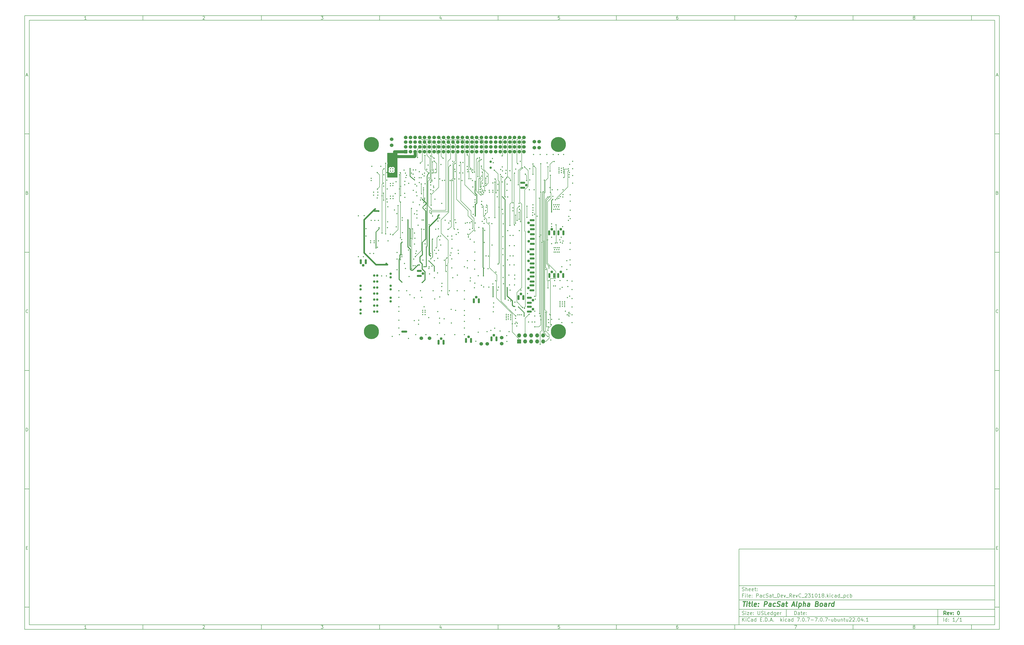
<source format=gbr>
%TF.GenerationSoftware,KiCad,Pcbnew,7.0.7-7.0.7~ubuntu22.04.1*%
%TF.CreationDate,2023-10-23T19:06:16-05:00*%
%TF.ProjectId,PacSat_Dev_RevC_231018,50616353-6174-45f4-9465-765f52657643,0*%
%TF.SameCoordinates,Original*%
%TF.FileFunction,Copper,L4,Inr*%
%TF.FilePolarity,Positive*%
%FSLAX46Y46*%
G04 Gerber Fmt 4.6, Leading zero omitted, Abs format (unit mm)*
G04 Created by KiCad (PCBNEW 7.0.7-7.0.7~ubuntu22.04.1) date 2023-10-23 19:06:16*
%MOMM*%
%LPD*%
G01*
G04 APERTURE LIST*
G04 Aperture macros list*
%AMRoundRect*
0 Rectangle with rounded corners*
0 $1 Rounding radius*
0 $2 $3 $4 $5 $6 $7 $8 $9 X,Y pos of 4 corners*
0 Add a 4 corners polygon primitive as box body*
4,1,4,$2,$3,$4,$5,$6,$7,$8,$9,$2,$3,0*
0 Add four circle primitives for the rounded corners*
1,1,$1+$1,$2,$3*
1,1,$1+$1,$4,$5*
1,1,$1+$1,$6,$7*
1,1,$1+$1,$8,$9*
0 Add four rect primitives between the rounded corners*
20,1,$1+$1,$2,$3,$4,$5,0*
20,1,$1+$1,$4,$5,$6,$7,0*
20,1,$1+$1,$6,$7,$8,$9,0*
20,1,$1+$1,$8,$9,$2,$3,0*%
G04 Aperture macros list end*
%ADD10C,0.100000*%
%ADD11C,0.150000*%
%ADD12C,0.300000*%
%ADD13C,0.400000*%
%TA.AperFunction,ComponentPad*%
%ADD14C,1.524000*%
%TD*%
%TA.AperFunction,ComponentPad*%
%ADD15C,6.350000*%
%TD*%
%TA.AperFunction,ComponentPad*%
%ADD16RoundRect,0.290840X-0.471160X-0.471160X0.471160X-0.471160X0.471160X0.471160X-0.471160X0.471160X0*%
%TD*%
%TA.AperFunction,ComponentPad*%
%ADD17C,1.016000*%
%TD*%
%TA.AperFunction,ComponentPad*%
%ADD18O,2.540000X0.889000*%
%TD*%
%TA.AperFunction,ComponentPad*%
%ADD19C,1.000000*%
%TD*%
%TA.AperFunction,ComponentPad*%
%ADD20R,1.700000X1.700000*%
%TD*%
%TA.AperFunction,ComponentPad*%
%ADD21O,1.700000X1.700000*%
%TD*%
%TA.AperFunction,ComponentPad*%
%ADD22RoundRect,0.254000X0.254000X-0.254000X0.254000X0.254000X-0.254000X0.254000X-0.254000X-0.254000X0*%
%TD*%
%TA.AperFunction,ComponentPad*%
%ADD23RoundRect,0.200000X0.200000X-0.800000X0.200000X0.800000X-0.200000X0.800000X-0.200000X-0.800000X0*%
%TD*%
%TA.AperFunction,ComponentPad*%
%ADD24RoundRect,0.254000X0.254000X0.254000X-0.254000X0.254000X-0.254000X-0.254000X0.254000X-0.254000X0*%
%TD*%
%TA.AperFunction,ComponentPad*%
%ADD25RoundRect,0.200000X0.800000X0.200000X-0.800000X0.200000X-0.800000X-0.200000X0.800000X-0.200000X0*%
%TD*%
%TA.AperFunction,ComponentPad*%
%ADD26RoundRect,0.254000X-0.254000X0.254000X-0.254000X-0.254000X0.254000X-0.254000X0.254000X0.254000X0*%
%TD*%
%TA.AperFunction,ComponentPad*%
%ADD27RoundRect,0.200000X-0.200000X0.800000X-0.200000X-0.800000X0.200000X-0.800000X0.200000X0.800000X0*%
%TD*%
%TA.AperFunction,ComponentPad*%
%ADD28RoundRect,0.254000X-0.254000X-0.254000X0.254000X-0.254000X0.254000X0.254000X-0.254000X0.254000X0*%
%TD*%
%TA.AperFunction,ComponentPad*%
%ADD29RoundRect,0.200000X-0.800000X-0.200000X0.800000X-0.200000X0.800000X0.200000X-0.800000X0.200000X0*%
%TD*%
%TA.AperFunction,ViaPad*%
%ADD30C,0.508000*%
%TD*%
%TA.AperFunction,Conductor*%
%ADD31C,0.203200*%
%TD*%
%TA.AperFunction,Conductor*%
%ADD32C,1.270000*%
%TD*%
%TA.AperFunction,Conductor*%
%ADD33C,0.152400*%
%TD*%
%TA.AperFunction,Conductor*%
%ADD34C,0.330200*%
%TD*%
%TA.AperFunction,Conductor*%
%ADD35C,0.381000*%
%TD*%
%TA.AperFunction,Conductor*%
%ADD36C,0.304800*%
%TD*%
%TA.AperFunction,Conductor*%
%ADD37C,0.508000*%
%TD*%
%TA.AperFunction,Conductor*%
%ADD38C,0.635000*%
%TD*%
%TA.AperFunction,Conductor*%
%ADD39C,0.254000*%
%TD*%
G04 APERTURE END LIST*
D10*
D11*
X311800000Y-235400000D02*
X419800000Y-235400000D01*
X419800000Y-267400000D01*
X311800000Y-267400000D01*
X311800000Y-235400000D01*
D10*
D11*
X10000000Y-10000000D02*
X421800000Y-10000000D01*
X421800000Y-269400000D01*
X10000000Y-269400000D01*
X10000000Y-10000000D01*
D10*
D11*
X12000000Y-12000000D02*
X419800000Y-12000000D01*
X419800000Y-267400000D01*
X12000000Y-267400000D01*
X12000000Y-12000000D01*
D10*
D11*
X60000000Y-12000000D02*
X60000000Y-10000000D01*
D10*
D11*
X110000000Y-12000000D02*
X110000000Y-10000000D01*
D10*
D11*
X160000000Y-12000000D02*
X160000000Y-10000000D01*
D10*
D11*
X210000000Y-12000000D02*
X210000000Y-10000000D01*
D10*
D11*
X260000000Y-12000000D02*
X260000000Y-10000000D01*
D10*
D11*
X310000000Y-12000000D02*
X310000000Y-10000000D01*
D10*
D11*
X360000000Y-12000000D02*
X360000000Y-10000000D01*
D10*
D11*
X410000000Y-12000000D02*
X410000000Y-10000000D01*
D10*
D11*
X36089160Y-11593604D02*
X35346303Y-11593604D01*
X35717731Y-11593604D02*
X35717731Y-10293604D01*
X35717731Y-10293604D02*
X35593922Y-10479319D01*
X35593922Y-10479319D02*
X35470112Y-10603128D01*
X35470112Y-10603128D02*
X35346303Y-10665033D01*
D10*
D11*
X85346303Y-10417414D02*
X85408207Y-10355509D01*
X85408207Y-10355509D02*
X85532017Y-10293604D01*
X85532017Y-10293604D02*
X85841541Y-10293604D01*
X85841541Y-10293604D02*
X85965350Y-10355509D01*
X85965350Y-10355509D02*
X86027255Y-10417414D01*
X86027255Y-10417414D02*
X86089160Y-10541223D01*
X86089160Y-10541223D02*
X86089160Y-10665033D01*
X86089160Y-10665033D02*
X86027255Y-10850747D01*
X86027255Y-10850747D02*
X85284398Y-11593604D01*
X85284398Y-11593604D02*
X86089160Y-11593604D01*
D10*
D11*
X135284398Y-10293604D02*
X136089160Y-10293604D01*
X136089160Y-10293604D02*
X135655826Y-10788842D01*
X135655826Y-10788842D02*
X135841541Y-10788842D01*
X135841541Y-10788842D02*
X135965350Y-10850747D01*
X135965350Y-10850747D02*
X136027255Y-10912652D01*
X136027255Y-10912652D02*
X136089160Y-11036461D01*
X136089160Y-11036461D02*
X136089160Y-11345985D01*
X136089160Y-11345985D02*
X136027255Y-11469795D01*
X136027255Y-11469795D02*
X135965350Y-11531700D01*
X135965350Y-11531700D02*
X135841541Y-11593604D01*
X135841541Y-11593604D02*
X135470112Y-11593604D01*
X135470112Y-11593604D02*
X135346303Y-11531700D01*
X135346303Y-11531700D02*
X135284398Y-11469795D01*
D10*
D11*
X185965350Y-10726938D02*
X185965350Y-11593604D01*
X185655826Y-10231700D02*
X185346303Y-11160271D01*
X185346303Y-11160271D02*
X186151064Y-11160271D01*
D10*
D11*
X236027255Y-10293604D02*
X235408207Y-10293604D01*
X235408207Y-10293604D02*
X235346303Y-10912652D01*
X235346303Y-10912652D02*
X235408207Y-10850747D01*
X235408207Y-10850747D02*
X235532017Y-10788842D01*
X235532017Y-10788842D02*
X235841541Y-10788842D01*
X235841541Y-10788842D02*
X235965350Y-10850747D01*
X235965350Y-10850747D02*
X236027255Y-10912652D01*
X236027255Y-10912652D02*
X236089160Y-11036461D01*
X236089160Y-11036461D02*
X236089160Y-11345985D01*
X236089160Y-11345985D02*
X236027255Y-11469795D01*
X236027255Y-11469795D02*
X235965350Y-11531700D01*
X235965350Y-11531700D02*
X235841541Y-11593604D01*
X235841541Y-11593604D02*
X235532017Y-11593604D01*
X235532017Y-11593604D02*
X235408207Y-11531700D01*
X235408207Y-11531700D02*
X235346303Y-11469795D01*
D10*
D11*
X285965350Y-10293604D02*
X285717731Y-10293604D01*
X285717731Y-10293604D02*
X285593922Y-10355509D01*
X285593922Y-10355509D02*
X285532017Y-10417414D01*
X285532017Y-10417414D02*
X285408207Y-10603128D01*
X285408207Y-10603128D02*
X285346303Y-10850747D01*
X285346303Y-10850747D02*
X285346303Y-11345985D01*
X285346303Y-11345985D02*
X285408207Y-11469795D01*
X285408207Y-11469795D02*
X285470112Y-11531700D01*
X285470112Y-11531700D02*
X285593922Y-11593604D01*
X285593922Y-11593604D02*
X285841541Y-11593604D01*
X285841541Y-11593604D02*
X285965350Y-11531700D01*
X285965350Y-11531700D02*
X286027255Y-11469795D01*
X286027255Y-11469795D02*
X286089160Y-11345985D01*
X286089160Y-11345985D02*
X286089160Y-11036461D01*
X286089160Y-11036461D02*
X286027255Y-10912652D01*
X286027255Y-10912652D02*
X285965350Y-10850747D01*
X285965350Y-10850747D02*
X285841541Y-10788842D01*
X285841541Y-10788842D02*
X285593922Y-10788842D01*
X285593922Y-10788842D02*
X285470112Y-10850747D01*
X285470112Y-10850747D02*
X285408207Y-10912652D01*
X285408207Y-10912652D02*
X285346303Y-11036461D01*
D10*
D11*
X335284398Y-10293604D02*
X336151064Y-10293604D01*
X336151064Y-10293604D02*
X335593922Y-11593604D01*
D10*
D11*
X385593922Y-10850747D02*
X385470112Y-10788842D01*
X385470112Y-10788842D02*
X385408207Y-10726938D01*
X385408207Y-10726938D02*
X385346303Y-10603128D01*
X385346303Y-10603128D02*
X385346303Y-10541223D01*
X385346303Y-10541223D02*
X385408207Y-10417414D01*
X385408207Y-10417414D02*
X385470112Y-10355509D01*
X385470112Y-10355509D02*
X385593922Y-10293604D01*
X385593922Y-10293604D02*
X385841541Y-10293604D01*
X385841541Y-10293604D02*
X385965350Y-10355509D01*
X385965350Y-10355509D02*
X386027255Y-10417414D01*
X386027255Y-10417414D02*
X386089160Y-10541223D01*
X386089160Y-10541223D02*
X386089160Y-10603128D01*
X386089160Y-10603128D02*
X386027255Y-10726938D01*
X386027255Y-10726938D02*
X385965350Y-10788842D01*
X385965350Y-10788842D02*
X385841541Y-10850747D01*
X385841541Y-10850747D02*
X385593922Y-10850747D01*
X385593922Y-10850747D02*
X385470112Y-10912652D01*
X385470112Y-10912652D02*
X385408207Y-10974557D01*
X385408207Y-10974557D02*
X385346303Y-11098366D01*
X385346303Y-11098366D02*
X385346303Y-11345985D01*
X385346303Y-11345985D02*
X385408207Y-11469795D01*
X385408207Y-11469795D02*
X385470112Y-11531700D01*
X385470112Y-11531700D02*
X385593922Y-11593604D01*
X385593922Y-11593604D02*
X385841541Y-11593604D01*
X385841541Y-11593604D02*
X385965350Y-11531700D01*
X385965350Y-11531700D02*
X386027255Y-11469795D01*
X386027255Y-11469795D02*
X386089160Y-11345985D01*
X386089160Y-11345985D02*
X386089160Y-11098366D01*
X386089160Y-11098366D02*
X386027255Y-10974557D01*
X386027255Y-10974557D02*
X385965350Y-10912652D01*
X385965350Y-10912652D02*
X385841541Y-10850747D01*
D10*
D11*
X60000000Y-267400000D02*
X60000000Y-269400000D01*
D10*
D11*
X110000000Y-267400000D02*
X110000000Y-269400000D01*
D10*
D11*
X160000000Y-267400000D02*
X160000000Y-269400000D01*
D10*
D11*
X210000000Y-267400000D02*
X210000000Y-269400000D01*
D10*
D11*
X260000000Y-267400000D02*
X260000000Y-269400000D01*
D10*
D11*
X310000000Y-267400000D02*
X310000000Y-269400000D01*
D10*
D11*
X360000000Y-267400000D02*
X360000000Y-269400000D01*
D10*
D11*
X410000000Y-267400000D02*
X410000000Y-269400000D01*
D10*
D11*
X36089160Y-268993604D02*
X35346303Y-268993604D01*
X35717731Y-268993604D02*
X35717731Y-267693604D01*
X35717731Y-267693604D02*
X35593922Y-267879319D01*
X35593922Y-267879319D02*
X35470112Y-268003128D01*
X35470112Y-268003128D02*
X35346303Y-268065033D01*
D10*
D11*
X85346303Y-267817414D02*
X85408207Y-267755509D01*
X85408207Y-267755509D02*
X85532017Y-267693604D01*
X85532017Y-267693604D02*
X85841541Y-267693604D01*
X85841541Y-267693604D02*
X85965350Y-267755509D01*
X85965350Y-267755509D02*
X86027255Y-267817414D01*
X86027255Y-267817414D02*
X86089160Y-267941223D01*
X86089160Y-267941223D02*
X86089160Y-268065033D01*
X86089160Y-268065033D02*
X86027255Y-268250747D01*
X86027255Y-268250747D02*
X85284398Y-268993604D01*
X85284398Y-268993604D02*
X86089160Y-268993604D01*
D10*
D11*
X135284398Y-267693604D02*
X136089160Y-267693604D01*
X136089160Y-267693604D02*
X135655826Y-268188842D01*
X135655826Y-268188842D02*
X135841541Y-268188842D01*
X135841541Y-268188842D02*
X135965350Y-268250747D01*
X135965350Y-268250747D02*
X136027255Y-268312652D01*
X136027255Y-268312652D02*
X136089160Y-268436461D01*
X136089160Y-268436461D02*
X136089160Y-268745985D01*
X136089160Y-268745985D02*
X136027255Y-268869795D01*
X136027255Y-268869795D02*
X135965350Y-268931700D01*
X135965350Y-268931700D02*
X135841541Y-268993604D01*
X135841541Y-268993604D02*
X135470112Y-268993604D01*
X135470112Y-268993604D02*
X135346303Y-268931700D01*
X135346303Y-268931700D02*
X135284398Y-268869795D01*
D10*
D11*
X185965350Y-268126938D02*
X185965350Y-268993604D01*
X185655826Y-267631700D02*
X185346303Y-268560271D01*
X185346303Y-268560271D02*
X186151064Y-268560271D01*
D10*
D11*
X236027255Y-267693604D02*
X235408207Y-267693604D01*
X235408207Y-267693604D02*
X235346303Y-268312652D01*
X235346303Y-268312652D02*
X235408207Y-268250747D01*
X235408207Y-268250747D02*
X235532017Y-268188842D01*
X235532017Y-268188842D02*
X235841541Y-268188842D01*
X235841541Y-268188842D02*
X235965350Y-268250747D01*
X235965350Y-268250747D02*
X236027255Y-268312652D01*
X236027255Y-268312652D02*
X236089160Y-268436461D01*
X236089160Y-268436461D02*
X236089160Y-268745985D01*
X236089160Y-268745985D02*
X236027255Y-268869795D01*
X236027255Y-268869795D02*
X235965350Y-268931700D01*
X235965350Y-268931700D02*
X235841541Y-268993604D01*
X235841541Y-268993604D02*
X235532017Y-268993604D01*
X235532017Y-268993604D02*
X235408207Y-268931700D01*
X235408207Y-268931700D02*
X235346303Y-268869795D01*
D10*
D11*
X285965350Y-267693604D02*
X285717731Y-267693604D01*
X285717731Y-267693604D02*
X285593922Y-267755509D01*
X285593922Y-267755509D02*
X285532017Y-267817414D01*
X285532017Y-267817414D02*
X285408207Y-268003128D01*
X285408207Y-268003128D02*
X285346303Y-268250747D01*
X285346303Y-268250747D02*
X285346303Y-268745985D01*
X285346303Y-268745985D02*
X285408207Y-268869795D01*
X285408207Y-268869795D02*
X285470112Y-268931700D01*
X285470112Y-268931700D02*
X285593922Y-268993604D01*
X285593922Y-268993604D02*
X285841541Y-268993604D01*
X285841541Y-268993604D02*
X285965350Y-268931700D01*
X285965350Y-268931700D02*
X286027255Y-268869795D01*
X286027255Y-268869795D02*
X286089160Y-268745985D01*
X286089160Y-268745985D02*
X286089160Y-268436461D01*
X286089160Y-268436461D02*
X286027255Y-268312652D01*
X286027255Y-268312652D02*
X285965350Y-268250747D01*
X285965350Y-268250747D02*
X285841541Y-268188842D01*
X285841541Y-268188842D02*
X285593922Y-268188842D01*
X285593922Y-268188842D02*
X285470112Y-268250747D01*
X285470112Y-268250747D02*
X285408207Y-268312652D01*
X285408207Y-268312652D02*
X285346303Y-268436461D01*
D10*
D11*
X335284398Y-267693604D02*
X336151064Y-267693604D01*
X336151064Y-267693604D02*
X335593922Y-268993604D01*
D10*
D11*
X385593922Y-268250747D02*
X385470112Y-268188842D01*
X385470112Y-268188842D02*
X385408207Y-268126938D01*
X385408207Y-268126938D02*
X385346303Y-268003128D01*
X385346303Y-268003128D02*
X385346303Y-267941223D01*
X385346303Y-267941223D02*
X385408207Y-267817414D01*
X385408207Y-267817414D02*
X385470112Y-267755509D01*
X385470112Y-267755509D02*
X385593922Y-267693604D01*
X385593922Y-267693604D02*
X385841541Y-267693604D01*
X385841541Y-267693604D02*
X385965350Y-267755509D01*
X385965350Y-267755509D02*
X386027255Y-267817414D01*
X386027255Y-267817414D02*
X386089160Y-267941223D01*
X386089160Y-267941223D02*
X386089160Y-268003128D01*
X386089160Y-268003128D02*
X386027255Y-268126938D01*
X386027255Y-268126938D02*
X385965350Y-268188842D01*
X385965350Y-268188842D02*
X385841541Y-268250747D01*
X385841541Y-268250747D02*
X385593922Y-268250747D01*
X385593922Y-268250747D02*
X385470112Y-268312652D01*
X385470112Y-268312652D02*
X385408207Y-268374557D01*
X385408207Y-268374557D02*
X385346303Y-268498366D01*
X385346303Y-268498366D02*
X385346303Y-268745985D01*
X385346303Y-268745985D02*
X385408207Y-268869795D01*
X385408207Y-268869795D02*
X385470112Y-268931700D01*
X385470112Y-268931700D02*
X385593922Y-268993604D01*
X385593922Y-268993604D02*
X385841541Y-268993604D01*
X385841541Y-268993604D02*
X385965350Y-268931700D01*
X385965350Y-268931700D02*
X386027255Y-268869795D01*
X386027255Y-268869795D02*
X386089160Y-268745985D01*
X386089160Y-268745985D02*
X386089160Y-268498366D01*
X386089160Y-268498366D02*
X386027255Y-268374557D01*
X386027255Y-268374557D02*
X385965350Y-268312652D01*
X385965350Y-268312652D02*
X385841541Y-268250747D01*
D10*
D11*
X10000000Y-60000000D02*
X12000000Y-60000000D01*
D10*
D11*
X10000000Y-110000000D02*
X12000000Y-110000000D01*
D10*
D11*
X10000000Y-160000000D02*
X12000000Y-160000000D01*
D10*
D11*
X10000000Y-210000000D02*
X12000000Y-210000000D01*
D10*
D11*
X10000000Y-260000000D02*
X12000000Y-260000000D01*
D10*
D11*
X10690476Y-35222176D02*
X11309523Y-35222176D01*
X10566666Y-35593604D02*
X10999999Y-34293604D01*
X10999999Y-34293604D02*
X11433333Y-35593604D01*
D10*
D11*
X11092857Y-84912652D02*
X11278571Y-84974557D01*
X11278571Y-84974557D02*
X11340476Y-85036461D01*
X11340476Y-85036461D02*
X11402380Y-85160271D01*
X11402380Y-85160271D02*
X11402380Y-85345985D01*
X11402380Y-85345985D02*
X11340476Y-85469795D01*
X11340476Y-85469795D02*
X11278571Y-85531700D01*
X11278571Y-85531700D02*
X11154761Y-85593604D01*
X11154761Y-85593604D02*
X10659523Y-85593604D01*
X10659523Y-85593604D02*
X10659523Y-84293604D01*
X10659523Y-84293604D02*
X11092857Y-84293604D01*
X11092857Y-84293604D02*
X11216666Y-84355509D01*
X11216666Y-84355509D02*
X11278571Y-84417414D01*
X11278571Y-84417414D02*
X11340476Y-84541223D01*
X11340476Y-84541223D02*
X11340476Y-84665033D01*
X11340476Y-84665033D02*
X11278571Y-84788842D01*
X11278571Y-84788842D02*
X11216666Y-84850747D01*
X11216666Y-84850747D02*
X11092857Y-84912652D01*
X11092857Y-84912652D02*
X10659523Y-84912652D01*
D10*
D11*
X11402380Y-135469795D02*
X11340476Y-135531700D01*
X11340476Y-135531700D02*
X11154761Y-135593604D01*
X11154761Y-135593604D02*
X11030952Y-135593604D01*
X11030952Y-135593604D02*
X10845238Y-135531700D01*
X10845238Y-135531700D02*
X10721428Y-135407890D01*
X10721428Y-135407890D02*
X10659523Y-135284080D01*
X10659523Y-135284080D02*
X10597619Y-135036461D01*
X10597619Y-135036461D02*
X10597619Y-134850747D01*
X10597619Y-134850747D02*
X10659523Y-134603128D01*
X10659523Y-134603128D02*
X10721428Y-134479319D01*
X10721428Y-134479319D02*
X10845238Y-134355509D01*
X10845238Y-134355509D02*
X11030952Y-134293604D01*
X11030952Y-134293604D02*
X11154761Y-134293604D01*
X11154761Y-134293604D02*
X11340476Y-134355509D01*
X11340476Y-134355509D02*
X11402380Y-134417414D01*
D10*
D11*
X10659523Y-185593604D02*
X10659523Y-184293604D01*
X10659523Y-184293604D02*
X10969047Y-184293604D01*
X10969047Y-184293604D02*
X11154761Y-184355509D01*
X11154761Y-184355509D02*
X11278571Y-184479319D01*
X11278571Y-184479319D02*
X11340476Y-184603128D01*
X11340476Y-184603128D02*
X11402380Y-184850747D01*
X11402380Y-184850747D02*
X11402380Y-185036461D01*
X11402380Y-185036461D02*
X11340476Y-185284080D01*
X11340476Y-185284080D02*
X11278571Y-185407890D01*
X11278571Y-185407890D02*
X11154761Y-185531700D01*
X11154761Y-185531700D02*
X10969047Y-185593604D01*
X10969047Y-185593604D02*
X10659523Y-185593604D01*
D10*
D11*
X10721428Y-234912652D02*
X11154762Y-234912652D01*
X11340476Y-235593604D02*
X10721428Y-235593604D01*
X10721428Y-235593604D02*
X10721428Y-234293604D01*
X10721428Y-234293604D02*
X11340476Y-234293604D01*
D10*
D11*
X421800000Y-60000000D02*
X419800000Y-60000000D01*
D10*
D11*
X421800000Y-110000000D02*
X419800000Y-110000000D01*
D10*
D11*
X421800000Y-160000000D02*
X419800000Y-160000000D01*
D10*
D11*
X421800000Y-210000000D02*
X419800000Y-210000000D01*
D10*
D11*
X421800000Y-260000000D02*
X419800000Y-260000000D01*
D10*
D11*
X420490476Y-35222176D02*
X421109523Y-35222176D01*
X420366666Y-35593604D02*
X420799999Y-34293604D01*
X420799999Y-34293604D02*
X421233333Y-35593604D01*
D10*
D11*
X420892857Y-84912652D02*
X421078571Y-84974557D01*
X421078571Y-84974557D02*
X421140476Y-85036461D01*
X421140476Y-85036461D02*
X421202380Y-85160271D01*
X421202380Y-85160271D02*
X421202380Y-85345985D01*
X421202380Y-85345985D02*
X421140476Y-85469795D01*
X421140476Y-85469795D02*
X421078571Y-85531700D01*
X421078571Y-85531700D02*
X420954761Y-85593604D01*
X420954761Y-85593604D02*
X420459523Y-85593604D01*
X420459523Y-85593604D02*
X420459523Y-84293604D01*
X420459523Y-84293604D02*
X420892857Y-84293604D01*
X420892857Y-84293604D02*
X421016666Y-84355509D01*
X421016666Y-84355509D02*
X421078571Y-84417414D01*
X421078571Y-84417414D02*
X421140476Y-84541223D01*
X421140476Y-84541223D02*
X421140476Y-84665033D01*
X421140476Y-84665033D02*
X421078571Y-84788842D01*
X421078571Y-84788842D02*
X421016666Y-84850747D01*
X421016666Y-84850747D02*
X420892857Y-84912652D01*
X420892857Y-84912652D02*
X420459523Y-84912652D01*
D10*
D11*
X421202380Y-135469795D02*
X421140476Y-135531700D01*
X421140476Y-135531700D02*
X420954761Y-135593604D01*
X420954761Y-135593604D02*
X420830952Y-135593604D01*
X420830952Y-135593604D02*
X420645238Y-135531700D01*
X420645238Y-135531700D02*
X420521428Y-135407890D01*
X420521428Y-135407890D02*
X420459523Y-135284080D01*
X420459523Y-135284080D02*
X420397619Y-135036461D01*
X420397619Y-135036461D02*
X420397619Y-134850747D01*
X420397619Y-134850747D02*
X420459523Y-134603128D01*
X420459523Y-134603128D02*
X420521428Y-134479319D01*
X420521428Y-134479319D02*
X420645238Y-134355509D01*
X420645238Y-134355509D02*
X420830952Y-134293604D01*
X420830952Y-134293604D02*
X420954761Y-134293604D01*
X420954761Y-134293604D02*
X421140476Y-134355509D01*
X421140476Y-134355509D02*
X421202380Y-134417414D01*
D10*
D11*
X420459523Y-185593604D02*
X420459523Y-184293604D01*
X420459523Y-184293604D02*
X420769047Y-184293604D01*
X420769047Y-184293604D02*
X420954761Y-184355509D01*
X420954761Y-184355509D02*
X421078571Y-184479319D01*
X421078571Y-184479319D02*
X421140476Y-184603128D01*
X421140476Y-184603128D02*
X421202380Y-184850747D01*
X421202380Y-184850747D02*
X421202380Y-185036461D01*
X421202380Y-185036461D02*
X421140476Y-185284080D01*
X421140476Y-185284080D02*
X421078571Y-185407890D01*
X421078571Y-185407890D02*
X420954761Y-185531700D01*
X420954761Y-185531700D02*
X420769047Y-185593604D01*
X420769047Y-185593604D02*
X420459523Y-185593604D01*
D10*
D11*
X420521428Y-234912652D02*
X420954762Y-234912652D01*
X421140476Y-235593604D02*
X420521428Y-235593604D01*
X420521428Y-235593604D02*
X420521428Y-234293604D01*
X420521428Y-234293604D02*
X421140476Y-234293604D01*
D10*
D11*
X335255826Y-263186128D02*
X335255826Y-261686128D01*
X335255826Y-261686128D02*
X335612969Y-261686128D01*
X335612969Y-261686128D02*
X335827255Y-261757557D01*
X335827255Y-261757557D02*
X335970112Y-261900414D01*
X335970112Y-261900414D02*
X336041541Y-262043271D01*
X336041541Y-262043271D02*
X336112969Y-262328985D01*
X336112969Y-262328985D02*
X336112969Y-262543271D01*
X336112969Y-262543271D02*
X336041541Y-262828985D01*
X336041541Y-262828985D02*
X335970112Y-262971842D01*
X335970112Y-262971842D02*
X335827255Y-263114700D01*
X335827255Y-263114700D02*
X335612969Y-263186128D01*
X335612969Y-263186128D02*
X335255826Y-263186128D01*
X337398684Y-263186128D02*
X337398684Y-262400414D01*
X337398684Y-262400414D02*
X337327255Y-262257557D01*
X337327255Y-262257557D02*
X337184398Y-262186128D01*
X337184398Y-262186128D02*
X336898684Y-262186128D01*
X336898684Y-262186128D02*
X336755826Y-262257557D01*
X337398684Y-263114700D02*
X337255826Y-263186128D01*
X337255826Y-263186128D02*
X336898684Y-263186128D01*
X336898684Y-263186128D02*
X336755826Y-263114700D01*
X336755826Y-263114700D02*
X336684398Y-262971842D01*
X336684398Y-262971842D02*
X336684398Y-262828985D01*
X336684398Y-262828985D02*
X336755826Y-262686128D01*
X336755826Y-262686128D02*
X336898684Y-262614700D01*
X336898684Y-262614700D02*
X337255826Y-262614700D01*
X337255826Y-262614700D02*
X337398684Y-262543271D01*
X337898684Y-262186128D02*
X338470112Y-262186128D01*
X338112969Y-261686128D02*
X338112969Y-262971842D01*
X338112969Y-262971842D02*
X338184398Y-263114700D01*
X338184398Y-263114700D02*
X338327255Y-263186128D01*
X338327255Y-263186128D02*
X338470112Y-263186128D01*
X339541541Y-263114700D02*
X339398684Y-263186128D01*
X339398684Y-263186128D02*
X339112970Y-263186128D01*
X339112970Y-263186128D02*
X338970112Y-263114700D01*
X338970112Y-263114700D02*
X338898684Y-262971842D01*
X338898684Y-262971842D02*
X338898684Y-262400414D01*
X338898684Y-262400414D02*
X338970112Y-262257557D01*
X338970112Y-262257557D02*
X339112970Y-262186128D01*
X339112970Y-262186128D02*
X339398684Y-262186128D01*
X339398684Y-262186128D02*
X339541541Y-262257557D01*
X339541541Y-262257557D02*
X339612970Y-262400414D01*
X339612970Y-262400414D02*
X339612970Y-262543271D01*
X339612970Y-262543271D02*
X338898684Y-262686128D01*
X340255826Y-263043271D02*
X340327255Y-263114700D01*
X340327255Y-263114700D02*
X340255826Y-263186128D01*
X340255826Y-263186128D02*
X340184398Y-263114700D01*
X340184398Y-263114700D02*
X340255826Y-263043271D01*
X340255826Y-263043271D02*
X340255826Y-263186128D01*
X340255826Y-262257557D02*
X340327255Y-262328985D01*
X340327255Y-262328985D02*
X340255826Y-262400414D01*
X340255826Y-262400414D02*
X340184398Y-262328985D01*
X340184398Y-262328985D02*
X340255826Y-262257557D01*
X340255826Y-262257557D02*
X340255826Y-262400414D01*
D10*
D11*
X311800000Y-263900000D02*
X419800000Y-263900000D01*
D10*
D11*
X313255826Y-265986128D02*
X313255826Y-264486128D01*
X314112969Y-265986128D02*
X313470112Y-265128985D01*
X314112969Y-264486128D02*
X313255826Y-265343271D01*
X314755826Y-265986128D02*
X314755826Y-264986128D01*
X314755826Y-264486128D02*
X314684398Y-264557557D01*
X314684398Y-264557557D02*
X314755826Y-264628985D01*
X314755826Y-264628985D02*
X314827255Y-264557557D01*
X314827255Y-264557557D02*
X314755826Y-264486128D01*
X314755826Y-264486128D02*
X314755826Y-264628985D01*
X316327255Y-265843271D02*
X316255827Y-265914700D01*
X316255827Y-265914700D02*
X316041541Y-265986128D01*
X316041541Y-265986128D02*
X315898684Y-265986128D01*
X315898684Y-265986128D02*
X315684398Y-265914700D01*
X315684398Y-265914700D02*
X315541541Y-265771842D01*
X315541541Y-265771842D02*
X315470112Y-265628985D01*
X315470112Y-265628985D02*
X315398684Y-265343271D01*
X315398684Y-265343271D02*
X315398684Y-265128985D01*
X315398684Y-265128985D02*
X315470112Y-264843271D01*
X315470112Y-264843271D02*
X315541541Y-264700414D01*
X315541541Y-264700414D02*
X315684398Y-264557557D01*
X315684398Y-264557557D02*
X315898684Y-264486128D01*
X315898684Y-264486128D02*
X316041541Y-264486128D01*
X316041541Y-264486128D02*
X316255827Y-264557557D01*
X316255827Y-264557557D02*
X316327255Y-264628985D01*
X317612970Y-265986128D02*
X317612970Y-265200414D01*
X317612970Y-265200414D02*
X317541541Y-265057557D01*
X317541541Y-265057557D02*
X317398684Y-264986128D01*
X317398684Y-264986128D02*
X317112970Y-264986128D01*
X317112970Y-264986128D02*
X316970112Y-265057557D01*
X317612970Y-265914700D02*
X317470112Y-265986128D01*
X317470112Y-265986128D02*
X317112970Y-265986128D01*
X317112970Y-265986128D02*
X316970112Y-265914700D01*
X316970112Y-265914700D02*
X316898684Y-265771842D01*
X316898684Y-265771842D02*
X316898684Y-265628985D01*
X316898684Y-265628985D02*
X316970112Y-265486128D01*
X316970112Y-265486128D02*
X317112970Y-265414700D01*
X317112970Y-265414700D02*
X317470112Y-265414700D01*
X317470112Y-265414700D02*
X317612970Y-265343271D01*
X318970113Y-265986128D02*
X318970113Y-264486128D01*
X318970113Y-265914700D02*
X318827255Y-265986128D01*
X318827255Y-265986128D02*
X318541541Y-265986128D01*
X318541541Y-265986128D02*
X318398684Y-265914700D01*
X318398684Y-265914700D02*
X318327255Y-265843271D01*
X318327255Y-265843271D02*
X318255827Y-265700414D01*
X318255827Y-265700414D02*
X318255827Y-265271842D01*
X318255827Y-265271842D02*
X318327255Y-265128985D01*
X318327255Y-265128985D02*
X318398684Y-265057557D01*
X318398684Y-265057557D02*
X318541541Y-264986128D01*
X318541541Y-264986128D02*
X318827255Y-264986128D01*
X318827255Y-264986128D02*
X318970113Y-265057557D01*
X320827255Y-265200414D02*
X321327255Y-265200414D01*
X321541541Y-265986128D02*
X320827255Y-265986128D01*
X320827255Y-265986128D02*
X320827255Y-264486128D01*
X320827255Y-264486128D02*
X321541541Y-264486128D01*
X322184398Y-265843271D02*
X322255827Y-265914700D01*
X322255827Y-265914700D02*
X322184398Y-265986128D01*
X322184398Y-265986128D02*
X322112970Y-265914700D01*
X322112970Y-265914700D02*
X322184398Y-265843271D01*
X322184398Y-265843271D02*
X322184398Y-265986128D01*
X322898684Y-265986128D02*
X322898684Y-264486128D01*
X322898684Y-264486128D02*
X323255827Y-264486128D01*
X323255827Y-264486128D02*
X323470113Y-264557557D01*
X323470113Y-264557557D02*
X323612970Y-264700414D01*
X323612970Y-264700414D02*
X323684399Y-264843271D01*
X323684399Y-264843271D02*
X323755827Y-265128985D01*
X323755827Y-265128985D02*
X323755827Y-265343271D01*
X323755827Y-265343271D02*
X323684399Y-265628985D01*
X323684399Y-265628985D02*
X323612970Y-265771842D01*
X323612970Y-265771842D02*
X323470113Y-265914700D01*
X323470113Y-265914700D02*
X323255827Y-265986128D01*
X323255827Y-265986128D02*
X322898684Y-265986128D01*
X324398684Y-265843271D02*
X324470113Y-265914700D01*
X324470113Y-265914700D02*
X324398684Y-265986128D01*
X324398684Y-265986128D02*
X324327256Y-265914700D01*
X324327256Y-265914700D02*
X324398684Y-265843271D01*
X324398684Y-265843271D02*
X324398684Y-265986128D01*
X325041542Y-265557557D02*
X325755828Y-265557557D01*
X324898685Y-265986128D02*
X325398685Y-264486128D01*
X325398685Y-264486128D02*
X325898685Y-265986128D01*
X326398684Y-265843271D02*
X326470113Y-265914700D01*
X326470113Y-265914700D02*
X326398684Y-265986128D01*
X326398684Y-265986128D02*
X326327256Y-265914700D01*
X326327256Y-265914700D02*
X326398684Y-265843271D01*
X326398684Y-265843271D02*
X326398684Y-265986128D01*
X329398684Y-265986128D02*
X329398684Y-264486128D01*
X329541542Y-265414700D02*
X329970113Y-265986128D01*
X329970113Y-264986128D02*
X329398684Y-265557557D01*
X330612970Y-265986128D02*
X330612970Y-264986128D01*
X330612970Y-264486128D02*
X330541542Y-264557557D01*
X330541542Y-264557557D02*
X330612970Y-264628985D01*
X330612970Y-264628985D02*
X330684399Y-264557557D01*
X330684399Y-264557557D02*
X330612970Y-264486128D01*
X330612970Y-264486128D02*
X330612970Y-264628985D01*
X331970114Y-265914700D02*
X331827256Y-265986128D01*
X331827256Y-265986128D02*
X331541542Y-265986128D01*
X331541542Y-265986128D02*
X331398685Y-265914700D01*
X331398685Y-265914700D02*
X331327256Y-265843271D01*
X331327256Y-265843271D02*
X331255828Y-265700414D01*
X331255828Y-265700414D02*
X331255828Y-265271842D01*
X331255828Y-265271842D02*
X331327256Y-265128985D01*
X331327256Y-265128985D02*
X331398685Y-265057557D01*
X331398685Y-265057557D02*
X331541542Y-264986128D01*
X331541542Y-264986128D02*
X331827256Y-264986128D01*
X331827256Y-264986128D02*
X331970114Y-265057557D01*
X333255828Y-265986128D02*
X333255828Y-265200414D01*
X333255828Y-265200414D02*
X333184399Y-265057557D01*
X333184399Y-265057557D02*
X333041542Y-264986128D01*
X333041542Y-264986128D02*
X332755828Y-264986128D01*
X332755828Y-264986128D02*
X332612970Y-265057557D01*
X333255828Y-265914700D02*
X333112970Y-265986128D01*
X333112970Y-265986128D02*
X332755828Y-265986128D01*
X332755828Y-265986128D02*
X332612970Y-265914700D01*
X332612970Y-265914700D02*
X332541542Y-265771842D01*
X332541542Y-265771842D02*
X332541542Y-265628985D01*
X332541542Y-265628985D02*
X332612970Y-265486128D01*
X332612970Y-265486128D02*
X332755828Y-265414700D01*
X332755828Y-265414700D02*
X333112970Y-265414700D01*
X333112970Y-265414700D02*
X333255828Y-265343271D01*
X334612971Y-265986128D02*
X334612971Y-264486128D01*
X334612971Y-265914700D02*
X334470113Y-265986128D01*
X334470113Y-265986128D02*
X334184399Y-265986128D01*
X334184399Y-265986128D02*
X334041542Y-265914700D01*
X334041542Y-265914700D02*
X333970113Y-265843271D01*
X333970113Y-265843271D02*
X333898685Y-265700414D01*
X333898685Y-265700414D02*
X333898685Y-265271842D01*
X333898685Y-265271842D02*
X333970113Y-265128985D01*
X333970113Y-265128985D02*
X334041542Y-265057557D01*
X334041542Y-265057557D02*
X334184399Y-264986128D01*
X334184399Y-264986128D02*
X334470113Y-264986128D01*
X334470113Y-264986128D02*
X334612971Y-265057557D01*
X336327256Y-264486128D02*
X337327256Y-264486128D01*
X337327256Y-264486128D02*
X336684399Y-265986128D01*
X337898684Y-265843271D02*
X337970113Y-265914700D01*
X337970113Y-265914700D02*
X337898684Y-265986128D01*
X337898684Y-265986128D02*
X337827256Y-265914700D01*
X337827256Y-265914700D02*
X337898684Y-265843271D01*
X337898684Y-265843271D02*
X337898684Y-265986128D01*
X338898685Y-264486128D02*
X339041542Y-264486128D01*
X339041542Y-264486128D02*
X339184399Y-264557557D01*
X339184399Y-264557557D02*
X339255828Y-264628985D01*
X339255828Y-264628985D02*
X339327256Y-264771842D01*
X339327256Y-264771842D02*
X339398685Y-265057557D01*
X339398685Y-265057557D02*
X339398685Y-265414700D01*
X339398685Y-265414700D02*
X339327256Y-265700414D01*
X339327256Y-265700414D02*
X339255828Y-265843271D01*
X339255828Y-265843271D02*
X339184399Y-265914700D01*
X339184399Y-265914700D02*
X339041542Y-265986128D01*
X339041542Y-265986128D02*
X338898685Y-265986128D01*
X338898685Y-265986128D02*
X338755828Y-265914700D01*
X338755828Y-265914700D02*
X338684399Y-265843271D01*
X338684399Y-265843271D02*
X338612970Y-265700414D01*
X338612970Y-265700414D02*
X338541542Y-265414700D01*
X338541542Y-265414700D02*
X338541542Y-265057557D01*
X338541542Y-265057557D02*
X338612970Y-264771842D01*
X338612970Y-264771842D02*
X338684399Y-264628985D01*
X338684399Y-264628985D02*
X338755828Y-264557557D01*
X338755828Y-264557557D02*
X338898685Y-264486128D01*
X340041541Y-265843271D02*
X340112970Y-265914700D01*
X340112970Y-265914700D02*
X340041541Y-265986128D01*
X340041541Y-265986128D02*
X339970113Y-265914700D01*
X339970113Y-265914700D02*
X340041541Y-265843271D01*
X340041541Y-265843271D02*
X340041541Y-265986128D01*
X340612970Y-264486128D02*
X341612970Y-264486128D01*
X341612970Y-264486128D02*
X340970113Y-265986128D01*
X342184398Y-265414700D02*
X343327256Y-265414700D01*
X343898684Y-264486128D02*
X344898684Y-264486128D01*
X344898684Y-264486128D02*
X344255827Y-265986128D01*
X345470112Y-265843271D02*
X345541541Y-265914700D01*
X345541541Y-265914700D02*
X345470112Y-265986128D01*
X345470112Y-265986128D02*
X345398684Y-265914700D01*
X345398684Y-265914700D02*
X345470112Y-265843271D01*
X345470112Y-265843271D02*
X345470112Y-265986128D01*
X346470113Y-264486128D02*
X346612970Y-264486128D01*
X346612970Y-264486128D02*
X346755827Y-264557557D01*
X346755827Y-264557557D02*
X346827256Y-264628985D01*
X346827256Y-264628985D02*
X346898684Y-264771842D01*
X346898684Y-264771842D02*
X346970113Y-265057557D01*
X346970113Y-265057557D02*
X346970113Y-265414700D01*
X346970113Y-265414700D02*
X346898684Y-265700414D01*
X346898684Y-265700414D02*
X346827256Y-265843271D01*
X346827256Y-265843271D02*
X346755827Y-265914700D01*
X346755827Y-265914700D02*
X346612970Y-265986128D01*
X346612970Y-265986128D02*
X346470113Y-265986128D01*
X346470113Y-265986128D02*
X346327256Y-265914700D01*
X346327256Y-265914700D02*
X346255827Y-265843271D01*
X346255827Y-265843271D02*
X346184398Y-265700414D01*
X346184398Y-265700414D02*
X346112970Y-265414700D01*
X346112970Y-265414700D02*
X346112970Y-265057557D01*
X346112970Y-265057557D02*
X346184398Y-264771842D01*
X346184398Y-264771842D02*
X346255827Y-264628985D01*
X346255827Y-264628985D02*
X346327256Y-264557557D01*
X346327256Y-264557557D02*
X346470113Y-264486128D01*
X347612969Y-265843271D02*
X347684398Y-265914700D01*
X347684398Y-265914700D02*
X347612969Y-265986128D01*
X347612969Y-265986128D02*
X347541541Y-265914700D01*
X347541541Y-265914700D02*
X347612969Y-265843271D01*
X347612969Y-265843271D02*
X347612969Y-265986128D01*
X348184398Y-264486128D02*
X349184398Y-264486128D01*
X349184398Y-264486128D02*
X348541541Y-265986128D01*
X349541541Y-265414700D02*
X349612969Y-265343271D01*
X349612969Y-265343271D02*
X349755826Y-265271842D01*
X349755826Y-265271842D02*
X350041541Y-265414700D01*
X350041541Y-265414700D02*
X350184398Y-265343271D01*
X350184398Y-265343271D02*
X350255826Y-265271842D01*
X351470113Y-264986128D02*
X351470113Y-265986128D01*
X350827255Y-264986128D02*
X350827255Y-265771842D01*
X350827255Y-265771842D02*
X350898684Y-265914700D01*
X350898684Y-265914700D02*
X351041541Y-265986128D01*
X351041541Y-265986128D02*
X351255827Y-265986128D01*
X351255827Y-265986128D02*
X351398684Y-265914700D01*
X351398684Y-265914700D02*
X351470113Y-265843271D01*
X352184398Y-265986128D02*
X352184398Y-264486128D01*
X352184398Y-265057557D02*
X352327256Y-264986128D01*
X352327256Y-264986128D02*
X352612970Y-264986128D01*
X352612970Y-264986128D02*
X352755827Y-265057557D01*
X352755827Y-265057557D02*
X352827256Y-265128985D01*
X352827256Y-265128985D02*
X352898684Y-265271842D01*
X352898684Y-265271842D02*
X352898684Y-265700414D01*
X352898684Y-265700414D02*
X352827256Y-265843271D01*
X352827256Y-265843271D02*
X352755827Y-265914700D01*
X352755827Y-265914700D02*
X352612970Y-265986128D01*
X352612970Y-265986128D02*
X352327256Y-265986128D01*
X352327256Y-265986128D02*
X352184398Y-265914700D01*
X354184399Y-264986128D02*
X354184399Y-265986128D01*
X353541541Y-264986128D02*
X353541541Y-265771842D01*
X353541541Y-265771842D02*
X353612970Y-265914700D01*
X353612970Y-265914700D02*
X353755827Y-265986128D01*
X353755827Y-265986128D02*
X353970113Y-265986128D01*
X353970113Y-265986128D02*
X354112970Y-265914700D01*
X354112970Y-265914700D02*
X354184399Y-265843271D01*
X354898684Y-264986128D02*
X354898684Y-265986128D01*
X354898684Y-265128985D02*
X354970113Y-265057557D01*
X354970113Y-265057557D02*
X355112970Y-264986128D01*
X355112970Y-264986128D02*
X355327256Y-264986128D01*
X355327256Y-264986128D02*
X355470113Y-265057557D01*
X355470113Y-265057557D02*
X355541542Y-265200414D01*
X355541542Y-265200414D02*
X355541542Y-265986128D01*
X356041542Y-264986128D02*
X356612970Y-264986128D01*
X356255827Y-264486128D02*
X356255827Y-265771842D01*
X356255827Y-265771842D02*
X356327256Y-265914700D01*
X356327256Y-265914700D02*
X356470113Y-265986128D01*
X356470113Y-265986128D02*
X356612970Y-265986128D01*
X357755828Y-264986128D02*
X357755828Y-265986128D01*
X357112970Y-264986128D02*
X357112970Y-265771842D01*
X357112970Y-265771842D02*
X357184399Y-265914700D01*
X357184399Y-265914700D02*
X357327256Y-265986128D01*
X357327256Y-265986128D02*
X357541542Y-265986128D01*
X357541542Y-265986128D02*
X357684399Y-265914700D01*
X357684399Y-265914700D02*
X357755828Y-265843271D01*
X358398685Y-264628985D02*
X358470113Y-264557557D01*
X358470113Y-264557557D02*
X358612971Y-264486128D01*
X358612971Y-264486128D02*
X358970113Y-264486128D01*
X358970113Y-264486128D02*
X359112971Y-264557557D01*
X359112971Y-264557557D02*
X359184399Y-264628985D01*
X359184399Y-264628985D02*
X359255828Y-264771842D01*
X359255828Y-264771842D02*
X359255828Y-264914700D01*
X359255828Y-264914700D02*
X359184399Y-265128985D01*
X359184399Y-265128985D02*
X358327256Y-265986128D01*
X358327256Y-265986128D02*
X359255828Y-265986128D01*
X359827256Y-264628985D02*
X359898684Y-264557557D01*
X359898684Y-264557557D02*
X360041542Y-264486128D01*
X360041542Y-264486128D02*
X360398684Y-264486128D01*
X360398684Y-264486128D02*
X360541542Y-264557557D01*
X360541542Y-264557557D02*
X360612970Y-264628985D01*
X360612970Y-264628985D02*
X360684399Y-264771842D01*
X360684399Y-264771842D02*
X360684399Y-264914700D01*
X360684399Y-264914700D02*
X360612970Y-265128985D01*
X360612970Y-265128985D02*
X359755827Y-265986128D01*
X359755827Y-265986128D02*
X360684399Y-265986128D01*
X361327255Y-265843271D02*
X361398684Y-265914700D01*
X361398684Y-265914700D02*
X361327255Y-265986128D01*
X361327255Y-265986128D02*
X361255827Y-265914700D01*
X361255827Y-265914700D02*
X361327255Y-265843271D01*
X361327255Y-265843271D02*
X361327255Y-265986128D01*
X362327256Y-264486128D02*
X362470113Y-264486128D01*
X362470113Y-264486128D02*
X362612970Y-264557557D01*
X362612970Y-264557557D02*
X362684399Y-264628985D01*
X362684399Y-264628985D02*
X362755827Y-264771842D01*
X362755827Y-264771842D02*
X362827256Y-265057557D01*
X362827256Y-265057557D02*
X362827256Y-265414700D01*
X362827256Y-265414700D02*
X362755827Y-265700414D01*
X362755827Y-265700414D02*
X362684399Y-265843271D01*
X362684399Y-265843271D02*
X362612970Y-265914700D01*
X362612970Y-265914700D02*
X362470113Y-265986128D01*
X362470113Y-265986128D02*
X362327256Y-265986128D01*
X362327256Y-265986128D02*
X362184399Y-265914700D01*
X362184399Y-265914700D02*
X362112970Y-265843271D01*
X362112970Y-265843271D02*
X362041541Y-265700414D01*
X362041541Y-265700414D02*
X361970113Y-265414700D01*
X361970113Y-265414700D02*
X361970113Y-265057557D01*
X361970113Y-265057557D02*
X362041541Y-264771842D01*
X362041541Y-264771842D02*
X362112970Y-264628985D01*
X362112970Y-264628985D02*
X362184399Y-264557557D01*
X362184399Y-264557557D02*
X362327256Y-264486128D01*
X364112970Y-264986128D02*
X364112970Y-265986128D01*
X363755827Y-264414700D02*
X363398684Y-265486128D01*
X363398684Y-265486128D02*
X364327255Y-265486128D01*
X364898683Y-265843271D02*
X364970112Y-265914700D01*
X364970112Y-265914700D02*
X364898683Y-265986128D01*
X364898683Y-265986128D02*
X364827255Y-265914700D01*
X364827255Y-265914700D02*
X364898683Y-265843271D01*
X364898683Y-265843271D02*
X364898683Y-265986128D01*
X366398684Y-265986128D02*
X365541541Y-265986128D01*
X365970112Y-265986128D02*
X365970112Y-264486128D01*
X365970112Y-264486128D02*
X365827255Y-264700414D01*
X365827255Y-264700414D02*
X365684398Y-264843271D01*
X365684398Y-264843271D02*
X365541541Y-264914700D01*
D10*
D11*
X311800000Y-260900000D02*
X419800000Y-260900000D01*
D10*
D12*
X399211653Y-263178328D02*
X398711653Y-262464042D01*
X398354510Y-263178328D02*
X398354510Y-261678328D01*
X398354510Y-261678328D02*
X398925939Y-261678328D01*
X398925939Y-261678328D02*
X399068796Y-261749757D01*
X399068796Y-261749757D02*
X399140225Y-261821185D01*
X399140225Y-261821185D02*
X399211653Y-261964042D01*
X399211653Y-261964042D02*
X399211653Y-262178328D01*
X399211653Y-262178328D02*
X399140225Y-262321185D01*
X399140225Y-262321185D02*
X399068796Y-262392614D01*
X399068796Y-262392614D02*
X398925939Y-262464042D01*
X398925939Y-262464042D02*
X398354510Y-262464042D01*
X400425939Y-263106900D02*
X400283082Y-263178328D01*
X400283082Y-263178328D02*
X399997368Y-263178328D01*
X399997368Y-263178328D02*
X399854510Y-263106900D01*
X399854510Y-263106900D02*
X399783082Y-262964042D01*
X399783082Y-262964042D02*
X399783082Y-262392614D01*
X399783082Y-262392614D02*
X399854510Y-262249757D01*
X399854510Y-262249757D02*
X399997368Y-262178328D01*
X399997368Y-262178328D02*
X400283082Y-262178328D01*
X400283082Y-262178328D02*
X400425939Y-262249757D01*
X400425939Y-262249757D02*
X400497368Y-262392614D01*
X400497368Y-262392614D02*
X400497368Y-262535471D01*
X400497368Y-262535471D02*
X399783082Y-262678328D01*
X400997367Y-262178328D02*
X401354510Y-263178328D01*
X401354510Y-263178328D02*
X401711653Y-262178328D01*
X402283081Y-263035471D02*
X402354510Y-263106900D01*
X402354510Y-263106900D02*
X402283081Y-263178328D01*
X402283081Y-263178328D02*
X402211653Y-263106900D01*
X402211653Y-263106900D02*
X402283081Y-263035471D01*
X402283081Y-263035471D02*
X402283081Y-263178328D01*
X402283081Y-262249757D02*
X402354510Y-262321185D01*
X402354510Y-262321185D02*
X402283081Y-262392614D01*
X402283081Y-262392614D02*
X402211653Y-262321185D01*
X402211653Y-262321185D02*
X402283081Y-262249757D01*
X402283081Y-262249757D02*
X402283081Y-262392614D01*
X404425939Y-261678328D02*
X404568796Y-261678328D01*
X404568796Y-261678328D02*
X404711653Y-261749757D01*
X404711653Y-261749757D02*
X404783082Y-261821185D01*
X404783082Y-261821185D02*
X404854510Y-261964042D01*
X404854510Y-261964042D02*
X404925939Y-262249757D01*
X404925939Y-262249757D02*
X404925939Y-262606900D01*
X404925939Y-262606900D02*
X404854510Y-262892614D01*
X404854510Y-262892614D02*
X404783082Y-263035471D01*
X404783082Y-263035471D02*
X404711653Y-263106900D01*
X404711653Y-263106900D02*
X404568796Y-263178328D01*
X404568796Y-263178328D02*
X404425939Y-263178328D01*
X404425939Y-263178328D02*
X404283082Y-263106900D01*
X404283082Y-263106900D02*
X404211653Y-263035471D01*
X404211653Y-263035471D02*
X404140224Y-262892614D01*
X404140224Y-262892614D02*
X404068796Y-262606900D01*
X404068796Y-262606900D02*
X404068796Y-262249757D01*
X404068796Y-262249757D02*
X404140224Y-261964042D01*
X404140224Y-261964042D02*
X404211653Y-261821185D01*
X404211653Y-261821185D02*
X404283082Y-261749757D01*
X404283082Y-261749757D02*
X404425939Y-261678328D01*
D10*
D11*
X313184398Y-263114700D02*
X313398684Y-263186128D01*
X313398684Y-263186128D02*
X313755826Y-263186128D01*
X313755826Y-263186128D02*
X313898684Y-263114700D01*
X313898684Y-263114700D02*
X313970112Y-263043271D01*
X313970112Y-263043271D02*
X314041541Y-262900414D01*
X314041541Y-262900414D02*
X314041541Y-262757557D01*
X314041541Y-262757557D02*
X313970112Y-262614700D01*
X313970112Y-262614700D02*
X313898684Y-262543271D01*
X313898684Y-262543271D02*
X313755826Y-262471842D01*
X313755826Y-262471842D02*
X313470112Y-262400414D01*
X313470112Y-262400414D02*
X313327255Y-262328985D01*
X313327255Y-262328985D02*
X313255826Y-262257557D01*
X313255826Y-262257557D02*
X313184398Y-262114700D01*
X313184398Y-262114700D02*
X313184398Y-261971842D01*
X313184398Y-261971842D02*
X313255826Y-261828985D01*
X313255826Y-261828985D02*
X313327255Y-261757557D01*
X313327255Y-261757557D02*
X313470112Y-261686128D01*
X313470112Y-261686128D02*
X313827255Y-261686128D01*
X313827255Y-261686128D02*
X314041541Y-261757557D01*
X314684397Y-263186128D02*
X314684397Y-262186128D01*
X314684397Y-261686128D02*
X314612969Y-261757557D01*
X314612969Y-261757557D02*
X314684397Y-261828985D01*
X314684397Y-261828985D02*
X314755826Y-261757557D01*
X314755826Y-261757557D02*
X314684397Y-261686128D01*
X314684397Y-261686128D02*
X314684397Y-261828985D01*
X315255826Y-262186128D02*
X316041541Y-262186128D01*
X316041541Y-262186128D02*
X315255826Y-263186128D01*
X315255826Y-263186128D02*
X316041541Y-263186128D01*
X317184398Y-263114700D02*
X317041541Y-263186128D01*
X317041541Y-263186128D02*
X316755827Y-263186128D01*
X316755827Y-263186128D02*
X316612969Y-263114700D01*
X316612969Y-263114700D02*
X316541541Y-262971842D01*
X316541541Y-262971842D02*
X316541541Y-262400414D01*
X316541541Y-262400414D02*
X316612969Y-262257557D01*
X316612969Y-262257557D02*
X316755827Y-262186128D01*
X316755827Y-262186128D02*
X317041541Y-262186128D01*
X317041541Y-262186128D02*
X317184398Y-262257557D01*
X317184398Y-262257557D02*
X317255827Y-262400414D01*
X317255827Y-262400414D02*
X317255827Y-262543271D01*
X317255827Y-262543271D02*
X316541541Y-262686128D01*
X317898683Y-263043271D02*
X317970112Y-263114700D01*
X317970112Y-263114700D02*
X317898683Y-263186128D01*
X317898683Y-263186128D02*
X317827255Y-263114700D01*
X317827255Y-263114700D02*
X317898683Y-263043271D01*
X317898683Y-263043271D02*
X317898683Y-263186128D01*
X317898683Y-262257557D02*
X317970112Y-262328985D01*
X317970112Y-262328985D02*
X317898683Y-262400414D01*
X317898683Y-262400414D02*
X317827255Y-262328985D01*
X317827255Y-262328985D02*
X317898683Y-262257557D01*
X317898683Y-262257557D02*
X317898683Y-262400414D01*
X319755826Y-261686128D02*
X319755826Y-262900414D01*
X319755826Y-262900414D02*
X319827255Y-263043271D01*
X319827255Y-263043271D02*
X319898684Y-263114700D01*
X319898684Y-263114700D02*
X320041541Y-263186128D01*
X320041541Y-263186128D02*
X320327255Y-263186128D01*
X320327255Y-263186128D02*
X320470112Y-263114700D01*
X320470112Y-263114700D02*
X320541541Y-263043271D01*
X320541541Y-263043271D02*
X320612969Y-262900414D01*
X320612969Y-262900414D02*
X320612969Y-261686128D01*
X321255827Y-263114700D02*
X321470113Y-263186128D01*
X321470113Y-263186128D02*
X321827255Y-263186128D01*
X321827255Y-263186128D02*
X321970113Y-263114700D01*
X321970113Y-263114700D02*
X322041541Y-263043271D01*
X322041541Y-263043271D02*
X322112970Y-262900414D01*
X322112970Y-262900414D02*
X322112970Y-262757557D01*
X322112970Y-262757557D02*
X322041541Y-262614700D01*
X322041541Y-262614700D02*
X321970113Y-262543271D01*
X321970113Y-262543271D02*
X321827255Y-262471842D01*
X321827255Y-262471842D02*
X321541541Y-262400414D01*
X321541541Y-262400414D02*
X321398684Y-262328985D01*
X321398684Y-262328985D02*
X321327255Y-262257557D01*
X321327255Y-262257557D02*
X321255827Y-262114700D01*
X321255827Y-262114700D02*
X321255827Y-261971842D01*
X321255827Y-261971842D02*
X321327255Y-261828985D01*
X321327255Y-261828985D02*
X321398684Y-261757557D01*
X321398684Y-261757557D02*
X321541541Y-261686128D01*
X321541541Y-261686128D02*
X321898684Y-261686128D01*
X321898684Y-261686128D02*
X322112970Y-261757557D01*
X323470112Y-263186128D02*
X322755826Y-263186128D01*
X322755826Y-263186128D02*
X322755826Y-261686128D01*
X324541541Y-263114700D02*
X324398684Y-263186128D01*
X324398684Y-263186128D02*
X324112970Y-263186128D01*
X324112970Y-263186128D02*
X323970112Y-263114700D01*
X323970112Y-263114700D02*
X323898684Y-262971842D01*
X323898684Y-262971842D02*
X323898684Y-262400414D01*
X323898684Y-262400414D02*
X323970112Y-262257557D01*
X323970112Y-262257557D02*
X324112970Y-262186128D01*
X324112970Y-262186128D02*
X324398684Y-262186128D01*
X324398684Y-262186128D02*
X324541541Y-262257557D01*
X324541541Y-262257557D02*
X324612970Y-262400414D01*
X324612970Y-262400414D02*
X324612970Y-262543271D01*
X324612970Y-262543271D02*
X323898684Y-262686128D01*
X325898684Y-263186128D02*
X325898684Y-261686128D01*
X325898684Y-263114700D02*
X325755826Y-263186128D01*
X325755826Y-263186128D02*
X325470112Y-263186128D01*
X325470112Y-263186128D02*
X325327255Y-263114700D01*
X325327255Y-263114700D02*
X325255826Y-263043271D01*
X325255826Y-263043271D02*
X325184398Y-262900414D01*
X325184398Y-262900414D02*
X325184398Y-262471842D01*
X325184398Y-262471842D02*
X325255826Y-262328985D01*
X325255826Y-262328985D02*
X325327255Y-262257557D01*
X325327255Y-262257557D02*
X325470112Y-262186128D01*
X325470112Y-262186128D02*
X325755826Y-262186128D01*
X325755826Y-262186128D02*
X325898684Y-262257557D01*
X327255827Y-262186128D02*
X327255827Y-263400414D01*
X327255827Y-263400414D02*
X327184398Y-263543271D01*
X327184398Y-263543271D02*
X327112969Y-263614700D01*
X327112969Y-263614700D02*
X326970112Y-263686128D01*
X326970112Y-263686128D02*
X326755827Y-263686128D01*
X326755827Y-263686128D02*
X326612969Y-263614700D01*
X327255827Y-263114700D02*
X327112969Y-263186128D01*
X327112969Y-263186128D02*
X326827255Y-263186128D01*
X326827255Y-263186128D02*
X326684398Y-263114700D01*
X326684398Y-263114700D02*
X326612969Y-263043271D01*
X326612969Y-263043271D02*
X326541541Y-262900414D01*
X326541541Y-262900414D02*
X326541541Y-262471842D01*
X326541541Y-262471842D02*
X326612969Y-262328985D01*
X326612969Y-262328985D02*
X326684398Y-262257557D01*
X326684398Y-262257557D02*
X326827255Y-262186128D01*
X326827255Y-262186128D02*
X327112969Y-262186128D01*
X327112969Y-262186128D02*
X327255827Y-262257557D01*
X328541541Y-263114700D02*
X328398684Y-263186128D01*
X328398684Y-263186128D02*
X328112970Y-263186128D01*
X328112970Y-263186128D02*
X327970112Y-263114700D01*
X327970112Y-263114700D02*
X327898684Y-262971842D01*
X327898684Y-262971842D02*
X327898684Y-262400414D01*
X327898684Y-262400414D02*
X327970112Y-262257557D01*
X327970112Y-262257557D02*
X328112970Y-262186128D01*
X328112970Y-262186128D02*
X328398684Y-262186128D01*
X328398684Y-262186128D02*
X328541541Y-262257557D01*
X328541541Y-262257557D02*
X328612970Y-262400414D01*
X328612970Y-262400414D02*
X328612970Y-262543271D01*
X328612970Y-262543271D02*
X327898684Y-262686128D01*
X329255826Y-263186128D02*
X329255826Y-262186128D01*
X329255826Y-262471842D02*
X329327255Y-262328985D01*
X329327255Y-262328985D02*
X329398684Y-262257557D01*
X329398684Y-262257557D02*
X329541541Y-262186128D01*
X329541541Y-262186128D02*
X329684398Y-262186128D01*
D10*
D11*
X398255826Y-265986128D02*
X398255826Y-264486128D01*
X399612970Y-265986128D02*
X399612970Y-264486128D01*
X399612970Y-265914700D02*
X399470112Y-265986128D01*
X399470112Y-265986128D02*
X399184398Y-265986128D01*
X399184398Y-265986128D02*
X399041541Y-265914700D01*
X399041541Y-265914700D02*
X398970112Y-265843271D01*
X398970112Y-265843271D02*
X398898684Y-265700414D01*
X398898684Y-265700414D02*
X398898684Y-265271842D01*
X398898684Y-265271842D02*
X398970112Y-265128985D01*
X398970112Y-265128985D02*
X399041541Y-265057557D01*
X399041541Y-265057557D02*
X399184398Y-264986128D01*
X399184398Y-264986128D02*
X399470112Y-264986128D01*
X399470112Y-264986128D02*
X399612970Y-265057557D01*
X400327255Y-265843271D02*
X400398684Y-265914700D01*
X400398684Y-265914700D02*
X400327255Y-265986128D01*
X400327255Y-265986128D02*
X400255827Y-265914700D01*
X400255827Y-265914700D02*
X400327255Y-265843271D01*
X400327255Y-265843271D02*
X400327255Y-265986128D01*
X400327255Y-265057557D02*
X400398684Y-265128985D01*
X400398684Y-265128985D02*
X400327255Y-265200414D01*
X400327255Y-265200414D02*
X400255827Y-265128985D01*
X400255827Y-265128985D02*
X400327255Y-265057557D01*
X400327255Y-265057557D02*
X400327255Y-265200414D01*
X402970113Y-265986128D02*
X402112970Y-265986128D01*
X402541541Y-265986128D02*
X402541541Y-264486128D01*
X402541541Y-264486128D02*
X402398684Y-264700414D01*
X402398684Y-264700414D02*
X402255827Y-264843271D01*
X402255827Y-264843271D02*
X402112970Y-264914700D01*
X404684398Y-264414700D02*
X403398684Y-266343271D01*
X405970113Y-265986128D02*
X405112970Y-265986128D01*
X405541541Y-265986128D02*
X405541541Y-264486128D01*
X405541541Y-264486128D02*
X405398684Y-264700414D01*
X405398684Y-264700414D02*
X405255827Y-264843271D01*
X405255827Y-264843271D02*
X405112970Y-264914700D01*
D10*
D11*
X311800000Y-256900000D02*
X419800000Y-256900000D01*
D10*
D13*
X313491728Y-257604438D02*
X314634585Y-257604438D01*
X313813157Y-259604438D02*
X314063157Y-257604438D01*
X315051252Y-259604438D02*
X315217919Y-258271104D01*
X315301252Y-257604438D02*
X315194109Y-257699676D01*
X315194109Y-257699676D02*
X315277443Y-257794914D01*
X315277443Y-257794914D02*
X315384586Y-257699676D01*
X315384586Y-257699676D02*
X315301252Y-257604438D01*
X315301252Y-257604438D02*
X315277443Y-257794914D01*
X315884586Y-258271104D02*
X316646490Y-258271104D01*
X316253633Y-257604438D02*
X316039348Y-259318723D01*
X316039348Y-259318723D02*
X316110776Y-259509200D01*
X316110776Y-259509200D02*
X316289348Y-259604438D01*
X316289348Y-259604438D02*
X316479824Y-259604438D01*
X317432205Y-259604438D02*
X317253633Y-259509200D01*
X317253633Y-259509200D02*
X317182205Y-259318723D01*
X317182205Y-259318723D02*
X317396490Y-257604438D01*
X318967919Y-259509200D02*
X318765538Y-259604438D01*
X318765538Y-259604438D02*
X318384585Y-259604438D01*
X318384585Y-259604438D02*
X318206014Y-259509200D01*
X318206014Y-259509200D02*
X318134585Y-259318723D01*
X318134585Y-259318723D02*
X318229824Y-258556819D01*
X318229824Y-258556819D02*
X318348871Y-258366342D01*
X318348871Y-258366342D02*
X318551252Y-258271104D01*
X318551252Y-258271104D02*
X318932204Y-258271104D01*
X318932204Y-258271104D02*
X319110776Y-258366342D01*
X319110776Y-258366342D02*
X319182204Y-258556819D01*
X319182204Y-258556819D02*
X319158395Y-258747295D01*
X319158395Y-258747295D02*
X318182204Y-258937771D01*
X319932205Y-259413961D02*
X320015538Y-259509200D01*
X320015538Y-259509200D02*
X319908395Y-259604438D01*
X319908395Y-259604438D02*
X319825062Y-259509200D01*
X319825062Y-259509200D02*
X319932205Y-259413961D01*
X319932205Y-259413961D02*
X319908395Y-259604438D01*
X320063157Y-258366342D02*
X320146490Y-258461580D01*
X320146490Y-258461580D02*
X320039348Y-258556819D01*
X320039348Y-258556819D02*
X319956014Y-258461580D01*
X319956014Y-258461580D02*
X320063157Y-258366342D01*
X320063157Y-258366342D02*
X320039348Y-258556819D01*
X322384586Y-259604438D02*
X322634586Y-257604438D01*
X322634586Y-257604438D02*
X323396491Y-257604438D01*
X323396491Y-257604438D02*
X323575062Y-257699676D01*
X323575062Y-257699676D02*
X323658396Y-257794914D01*
X323658396Y-257794914D02*
X323729824Y-257985390D01*
X323729824Y-257985390D02*
X323694110Y-258271104D01*
X323694110Y-258271104D02*
X323575062Y-258461580D01*
X323575062Y-258461580D02*
X323467920Y-258556819D01*
X323467920Y-258556819D02*
X323265539Y-258652057D01*
X323265539Y-258652057D02*
X322503634Y-258652057D01*
X325241729Y-259604438D02*
X325372681Y-258556819D01*
X325372681Y-258556819D02*
X325301253Y-258366342D01*
X325301253Y-258366342D02*
X325122681Y-258271104D01*
X325122681Y-258271104D02*
X324741729Y-258271104D01*
X324741729Y-258271104D02*
X324539348Y-258366342D01*
X325253634Y-259509200D02*
X325051253Y-259604438D01*
X325051253Y-259604438D02*
X324575062Y-259604438D01*
X324575062Y-259604438D02*
X324396491Y-259509200D01*
X324396491Y-259509200D02*
X324325062Y-259318723D01*
X324325062Y-259318723D02*
X324348872Y-259128247D01*
X324348872Y-259128247D02*
X324467920Y-258937771D01*
X324467920Y-258937771D02*
X324670301Y-258842533D01*
X324670301Y-258842533D02*
X325146491Y-258842533D01*
X325146491Y-258842533D02*
X325348872Y-258747295D01*
X327063158Y-259509200D02*
X326860777Y-259604438D01*
X326860777Y-259604438D02*
X326479825Y-259604438D01*
X326479825Y-259604438D02*
X326301253Y-259509200D01*
X326301253Y-259509200D02*
X326217920Y-259413961D01*
X326217920Y-259413961D02*
X326146491Y-259223485D01*
X326146491Y-259223485D02*
X326217920Y-258652057D01*
X326217920Y-258652057D02*
X326336967Y-258461580D01*
X326336967Y-258461580D02*
X326444110Y-258366342D01*
X326444110Y-258366342D02*
X326646491Y-258271104D01*
X326646491Y-258271104D02*
X327027444Y-258271104D01*
X327027444Y-258271104D02*
X327206015Y-258366342D01*
X327825063Y-259509200D02*
X328098872Y-259604438D01*
X328098872Y-259604438D02*
X328575063Y-259604438D01*
X328575063Y-259604438D02*
X328777444Y-259509200D01*
X328777444Y-259509200D02*
X328884587Y-259413961D01*
X328884587Y-259413961D02*
X329003634Y-259223485D01*
X329003634Y-259223485D02*
X329027444Y-259033009D01*
X329027444Y-259033009D02*
X328956015Y-258842533D01*
X328956015Y-258842533D02*
X328872682Y-258747295D01*
X328872682Y-258747295D02*
X328694111Y-258652057D01*
X328694111Y-258652057D02*
X328325063Y-258556819D01*
X328325063Y-258556819D02*
X328146491Y-258461580D01*
X328146491Y-258461580D02*
X328063158Y-258366342D01*
X328063158Y-258366342D02*
X327991730Y-258175866D01*
X327991730Y-258175866D02*
X328015539Y-257985390D01*
X328015539Y-257985390D02*
X328134587Y-257794914D01*
X328134587Y-257794914D02*
X328241730Y-257699676D01*
X328241730Y-257699676D02*
X328444111Y-257604438D01*
X328444111Y-257604438D02*
X328920301Y-257604438D01*
X328920301Y-257604438D02*
X329194111Y-257699676D01*
X330670301Y-259604438D02*
X330801253Y-258556819D01*
X330801253Y-258556819D02*
X330729825Y-258366342D01*
X330729825Y-258366342D02*
X330551253Y-258271104D01*
X330551253Y-258271104D02*
X330170301Y-258271104D01*
X330170301Y-258271104D02*
X329967920Y-258366342D01*
X330682206Y-259509200D02*
X330479825Y-259604438D01*
X330479825Y-259604438D02*
X330003634Y-259604438D01*
X330003634Y-259604438D02*
X329825063Y-259509200D01*
X329825063Y-259509200D02*
X329753634Y-259318723D01*
X329753634Y-259318723D02*
X329777444Y-259128247D01*
X329777444Y-259128247D02*
X329896492Y-258937771D01*
X329896492Y-258937771D02*
X330098873Y-258842533D01*
X330098873Y-258842533D02*
X330575063Y-258842533D01*
X330575063Y-258842533D02*
X330777444Y-258747295D01*
X331503635Y-258271104D02*
X332265539Y-258271104D01*
X331872682Y-257604438D02*
X331658397Y-259318723D01*
X331658397Y-259318723D02*
X331729825Y-259509200D01*
X331729825Y-259509200D02*
X331908397Y-259604438D01*
X331908397Y-259604438D02*
X332098873Y-259604438D01*
X334265540Y-259033009D02*
X335217921Y-259033009D01*
X334003635Y-259604438D02*
X334920302Y-257604438D01*
X334920302Y-257604438D02*
X335336968Y-259604438D01*
X336289350Y-259604438D02*
X336110778Y-259509200D01*
X336110778Y-259509200D02*
X336039350Y-259318723D01*
X336039350Y-259318723D02*
X336253635Y-257604438D01*
X337217921Y-258271104D02*
X336967921Y-260271104D01*
X337206016Y-258366342D02*
X337408397Y-258271104D01*
X337408397Y-258271104D02*
X337789349Y-258271104D01*
X337789349Y-258271104D02*
X337967921Y-258366342D01*
X337967921Y-258366342D02*
X338051254Y-258461580D01*
X338051254Y-258461580D02*
X338122683Y-258652057D01*
X338122683Y-258652057D02*
X338051254Y-259223485D01*
X338051254Y-259223485D02*
X337932207Y-259413961D01*
X337932207Y-259413961D02*
X337825064Y-259509200D01*
X337825064Y-259509200D02*
X337622683Y-259604438D01*
X337622683Y-259604438D02*
X337241730Y-259604438D01*
X337241730Y-259604438D02*
X337063159Y-259509200D01*
X338860778Y-259604438D02*
X339110778Y-257604438D01*
X339717921Y-259604438D02*
X339848873Y-258556819D01*
X339848873Y-258556819D02*
X339777445Y-258366342D01*
X339777445Y-258366342D02*
X339598873Y-258271104D01*
X339598873Y-258271104D02*
X339313159Y-258271104D01*
X339313159Y-258271104D02*
X339110778Y-258366342D01*
X339110778Y-258366342D02*
X339003635Y-258461580D01*
X341527445Y-259604438D02*
X341658397Y-258556819D01*
X341658397Y-258556819D02*
X341586969Y-258366342D01*
X341586969Y-258366342D02*
X341408397Y-258271104D01*
X341408397Y-258271104D02*
X341027445Y-258271104D01*
X341027445Y-258271104D02*
X340825064Y-258366342D01*
X341539350Y-259509200D02*
X341336969Y-259604438D01*
X341336969Y-259604438D02*
X340860778Y-259604438D01*
X340860778Y-259604438D02*
X340682207Y-259509200D01*
X340682207Y-259509200D02*
X340610778Y-259318723D01*
X340610778Y-259318723D02*
X340634588Y-259128247D01*
X340634588Y-259128247D02*
X340753636Y-258937771D01*
X340753636Y-258937771D02*
X340956017Y-258842533D01*
X340956017Y-258842533D02*
X341432207Y-258842533D01*
X341432207Y-258842533D02*
X341634588Y-258747295D01*
X344801255Y-258556819D02*
X345075065Y-258652057D01*
X345075065Y-258652057D02*
X345158398Y-258747295D01*
X345158398Y-258747295D02*
X345229827Y-258937771D01*
X345229827Y-258937771D02*
X345194112Y-259223485D01*
X345194112Y-259223485D02*
X345075065Y-259413961D01*
X345075065Y-259413961D02*
X344967922Y-259509200D01*
X344967922Y-259509200D02*
X344765541Y-259604438D01*
X344765541Y-259604438D02*
X344003636Y-259604438D01*
X344003636Y-259604438D02*
X344253636Y-257604438D01*
X344253636Y-257604438D02*
X344920303Y-257604438D01*
X344920303Y-257604438D02*
X345098874Y-257699676D01*
X345098874Y-257699676D02*
X345182208Y-257794914D01*
X345182208Y-257794914D02*
X345253636Y-257985390D01*
X345253636Y-257985390D02*
X345229827Y-258175866D01*
X345229827Y-258175866D02*
X345110779Y-258366342D01*
X345110779Y-258366342D02*
X345003636Y-258461580D01*
X345003636Y-258461580D02*
X344801255Y-258556819D01*
X344801255Y-258556819D02*
X344134589Y-258556819D01*
X346289351Y-259604438D02*
X346110779Y-259509200D01*
X346110779Y-259509200D02*
X346027446Y-259413961D01*
X346027446Y-259413961D02*
X345956017Y-259223485D01*
X345956017Y-259223485D02*
X346027446Y-258652057D01*
X346027446Y-258652057D02*
X346146493Y-258461580D01*
X346146493Y-258461580D02*
X346253636Y-258366342D01*
X346253636Y-258366342D02*
X346456017Y-258271104D01*
X346456017Y-258271104D02*
X346741731Y-258271104D01*
X346741731Y-258271104D02*
X346920303Y-258366342D01*
X346920303Y-258366342D02*
X347003636Y-258461580D01*
X347003636Y-258461580D02*
X347075065Y-258652057D01*
X347075065Y-258652057D02*
X347003636Y-259223485D01*
X347003636Y-259223485D02*
X346884589Y-259413961D01*
X346884589Y-259413961D02*
X346777446Y-259509200D01*
X346777446Y-259509200D02*
X346575065Y-259604438D01*
X346575065Y-259604438D02*
X346289351Y-259604438D01*
X348670303Y-259604438D02*
X348801255Y-258556819D01*
X348801255Y-258556819D02*
X348729827Y-258366342D01*
X348729827Y-258366342D02*
X348551255Y-258271104D01*
X348551255Y-258271104D02*
X348170303Y-258271104D01*
X348170303Y-258271104D02*
X347967922Y-258366342D01*
X348682208Y-259509200D02*
X348479827Y-259604438D01*
X348479827Y-259604438D02*
X348003636Y-259604438D01*
X348003636Y-259604438D02*
X347825065Y-259509200D01*
X347825065Y-259509200D02*
X347753636Y-259318723D01*
X347753636Y-259318723D02*
X347777446Y-259128247D01*
X347777446Y-259128247D02*
X347896494Y-258937771D01*
X347896494Y-258937771D02*
X348098875Y-258842533D01*
X348098875Y-258842533D02*
X348575065Y-258842533D01*
X348575065Y-258842533D02*
X348777446Y-258747295D01*
X349622684Y-259604438D02*
X349789351Y-258271104D01*
X349741732Y-258652057D02*
X349860779Y-258461580D01*
X349860779Y-258461580D02*
X349967922Y-258366342D01*
X349967922Y-258366342D02*
X350170303Y-258271104D01*
X350170303Y-258271104D02*
X350360779Y-258271104D01*
X351717922Y-259604438D02*
X351967922Y-257604438D01*
X351729827Y-259509200D02*
X351527446Y-259604438D01*
X351527446Y-259604438D02*
X351146494Y-259604438D01*
X351146494Y-259604438D02*
X350967922Y-259509200D01*
X350967922Y-259509200D02*
X350884589Y-259413961D01*
X350884589Y-259413961D02*
X350813160Y-259223485D01*
X350813160Y-259223485D02*
X350884589Y-258652057D01*
X350884589Y-258652057D02*
X351003636Y-258461580D01*
X351003636Y-258461580D02*
X351110779Y-258366342D01*
X351110779Y-258366342D02*
X351313160Y-258271104D01*
X351313160Y-258271104D02*
X351694113Y-258271104D01*
X351694113Y-258271104D02*
X351872684Y-258366342D01*
D10*
D11*
X313755826Y-255000414D02*
X313255826Y-255000414D01*
X313255826Y-255786128D02*
X313255826Y-254286128D01*
X313255826Y-254286128D02*
X313970112Y-254286128D01*
X314541540Y-255786128D02*
X314541540Y-254786128D01*
X314541540Y-254286128D02*
X314470112Y-254357557D01*
X314470112Y-254357557D02*
X314541540Y-254428985D01*
X314541540Y-254428985D02*
X314612969Y-254357557D01*
X314612969Y-254357557D02*
X314541540Y-254286128D01*
X314541540Y-254286128D02*
X314541540Y-254428985D01*
X315470112Y-255786128D02*
X315327255Y-255714700D01*
X315327255Y-255714700D02*
X315255826Y-255571842D01*
X315255826Y-255571842D02*
X315255826Y-254286128D01*
X316612969Y-255714700D02*
X316470112Y-255786128D01*
X316470112Y-255786128D02*
X316184398Y-255786128D01*
X316184398Y-255786128D02*
X316041540Y-255714700D01*
X316041540Y-255714700D02*
X315970112Y-255571842D01*
X315970112Y-255571842D02*
X315970112Y-255000414D01*
X315970112Y-255000414D02*
X316041540Y-254857557D01*
X316041540Y-254857557D02*
X316184398Y-254786128D01*
X316184398Y-254786128D02*
X316470112Y-254786128D01*
X316470112Y-254786128D02*
X316612969Y-254857557D01*
X316612969Y-254857557D02*
X316684398Y-255000414D01*
X316684398Y-255000414D02*
X316684398Y-255143271D01*
X316684398Y-255143271D02*
X315970112Y-255286128D01*
X317327254Y-255643271D02*
X317398683Y-255714700D01*
X317398683Y-255714700D02*
X317327254Y-255786128D01*
X317327254Y-255786128D02*
X317255826Y-255714700D01*
X317255826Y-255714700D02*
X317327254Y-255643271D01*
X317327254Y-255643271D02*
X317327254Y-255786128D01*
X317327254Y-254857557D02*
X317398683Y-254928985D01*
X317398683Y-254928985D02*
X317327254Y-255000414D01*
X317327254Y-255000414D02*
X317255826Y-254928985D01*
X317255826Y-254928985D02*
X317327254Y-254857557D01*
X317327254Y-254857557D02*
X317327254Y-255000414D01*
X319184397Y-255786128D02*
X319184397Y-254286128D01*
X319184397Y-254286128D02*
X319755826Y-254286128D01*
X319755826Y-254286128D02*
X319898683Y-254357557D01*
X319898683Y-254357557D02*
X319970112Y-254428985D01*
X319970112Y-254428985D02*
X320041540Y-254571842D01*
X320041540Y-254571842D02*
X320041540Y-254786128D01*
X320041540Y-254786128D02*
X319970112Y-254928985D01*
X319970112Y-254928985D02*
X319898683Y-255000414D01*
X319898683Y-255000414D02*
X319755826Y-255071842D01*
X319755826Y-255071842D02*
X319184397Y-255071842D01*
X321327255Y-255786128D02*
X321327255Y-255000414D01*
X321327255Y-255000414D02*
X321255826Y-254857557D01*
X321255826Y-254857557D02*
X321112969Y-254786128D01*
X321112969Y-254786128D02*
X320827255Y-254786128D01*
X320827255Y-254786128D02*
X320684397Y-254857557D01*
X321327255Y-255714700D02*
X321184397Y-255786128D01*
X321184397Y-255786128D02*
X320827255Y-255786128D01*
X320827255Y-255786128D02*
X320684397Y-255714700D01*
X320684397Y-255714700D02*
X320612969Y-255571842D01*
X320612969Y-255571842D02*
X320612969Y-255428985D01*
X320612969Y-255428985D02*
X320684397Y-255286128D01*
X320684397Y-255286128D02*
X320827255Y-255214700D01*
X320827255Y-255214700D02*
X321184397Y-255214700D01*
X321184397Y-255214700D02*
X321327255Y-255143271D01*
X322684398Y-255714700D02*
X322541540Y-255786128D01*
X322541540Y-255786128D02*
X322255826Y-255786128D01*
X322255826Y-255786128D02*
X322112969Y-255714700D01*
X322112969Y-255714700D02*
X322041540Y-255643271D01*
X322041540Y-255643271D02*
X321970112Y-255500414D01*
X321970112Y-255500414D02*
X321970112Y-255071842D01*
X321970112Y-255071842D02*
X322041540Y-254928985D01*
X322041540Y-254928985D02*
X322112969Y-254857557D01*
X322112969Y-254857557D02*
X322255826Y-254786128D01*
X322255826Y-254786128D02*
X322541540Y-254786128D01*
X322541540Y-254786128D02*
X322684398Y-254857557D01*
X323255826Y-255714700D02*
X323470112Y-255786128D01*
X323470112Y-255786128D02*
X323827254Y-255786128D01*
X323827254Y-255786128D02*
X323970112Y-255714700D01*
X323970112Y-255714700D02*
X324041540Y-255643271D01*
X324041540Y-255643271D02*
X324112969Y-255500414D01*
X324112969Y-255500414D02*
X324112969Y-255357557D01*
X324112969Y-255357557D02*
X324041540Y-255214700D01*
X324041540Y-255214700D02*
X323970112Y-255143271D01*
X323970112Y-255143271D02*
X323827254Y-255071842D01*
X323827254Y-255071842D02*
X323541540Y-255000414D01*
X323541540Y-255000414D02*
X323398683Y-254928985D01*
X323398683Y-254928985D02*
X323327254Y-254857557D01*
X323327254Y-254857557D02*
X323255826Y-254714700D01*
X323255826Y-254714700D02*
X323255826Y-254571842D01*
X323255826Y-254571842D02*
X323327254Y-254428985D01*
X323327254Y-254428985D02*
X323398683Y-254357557D01*
X323398683Y-254357557D02*
X323541540Y-254286128D01*
X323541540Y-254286128D02*
X323898683Y-254286128D01*
X323898683Y-254286128D02*
X324112969Y-254357557D01*
X325398683Y-255786128D02*
X325398683Y-255000414D01*
X325398683Y-255000414D02*
X325327254Y-254857557D01*
X325327254Y-254857557D02*
X325184397Y-254786128D01*
X325184397Y-254786128D02*
X324898683Y-254786128D01*
X324898683Y-254786128D02*
X324755825Y-254857557D01*
X325398683Y-255714700D02*
X325255825Y-255786128D01*
X325255825Y-255786128D02*
X324898683Y-255786128D01*
X324898683Y-255786128D02*
X324755825Y-255714700D01*
X324755825Y-255714700D02*
X324684397Y-255571842D01*
X324684397Y-255571842D02*
X324684397Y-255428985D01*
X324684397Y-255428985D02*
X324755825Y-255286128D01*
X324755825Y-255286128D02*
X324898683Y-255214700D01*
X324898683Y-255214700D02*
X325255825Y-255214700D01*
X325255825Y-255214700D02*
X325398683Y-255143271D01*
X325898683Y-254786128D02*
X326470111Y-254786128D01*
X326112968Y-254286128D02*
X326112968Y-255571842D01*
X326112968Y-255571842D02*
X326184397Y-255714700D01*
X326184397Y-255714700D02*
X326327254Y-255786128D01*
X326327254Y-255786128D02*
X326470111Y-255786128D01*
X326612969Y-255928985D02*
X327755826Y-255928985D01*
X328112968Y-255786128D02*
X328112968Y-254286128D01*
X328112968Y-254286128D02*
X328470111Y-254286128D01*
X328470111Y-254286128D02*
X328684397Y-254357557D01*
X328684397Y-254357557D02*
X328827254Y-254500414D01*
X328827254Y-254500414D02*
X328898683Y-254643271D01*
X328898683Y-254643271D02*
X328970111Y-254928985D01*
X328970111Y-254928985D02*
X328970111Y-255143271D01*
X328970111Y-255143271D02*
X328898683Y-255428985D01*
X328898683Y-255428985D02*
X328827254Y-255571842D01*
X328827254Y-255571842D02*
X328684397Y-255714700D01*
X328684397Y-255714700D02*
X328470111Y-255786128D01*
X328470111Y-255786128D02*
X328112968Y-255786128D01*
X330184397Y-255714700D02*
X330041540Y-255786128D01*
X330041540Y-255786128D02*
X329755826Y-255786128D01*
X329755826Y-255786128D02*
X329612968Y-255714700D01*
X329612968Y-255714700D02*
X329541540Y-255571842D01*
X329541540Y-255571842D02*
X329541540Y-255000414D01*
X329541540Y-255000414D02*
X329612968Y-254857557D01*
X329612968Y-254857557D02*
X329755826Y-254786128D01*
X329755826Y-254786128D02*
X330041540Y-254786128D01*
X330041540Y-254786128D02*
X330184397Y-254857557D01*
X330184397Y-254857557D02*
X330255826Y-255000414D01*
X330255826Y-255000414D02*
X330255826Y-255143271D01*
X330255826Y-255143271D02*
X329541540Y-255286128D01*
X330755825Y-254786128D02*
X331112968Y-255786128D01*
X331112968Y-255786128D02*
X331470111Y-254786128D01*
X331684397Y-255928985D02*
X332827254Y-255928985D01*
X334041539Y-255786128D02*
X333541539Y-255071842D01*
X333184396Y-255786128D02*
X333184396Y-254286128D01*
X333184396Y-254286128D02*
X333755825Y-254286128D01*
X333755825Y-254286128D02*
X333898682Y-254357557D01*
X333898682Y-254357557D02*
X333970111Y-254428985D01*
X333970111Y-254428985D02*
X334041539Y-254571842D01*
X334041539Y-254571842D02*
X334041539Y-254786128D01*
X334041539Y-254786128D02*
X333970111Y-254928985D01*
X333970111Y-254928985D02*
X333898682Y-255000414D01*
X333898682Y-255000414D02*
X333755825Y-255071842D01*
X333755825Y-255071842D02*
X333184396Y-255071842D01*
X335255825Y-255714700D02*
X335112968Y-255786128D01*
X335112968Y-255786128D02*
X334827254Y-255786128D01*
X334827254Y-255786128D02*
X334684396Y-255714700D01*
X334684396Y-255714700D02*
X334612968Y-255571842D01*
X334612968Y-255571842D02*
X334612968Y-255000414D01*
X334612968Y-255000414D02*
X334684396Y-254857557D01*
X334684396Y-254857557D02*
X334827254Y-254786128D01*
X334827254Y-254786128D02*
X335112968Y-254786128D01*
X335112968Y-254786128D02*
X335255825Y-254857557D01*
X335255825Y-254857557D02*
X335327254Y-255000414D01*
X335327254Y-255000414D02*
X335327254Y-255143271D01*
X335327254Y-255143271D02*
X334612968Y-255286128D01*
X335827253Y-254786128D02*
X336184396Y-255786128D01*
X336184396Y-255786128D02*
X336541539Y-254786128D01*
X337970110Y-255643271D02*
X337898682Y-255714700D01*
X337898682Y-255714700D02*
X337684396Y-255786128D01*
X337684396Y-255786128D02*
X337541539Y-255786128D01*
X337541539Y-255786128D02*
X337327253Y-255714700D01*
X337327253Y-255714700D02*
X337184396Y-255571842D01*
X337184396Y-255571842D02*
X337112967Y-255428985D01*
X337112967Y-255428985D02*
X337041539Y-255143271D01*
X337041539Y-255143271D02*
X337041539Y-254928985D01*
X337041539Y-254928985D02*
X337112967Y-254643271D01*
X337112967Y-254643271D02*
X337184396Y-254500414D01*
X337184396Y-254500414D02*
X337327253Y-254357557D01*
X337327253Y-254357557D02*
X337541539Y-254286128D01*
X337541539Y-254286128D02*
X337684396Y-254286128D01*
X337684396Y-254286128D02*
X337898682Y-254357557D01*
X337898682Y-254357557D02*
X337970110Y-254428985D01*
X338255825Y-255928985D02*
X339398682Y-255928985D01*
X339684396Y-254428985D02*
X339755824Y-254357557D01*
X339755824Y-254357557D02*
X339898682Y-254286128D01*
X339898682Y-254286128D02*
X340255824Y-254286128D01*
X340255824Y-254286128D02*
X340398682Y-254357557D01*
X340398682Y-254357557D02*
X340470110Y-254428985D01*
X340470110Y-254428985D02*
X340541539Y-254571842D01*
X340541539Y-254571842D02*
X340541539Y-254714700D01*
X340541539Y-254714700D02*
X340470110Y-254928985D01*
X340470110Y-254928985D02*
X339612967Y-255786128D01*
X339612967Y-255786128D02*
X340541539Y-255786128D01*
X341041538Y-254286128D02*
X341970110Y-254286128D01*
X341970110Y-254286128D02*
X341470110Y-254857557D01*
X341470110Y-254857557D02*
X341684395Y-254857557D01*
X341684395Y-254857557D02*
X341827253Y-254928985D01*
X341827253Y-254928985D02*
X341898681Y-255000414D01*
X341898681Y-255000414D02*
X341970110Y-255143271D01*
X341970110Y-255143271D02*
X341970110Y-255500414D01*
X341970110Y-255500414D02*
X341898681Y-255643271D01*
X341898681Y-255643271D02*
X341827253Y-255714700D01*
X341827253Y-255714700D02*
X341684395Y-255786128D01*
X341684395Y-255786128D02*
X341255824Y-255786128D01*
X341255824Y-255786128D02*
X341112967Y-255714700D01*
X341112967Y-255714700D02*
X341041538Y-255643271D01*
X343398681Y-255786128D02*
X342541538Y-255786128D01*
X342970109Y-255786128D02*
X342970109Y-254286128D01*
X342970109Y-254286128D02*
X342827252Y-254500414D01*
X342827252Y-254500414D02*
X342684395Y-254643271D01*
X342684395Y-254643271D02*
X342541538Y-254714700D01*
X344327252Y-254286128D02*
X344470109Y-254286128D01*
X344470109Y-254286128D02*
X344612966Y-254357557D01*
X344612966Y-254357557D02*
X344684395Y-254428985D01*
X344684395Y-254428985D02*
X344755823Y-254571842D01*
X344755823Y-254571842D02*
X344827252Y-254857557D01*
X344827252Y-254857557D02*
X344827252Y-255214700D01*
X344827252Y-255214700D02*
X344755823Y-255500414D01*
X344755823Y-255500414D02*
X344684395Y-255643271D01*
X344684395Y-255643271D02*
X344612966Y-255714700D01*
X344612966Y-255714700D02*
X344470109Y-255786128D01*
X344470109Y-255786128D02*
X344327252Y-255786128D01*
X344327252Y-255786128D02*
X344184395Y-255714700D01*
X344184395Y-255714700D02*
X344112966Y-255643271D01*
X344112966Y-255643271D02*
X344041537Y-255500414D01*
X344041537Y-255500414D02*
X343970109Y-255214700D01*
X343970109Y-255214700D02*
X343970109Y-254857557D01*
X343970109Y-254857557D02*
X344041537Y-254571842D01*
X344041537Y-254571842D02*
X344112966Y-254428985D01*
X344112966Y-254428985D02*
X344184395Y-254357557D01*
X344184395Y-254357557D02*
X344327252Y-254286128D01*
X346255823Y-255786128D02*
X345398680Y-255786128D01*
X345827251Y-255786128D02*
X345827251Y-254286128D01*
X345827251Y-254286128D02*
X345684394Y-254500414D01*
X345684394Y-254500414D02*
X345541537Y-254643271D01*
X345541537Y-254643271D02*
X345398680Y-254714700D01*
X347112965Y-254928985D02*
X346970108Y-254857557D01*
X346970108Y-254857557D02*
X346898679Y-254786128D01*
X346898679Y-254786128D02*
X346827251Y-254643271D01*
X346827251Y-254643271D02*
X346827251Y-254571842D01*
X346827251Y-254571842D02*
X346898679Y-254428985D01*
X346898679Y-254428985D02*
X346970108Y-254357557D01*
X346970108Y-254357557D02*
X347112965Y-254286128D01*
X347112965Y-254286128D02*
X347398679Y-254286128D01*
X347398679Y-254286128D02*
X347541537Y-254357557D01*
X347541537Y-254357557D02*
X347612965Y-254428985D01*
X347612965Y-254428985D02*
X347684394Y-254571842D01*
X347684394Y-254571842D02*
X347684394Y-254643271D01*
X347684394Y-254643271D02*
X347612965Y-254786128D01*
X347612965Y-254786128D02*
X347541537Y-254857557D01*
X347541537Y-254857557D02*
X347398679Y-254928985D01*
X347398679Y-254928985D02*
X347112965Y-254928985D01*
X347112965Y-254928985D02*
X346970108Y-255000414D01*
X346970108Y-255000414D02*
X346898679Y-255071842D01*
X346898679Y-255071842D02*
X346827251Y-255214700D01*
X346827251Y-255214700D02*
X346827251Y-255500414D01*
X346827251Y-255500414D02*
X346898679Y-255643271D01*
X346898679Y-255643271D02*
X346970108Y-255714700D01*
X346970108Y-255714700D02*
X347112965Y-255786128D01*
X347112965Y-255786128D02*
X347398679Y-255786128D01*
X347398679Y-255786128D02*
X347541537Y-255714700D01*
X347541537Y-255714700D02*
X347612965Y-255643271D01*
X347612965Y-255643271D02*
X347684394Y-255500414D01*
X347684394Y-255500414D02*
X347684394Y-255214700D01*
X347684394Y-255214700D02*
X347612965Y-255071842D01*
X347612965Y-255071842D02*
X347541537Y-255000414D01*
X347541537Y-255000414D02*
X347398679Y-254928985D01*
X348327250Y-255643271D02*
X348398679Y-255714700D01*
X348398679Y-255714700D02*
X348327250Y-255786128D01*
X348327250Y-255786128D02*
X348255822Y-255714700D01*
X348255822Y-255714700D02*
X348327250Y-255643271D01*
X348327250Y-255643271D02*
X348327250Y-255786128D01*
X349041536Y-255786128D02*
X349041536Y-254286128D01*
X349184394Y-255214700D02*
X349612965Y-255786128D01*
X349612965Y-254786128D02*
X349041536Y-255357557D01*
X350255822Y-255786128D02*
X350255822Y-254786128D01*
X350255822Y-254286128D02*
X350184394Y-254357557D01*
X350184394Y-254357557D02*
X350255822Y-254428985D01*
X350255822Y-254428985D02*
X350327251Y-254357557D01*
X350327251Y-254357557D02*
X350255822Y-254286128D01*
X350255822Y-254286128D02*
X350255822Y-254428985D01*
X351612966Y-255714700D02*
X351470108Y-255786128D01*
X351470108Y-255786128D02*
X351184394Y-255786128D01*
X351184394Y-255786128D02*
X351041537Y-255714700D01*
X351041537Y-255714700D02*
X350970108Y-255643271D01*
X350970108Y-255643271D02*
X350898680Y-255500414D01*
X350898680Y-255500414D02*
X350898680Y-255071842D01*
X350898680Y-255071842D02*
X350970108Y-254928985D01*
X350970108Y-254928985D02*
X351041537Y-254857557D01*
X351041537Y-254857557D02*
X351184394Y-254786128D01*
X351184394Y-254786128D02*
X351470108Y-254786128D01*
X351470108Y-254786128D02*
X351612966Y-254857557D01*
X352898680Y-255786128D02*
X352898680Y-255000414D01*
X352898680Y-255000414D02*
X352827251Y-254857557D01*
X352827251Y-254857557D02*
X352684394Y-254786128D01*
X352684394Y-254786128D02*
X352398680Y-254786128D01*
X352398680Y-254786128D02*
X352255822Y-254857557D01*
X352898680Y-255714700D02*
X352755822Y-255786128D01*
X352755822Y-255786128D02*
X352398680Y-255786128D01*
X352398680Y-255786128D02*
X352255822Y-255714700D01*
X352255822Y-255714700D02*
X352184394Y-255571842D01*
X352184394Y-255571842D02*
X352184394Y-255428985D01*
X352184394Y-255428985D02*
X352255822Y-255286128D01*
X352255822Y-255286128D02*
X352398680Y-255214700D01*
X352398680Y-255214700D02*
X352755822Y-255214700D01*
X352755822Y-255214700D02*
X352898680Y-255143271D01*
X354255823Y-255786128D02*
X354255823Y-254286128D01*
X354255823Y-255714700D02*
X354112965Y-255786128D01*
X354112965Y-255786128D02*
X353827251Y-255786128D01*
X353827251Y-255786128D02*
X353684394Y-255714700D01*
X353684394Y-255714700D02*
X353612965Y-255643271D01*
X353612965Y-255643271D02*
X353541537Y-255500414D01*
X353541537Y-255500414D02*
X353541537Y-255071842D01*
X353541537Y-255071842D02*
X353612965Y-254928985D01*
X353612965Y-254928985D02*
X353684394Y-254857557D01*
X353684394Y-254857557D02*
X353827251Y-254786128D01*
X353827251Y-254786128D02*
X354112965Y-254786128D01*
X354112965Y-254786128D02*
X354255823Y-254857557D01*
X354612966Y-255928985D02*
X355755823Y-255928985D01*
X356112965Y-254786128D02*
X356112965Y-256286128D01*
X356112965Y-254857557D02*
X356255823Y-254786128D01*
X356255823Y-254786128D02*
X356541537Y-254786128D01*
X356541537Y-254786128D02*
X356684394Y-254857557D01*
X356684394Y-254857557D02*
X356755823Y-254928985D01*
X356755823Y-254928985D02*
X356827251Y-255071842D01*
X356827251Y-255071842D02*
X356827251Y-255500414D01*
X356827251Y-255500414D02*
X356755823Y-255643271D01*
X356755823Y-255643271D02*
X356684394Y-255714700D01*
X356684394Y-255714700D02*
X356541537Y-255786128D01*
X356541537Y-255786128D02*
X356255823Y-255786128D01*
X356255823Y-255786128D02*
X356112965Y-255714700D01*
X358112966Y-255714700D02*
X357970108Y-255786128D01*
X357970108Y-255786128D02*
X357684394Y-255786128D01*
X357684394Y-255786128D02*
X357541537Y-255714700D01*
X357541537Y-255714700D02*
X357470108Y-255643271D01*
X357470108Y-255643271D02*
X357398680Y-255500414D01*
X357398680Y-255500414D02*
X357398680Y-255071842D01*
X357398680Y-255071842D02*
X357470108Y-254928985D01*
X357470108Y-254928985D02*
X357541537Y-254857557D01*
X357541537Y-254857557D02*
X357684394Y-254786128D01*
X357684394Y-254786128D02*
X357970108Y-254786128D01*
X357970108Y-254786128D02*
X358112966Y-254857557D01*
X358755822Y-255786128D02*
X358755822Y-254286128D01*
X358755822Y-254857557D02*
X358898680Y-254786128D01*
X358898680Y-254786128D02*
X359184394Y-254786128D01*
X359184394Y-254786128D02*
X359327251Y-254857557D01*
X359327251Y-254857557D02*
X359398680Y-254928985D01*
X359398680Y-254928985D02*
X359470108Y-255071842D01*
X359470108Y-255071842D02*
X359470108Y-255500414D01*
X359470108Y-255500414D02*
X359398680Y-255643271D01*
X359398680Y-255643271D02*
X359327251Y-255714700D01*
X359327251Y-255714700D02*
X359184394Y-255786128D01*
X359184394Y-255786128D02*
X358898680Y-255786128D01*
X358898680Y-255786128D02*
X358755822Y-255714700D01*
D10*
D11*
X311800000Y-250900000D02*
X419800000Y-250900000D01*
D10*
D11*
X313184398Y-253014700D02*
X313398684Y-253086128D01*
X313398684Y-253086128D02*
X313755826Y-253086128D01*
X313755826Y-253086128D02*
X313898684Y-253014700D01*
X313898684Y-253014700D02*
X313970112Y-252943271D01*
X313970112Y-252943271D02*
X314041541Y-252800414D01*
X314041541Y-252800414D02*
X314041541Y-252657557D01*
X314041541Y-252657557D02*
X313970112Y-252514700D01*
X313970112Y-252514700D02*
X313898684Y-252443271D01*
X313898684Y-252443271D02*
X313755826Y-252371842D01*
X313755826Y-252371842D02*
X313470112Y-252300414D01*
X313470112Y-252300414D02*
X313327255Y-252228985D01*
X313327255Y-252228985D02*
X313255826Y-252157557D01*
X313255826Y-252157557D02*
X313184398Y-252014700D01*
X313184398Y-252014700D02*
X313184398Y-251871842D01*
X313184398Y-251871842D02*
X313255826Y-251728985D01*
X313255826Y-251728985D02*
X313327255Y-251657557D01*
X313327255Y-251657557D02*
X313470112Y-251586128D01*
X313470112Y-251586128D02*
X313827255Y-251586128D01*
X313827255Y-251586128D02*
X314041541Y-251657557D01*
X314684397Y-253086128D02*
X314684397Y-251586128D01*
X315327255Y-253086128D02*
X315327255Y-252300414D01*
X315327255Y-252300414D02*
X315255826Y-252157557D01*
X315255826Y-252157557D02*
X315112969Y-252086128D01*
X315112969Y-252086128D02*
X314898683Y-252086128D01*
X314898683Y-252086128D02*
X314755826Y-252157557D01*
X314755826Y-252157557D02*
X314684397Y-252228985D01*
X316612969Y-253014700D02*
X316470112Y-253086128D01*
X316470112Y-253086128D02*
X316184398Y-253086128D01*
X316184398Y-253086128D02*
X316041540Y-253014700D01*
X316041540Y-253014700D02*
X315970112Y-252871842D01*
X315970112Y-252871842D02*
X315970112Y-252300414D01*
X315970112Y-252300414D02*
X316041540Y-252157557D01*
X316041540Y-252157557D02*
X316184398Y-252086128D01*
X316184398Y-252086128D02*
X316470112Y-252086128D01*
X316470112Y-252086128D02*
X316612969Y-252157557D01*
X316612969Y-252157557D02*
X316684398Y-252300414D01*
X316684398Y-252300414D02*
X316684398Y-252443271D01*
X316684398Y-252443271D02*
X315970112Y-252586128D01*
X317898683Y-253014700D02*
X317755826Y-253086128D01*
X317755826Y-253086128D02*
X317470112Y-253086128D01*
X317470112Y-253086128D02*
X317327254Y-253014700D01*
X317327254Y-253014700D02*
X317255826Y-252871842D01*
X317255826Y-252871842D02*
X317255826Y-252300414D01*
X317255826Y-252300414D02*
X317327254Y-252157557D01*
X317327254Y-252157557D02*
X317470112Y-252086128D01*
X317470112Y-252086128D02*
X317755826Y-252086128D01*
X317755826Y-252086128D02*
X317898683Y-252157557D01*
X317898683Y-252157557D02*
X317970112Y-252300414D01*
X317970112Y-252300414D02*
X317970112Y-252443271D01*
X317970112Y-252443271D02*
X317255826Y-252586128D01*
X318398683Y-252086128D02*
X318970111Y-252086128D01*
X318612968Y-251586128D02*
X318612968Y-252871842D01*
X318612968Y-252871842D02*
X318684397Y-253014700D01*
X318684397Y-253014700D02*
X318827254Y-253086128D01*
X318827254Y-253086128D02*
X318970111Y-253086128D01*
X319470111Y-252943271D02*
X319541540Y-253014700D01*
X319541540Y-253014700D02*
X319470111Y-253086128D01*
X319470111Y-253086128D02*
X319398683Y-253014700D01*
X319398683Y-253014700D02*
X319470111Y-252943271D01*
X319470111Y-252943271D02*
X319470111Y-253086128D01*
X319470111Y-252157557D02*
X319541540Y-252228985D01*
X319541540Y-252228985D02*
X319470111Y-252300414D01*
X319470111Y-252300414D02*
X319398683Y-252228985D01*
X319398683Y-252228985D02*
X319470111Y-252157557D01*
X319470111Y-252157557D02*
X319470111Y-252300414D01*
D10*
D12*
D10*
D11*
D10*
D11*
D10*
D11*
D10*
D11*
D10*
D11*
X331800000Y-260900000D02*
X331800000Y-263900000D01*
D10*
D11*
X395800000Y-260900000D02*
X395800000Y-267400000D01*
D14*
%TO.N,GND*%
%TO.C,H20*%
X227413600Y-63300000D03*
%TD*%
%TO.N,GND*%
%TO.C,H15*%
X181025800Y-146380200D03*
%TD*%
D15*
%TO.N,GND*%
%TO.C,H104*%
X235508800Y-143510000D03*
%TD*%
D16*
%TO.N,+3.3V*%
%TO.C,P651*%
X170985600Y-67490600D03*
D14*
%TO.N,unconnected-(P651-Pin_2-Pad2)*%
X170985600Y-65490600D03*
%TO.N,unconnected-(P651-Pin_3-Pad3)*%
X170985600Y-63490600D03*
%TO.N,unconnected-(P651-Pin_4-Pad4)*%
X170985600Y-61490600D03*
%TO.N,unconnected-(P651-Pin_5-Pad5)*%
X172985600Y-67490600D03*
%TO.N,unconnected-(P651-Pin_6-Pad6)*%
X172985600Y-65490600D03*
%TO.N,unconnected-(P651-Pin_7-Pad7)*%
X172985600Y-63490600D03*
%TO.N,unconnected-(P651-Pin_8-Pad8)*%
X172985600Y-61490600D03*
%TO.N,+3.3V*%
X174985600Y-67490600D03*
%TO.N,unconnected-(P651-Pin_10-Pad10)*%
X174985600Y-65490600D03*
%TO.N,unconnected-(P651-Pin_11-Pad11)*%
X174985600Y-63490600D03*
%TO.N,unconnected-(P651-Pin_12-Pad12)*%
X174985600Y-61490600D03*
%TO.N,unconnected-(P651-Pin_13-Pad13)*%
X176985600Y-67490600D03*
%TO.N,GIOB_3*%
X176985600Y-65490600D03*
%TO.N,GIOA_2*%
X176985600Y-63490600D03*
%TO.N,GOIB_1*%
X176985600Y-61490600D03*
%TO.N,GIOA_6*%
X178985600Y-67490600D03*
%TO.N,unconnected-(P651-Pin_18-Pad18)*%
X178985600Y-65490600D03*
%TO.N,FAULT_N*%
X178985600Y-63490600D03*
%TO.N,unconnected-(P651-Pin_20-Pad20)*%
X178985600Y-61490600D03*
%TO.N,unconnected-(P651-Pin_21-Pad21)*%
X180985600Y-67490600D03*
%TO.N,unconnected-(P651-Pin_22-Pad22)*%
X180985600Y-65490600D03*
%TO.N,HW_POWER_OFF_N*%
X180985600Y-63490600D03*
%TO.N,unconnected-(P651-Pin_24-Pad24)*%
X180985600Y-61490600D03*
%TO.N,unconnected-(P651-Pin_25-Pad25)*%
X182985600Y-67490600D03*
%TO.N,unconnected-(P651-Pin_26-Pad26)*%
X182985600Y-65490600D03*
%TO.N,CMD_MODE*%
X182985600Y-63490600D03*
%TO.N,unconnected-(P651-Pin_28-Pad28)*%
X182985600Y-61490600D03*
%TO.N,unconnected-(P651-Pin_29-Pad29)*%
X184985600Y-67490600D03*
%TO.N,unconnected-(P651-Pin_30-Pad30)*%
X184985600Y-65490600D03*
%TO.N,ATTACHED*%
X184985600Y-63490600D03*
%TO.N,UART_TX2*%
X184985600Y-61490600D03*
%TO.N,unconnected-(P651-Pin_33-Pad33)*%
X186985600Y-67490600D03*
%TO.N,unconnected-(P651-Pin_34-Pad34)*%
X186985600Y-65490600D03*
%TO.N,VER_BIT1*%
X186985600Y-63490600D03*
%TO.N,UART_RX2*%
X186985600Y-61490600D03*
%TO.N,unconnected-(P651-Pin_37-Pad37)*%
X188985600Y-67490600D03*
%TO.N,unconnected-(P651-Pin_38-Pad38)*%
X188985600Y-65490600D03*
%TO.N,VER_BIT0*%
X188985600Y-63490600D03*
%TO.N,unconnected-(P651-Pin_40-Pad40)*%
X188985600Y-61490600D03*
%TO.N,unconnected-(P651-Pin_11-Pad41)*%
X190985600Y-67490600D03*
%TO.N,unconnected-(P651-Pin_42-Pad42)*%
X190985600Y-65490600D03*
%TO.N,VER_BIT3*%
X190985600Y-63490600D03*
%TO.N,unconnected-(P651-Pin_44-Pad44)*%
X190985600Y-61490600D03*
%TO.N,PB_ENABLE*%
X192985600Y-67490600D03*
%TO.N,unconnected-(P651-Pin_46-Pad46)*%
X192985600Y-65490600D03*
%TO.N,unconnected-(P651-Pin_47-Pad47)*%
X192985600Y-63490600D03*
%TO.N,unconnected-(P651-Pin_48-Pad48)*%
X192985600Y-61490600D03*
%TO.N,ALERT_SIGNAL*%
X194985600Y-67490600D03*
%TO.N,unconnected-(P651-Pin_50-Pad50)*%
X194985600Y-65490600D03*
%TO.N,unconnected-(P651-Pin_51-Pad51)*%
X194985600Y-63490600D03*
%TO.N,unconnected-(P651-Pin_52-Pad52)*%
X194985600Y-61490600D03*
%TO.N,unconnected-(P651-Pin_53-Pad53)*%
X196985600Y-67490600D03*
%TO.N,unconnected-(P651-Pin_54-Pad54)*%
X196985600Y-65490600D03*
%TO.N,unconnected-(P651-Pin_55-Pad55)*%
X196985600Y-63490600D03*
%TO.N,FCODE_STROBE*%
X196985600Y-61490600D03*
%TO.N,unconnected-(P651-Pin_57-Pad57)*%
X198985600Y-67490600D03*
%TO.N,unconnected-(P651-Pin_58-Pad58)*%
X198985600Y-65490600D03*
%TO.N,unconnected-(P651-Pin_59-Pad59)*%
X198985600Y-63490600D03*
%TO.N,FCODE_D3*%
X198985600Y-61490600D03*
%TO.N,unconnected-(P651-Pin_61-Pad61)*%
X200985600Y-67490600D03*
%TO.N,unconnected-(P651-Pin_62-Pad62)*%
X200985600Y-65490600D03*
%TO.N,unconnected-(P651-Pin_63-Pad63)*%
X200985600Y-63490600D03*
%TO.N,FCODE_D0*%
X200985600Y-61490600D03*
%TO.N,unconnected-(P651-Pin_65-Pad65)*%
X202985600Y-67490600D03*
%TO.N,unconnected-(P651-Pin_66-Pad66)*%
X202985600Y-65490600D03*
%TO.N,unconnected-(P651-Pin_67-Pad67)*%
X202985600Y-63490600D03*
%TO.N,unconnected-(P651-Pin_68-Pad68)*%
X202985600Y-61490600D03*
%TO.N,unconnected-(P651-Pin_69-Pad69)*%
X204985600Y-67490600D03*
%TO.N,unconnected-(P651-Pin_70-Pad70)*%
X204985600Y-65490600D03*
%TO.N,unconnected-(P651-Pin_71-Pad71)*%
X204985600Y-63490600D03*
%TO.N,unconnected-(P651-Pin_72-Pad72)*%
X204985600Y-61490600D03*
%TO.N,unconnected-(P651-Pin_73-Pad73)*%
X206985600Y-67490600D03*
%TO.N,unconnected-(P651-Pin_74-Pad74)*%
X206985600Y-65490600D03*
%TO.N,unconnected-(P651-Pin_75-Pad75)*%
X206985600Y-63490600D03*
%TO.N,unconnected-(P651-Pin_76-Pad76)*%
X206985600Y-61490600D03*
%TO.N,unconnected-(P651-Pin_77-Pad77)*%
X208985600Y-67490600D03*
%TO.N,unconnected-(P651-Pin_78-Pad78)*%
X208985600Y-65490600D03*
%TO.N,VSYS*%
X208985600Y-63490600D03*
X208985600Y-61490600D03*
%TO.N,GND*%
X210985600Y-67490600D03*
X210985600Y-65490600D03*
%TO.N,unconnected-(P651-Pin_83-Pad83)*%
X210985600Y-63490600D03*
%TO.N,GND*%
X210985600Y-61490600D03*
%TO.N,unconnected-(P651-Pin_85-Pad85)*%
X212985600Y-67490600D03*
%TO.N,unconnected-(P651-Pin_86-Pad86)*%
X212985600Y-65490600D03*
%TO.N,unconnected-(P651-Pin_87-Pad87)*%
X212985600Y-63490600D03*
%TO.N,UART_TX1*%
X212985600Y-61490600D03*
%TO.N,unconnected-(P651-Pin_89-Pad89)*%
X214985600Y-67490600D03*
%TO.N,unconnected-(P651-Pin_90-Pad90)*%
X214985600Y-65490600D03*
%TO.N,unconnected-(P651-Pin_91-Pad91)*%
X214985600Y-63490600D03*
%TO.N,UART_RX1*%
X214985600Y-61490600D03*
%TO.N,unconnected-(P651-Pin_93-Pad93)*%
X216985600Y-67490600D03*
%TO.N,unconnected-(P651-Pin_94-Pad94)*%
X216985600Y-65490600D03*
%TO.N,unconnected-(P651-Pin_95-Pad95)*%
X216985600Y-63490600D03*
%TO.N,UART_RTS*%
X216985600Y-61490600D03*
%TO.N,unconnected-(P651-Pin_97-Pad97)*%
X218985600Y-67490600D03*
%TO.N,unconnected-(P651-Pin_98-Pad98)*%
X218985600Y-65490600D03*
%TO.N,unconnected-(P651-Pin_99-Pad99)*%
X218985600Y-63490600D03*
%TO.N,UART_CTS*%
X218985600Y-61490600D03*
%TO.N,unconnected-(P651-Pin_101-Pad101)*%
X220985600Y-67490600D03*
%TO.N,unconnected-(P651-Pin_102-Pad102)*%
X220985600Y-65490600D03*
%TO.N,unconnected-(P651-Pin_103-Pad103)*%
X220985600Y-63490600D03*
%TO.N,USB_Suspend_Low*%
X220985600Y-61490600D03*
%TD*%
%TO.N,GND*%
%TO.C,H13*%
X205435200Y-148717000D03*
%TD*%
D17*
%TO.N,GND*%
%TO.C,U705*%
X151980900Y-135864600D03*
X151980900Y-134340600D03*
X164680900Y-130784600D03*
X164680900Y-129260600D03*
X151980900Y-130784600D03*
X151980900Y-129260600D03*
X164680900Y-125704600D03*
X164680900Y-124180600D03*
X151980900Y-125704600D03*
X151980900Y-124180600D03*
X164680900Y-120624600D03*
X164680900Y-119100600D03*
X158965900Y-135102600D03*
X158965900Y-132562600D03*
X158965900Y-130022600D03*
X158965900Y-127482600D03*
X158965900Y-124942600D03*
X158965900Y-122402600D03*
X158965900Y-119862600D03*
X157695900Y-135102600D03*
X157695900Y-132562600D03*
X157695900Y-130022600D03*
X157695900Y-127482600D03*
X157695900Y-124942600D03*
X157695900Y-122402600D03*
X157695900Y-119862600D03*
%TD*%
D14*
%TO.N,GND*%
%TO.C,H10*%
X211505800Y-148615400D03*
%TD*%
D15*
%TO.N,GND*%
%TO.C,H103*%
X235508800Y-64490600D03*
%TD*%
D14*
%TO.N,GND*%
%TO.C,H11*%
X211505800Y-146075400D03*
%TD*%
%TO.N,VSYS*%
%TO.C,H18*%
X225313600Y-63300000D03*
%TD*%
%TO.N,GND*%
%TO.C,H21*%
X227413600Y-65840000D03*
%TD*%
D15*
%TO.N,GND*%
%TO.C,H102*%
X156514800Y-143510000D03*
%TD*%
D14*
%TO.N,GND*%
%TO.C,H17*%
X165100000Y-64770000D03*
%TD*%
D18*
%TO.N,GND*%
%TO.C,U701*%
X170383200Y-143535400D03*
%TD*%
D19*
%TO.N,Net-(U28-X2)*%
%TO.C,Y26*%
X206883000Y-71755000D03*
%TO.N,Net-(U28-X1)*%
X206883000Y-74295000D03*
%TD*%
D15*
%TO.N,GND*%
%TO.C,H101*%
X156514800Y-64490600D03*
%TD*%
D14*
%TO.N,+5V*%
%TO.C,H14*%
X177596800Y-146380200D03*
%TD*%
%TO.N,VSYS*%
%TO.C,H19*%
X225313600Y-65840000D03*
%TD*%
%TO.N,+3.3V*%
%TO.C,H12*%
X202895200Y-148717000D03*
%TD*%
%TO.N,GND*%
%TO.C,H16*%
X165100000Y-62230000D03*
%TD*%
D20*
%TO.N,AX5043_SEL_TX*%
%TO.C,J801*%
X218948000Y-147701000D03*
D21*
%TO.N,AX5043_IRQ*%
X218948000Y-145161000D03*
%TO.N,AX5043_SEL1*%
X221488000Y-147701000D03*
%TO.N,AX5043_MOSI*%
X221488000Y-145161000D03*
%TO.N,AX5043_SEL2*%
X224028000Y-147701000D03*
%TO.N,AX5043_MISO*%
X224028000Y-145161000D03*
%TO.N,AX5043_SEL3*%
X226568000Y-147701000D03*
%TO.N,AX5043_CLK*%
X226568000Y-145161000D03*
%TO.N,AX5043_SEL4*%
X229108000Y-147701000D03*
%TO.N,GND*%
X229108000Y-145161000D03*
%TD*%
D22*
%TO.N,/RX_1_ax5044/RX1_P*%
%TO.C,P201*%
X232714800Y-118315800D03*
D23*
%TO.N,GND*%
X233769800Y-119840800D03*
X231659800Y-119840800D03*
%TD*%
D24*
%TO.N,/Rx_Power_Divider/Port1_P*%
%TO.C,P602*%
X222909200Y-97561400D03*
D25*
%TO.N,GND*%
X224434200Y-96506400D03*
X224434200Y-98616400D03*
%TD*%
D22*
%TO.N,TX_OUT_DRV*%
%TO.C,P100*%
X197561200Y-145722400D03*
D23*
%TO.N,GND*%
X198616200Y-147247400D03*
X196506200Y-147247400D03*
%TD*%
D24*
%TO.N,/Rx_Power_Divider/Port2_N*%
%TO.C,P606*%
X222858600Y-117525800D03*
D25*
%TO.N,GND*%
X224383600Y-116470800D03*
X224383600Y-118580800D03*
%TD*%
D22*
%TO.N,Net-(P701-In)*%
%TO.C,P701*%
X185940500Y-146469000D03*
D23*
%TO.N,GND*%
X186995500Y-147994000D03*
X184885500Y-147994000D03*
%TD*%
D26*
%TO.N,Net-(P703-In)*%
%TO.C,P703*%
X153060400Y-115545600D03*
D27*
%TO.N,GND*%
X152005400Y-114020600D03*
X154115400Y-114020600D03*
%TD*%
D22*
%TO.N,/RX_2_ax5045/RX2a_P*%
%TO.C,P301*%
X232705400Y-100303600D03*
D23*
%TO.N,GND*%
X233760400Y-101828600D03*
X231650400Y-101828600D03*
%TD*%
D24*
%TO.N,/Rx_Power_Divider/Port2_P*%
%TO.C,P603*%
X223011000Y-101371400D03*
D25*
%TO.N,GND*%
X224536000Y-100316400D03*
X224536000Y-102426400D03*
%TD*%
D22*
%TO.N,Net-(P702-In)*%
%TO.C,P702*%
X200812400Y-129005600D03*
D23*
%TO.N,GND*%
X201867400Y-130530600D03*
X199757400Y-130530600D03*
%TD*%
D24*
%TO.N,/Rx_Power_Divider/Port1_N*%
%TO.C,P605*%
X222909400Y-113665000D03*
D25*
%TO.N,GND*%
X224434400Y-112610000D03*
X224434400Y-114720000D03*
%TD*%
D28*
%TO.N,/RX_4_ax5045/RX4b_N*%
%TO.C,P502*%
X224765600Y-134061200D03*
D29*
%TO.N,GND*%
X223240600Y-135116200D03*
X223240600Y-133006200D03*
%TD*%
D22*
%TO.N,Net-(P101-In)*%
%TO.C,P101*%
X208280000Y-145033000D03*
D23*
%TO.N,GND*%
X209335000Y-146558000D03*
X207225000Y-146558000D03*
%TD*%
D22*
%TO.N,/RX_2_ax5045/RX2A_N*%
%TO.C,P302*%
X236550200Y-100303600D03*
D23*
%TO.N,GND*%
X237605200Y-101828600D03*
X235495200Y-101828600D03*
%TD*%
D22*
%TO.N,/RX_1_ax5044/RX1_N*%
%TO.C,P202*%
X236499400Y-118337600D03*
D23*
%TO.N,GND*%
X237554400Y-119862600D03*
X235444400Y-119862600D03*
%TD*%
D22*
%TO.N,Net-(P610-In)*%
%TO.C,P610*%
X219677358Y-127630417D03*
D23*
%TO.N,GND*%
X220732358Y-129155417D03*
X218622358Y-129155417D03*
%TD*%
D24*
%TO.N,/Rx_Power_Divider/Port4_N*%
%TO.C,P608*%
X222833200Y-125069600D03*
D25*
%TO.N,GND*%
X224358200Y-124014600D03*
X224358200Y-126124600D03*
%TD*%
D28*
%TO.N,Net-(P601-In)*%
%TO.C,P601*%
X178256585Y-118977675D03*
D29*
%TO.N,GND*%
X176731585Y-120032675D03*
X176731585Y-117922675D03*
%TD*%
D24*
%TO.N,/Rx_Power_Divider/Port3_P*%
%TO.C,P604*%
X223011000Y-105368600D03*
D25*
%TO.N,GND*%
X224536000Y-104313600D03*
X224536000Y-106423600D03*
%TD*%
D24*
%TO.N,/Rx_Power_Divider/Port4_P*%
%TO.C,P609*%
X222833200Y-109778800D03*
D25*
%TO.N,GND*%
X224358200Y-108723800D03*
X224358200Y-110833800D03*
%TD*%
D28*
%TO.N,/RX_4_ax5045/RX4b_P*%
%TO.C,P501*%
X224765600Y-130288400D03*
D29*
%TO.N,GND*%
X223240600Y-131343400D03*
X223240600Y-129233400D03*
%TD*%
D24*
%TO.N,/Rx_Power_Divider/Port3_N*%
%TO.C,P607*%
X222858600Y-121285000D03*
D25*
%TO.N,GND*%
X224383600Y-120230000D03*
X224383600Y-122340000D03*
%TD*%
D28*
%TO.N,Net-(P401-In)*%
%TO.C,P401*%
X221993400Y-81686400D03*
D29*
%TO.N,GND*%
X220468400Y-82741400D03*
X220468400Y-80631400D03*
%TD*%
D30*
%TO.N,GND*%
X213487000Y-137668000D03*
X241525703Y-77601781D03*
X199542400Y-94030800D03*
X209829400Y-83845400D03*
X240538000Y-88392000D03*
X234315000Y-91856600D03*
X200228200Y-100990400D03*
X237220000Y-130974000D03*
X214718000Y-143510000D03*
X232308400Y-147116800D03*
X219202000Y-136398000D03*
X162864800Y-120015000D03*
X216992200Y-123799600D03*
X207858754Y-123378324D03*
X237670973Y-75845075D03*
X214376000Y-137287000D03*
X200152000Y-117170200D03*
X239877600Y-94894400D03*
X153465219Y-94564200D03*
X187210500Y-138088000D03*
X213766400Y-83820000D03*
X163370103Y-97188837D03*
X190500000Y-116586000D03*
X233590326Y-91873970D03*
X215013109Y-75563710D03*
X170510200Y-114731800D03*
X207822800Y-84607400D03*
X178206400Y-136372600D03*
X159512000Y-105156000D03*
X215384544Y-136955745D03*
X236220000Y-121920000D03*
X163195000Y-88773000D03*
X225806000Y-129794000D03*
X183286400Y-129768600D03*
X207670400Y-70434200D03*
X168148000Y-129032000D03*
X198374000Y-120827800D03*
X235838978Y-109946800D03*
X216890600Y-107213400D03*
X160528000Y-73660000D03*
X190758000Y-79701200D03*
X223379979Y-74675786D03*
X238109000Y-132244000D03*
X204317600Y-100812600D03*
X176481400Y-138711600D03*
X197002400Y-97510600D03*
X189484000Y-126238000D03*
X225552000Y-139446000D03*
X206222600Y-95401900D03*
X150977600Y-94640400D03*
X187452000Y-144780000D03*
X183134000Y-120751600D03*
X198221600Y-104546400D03*
X164515800Y-87325200D03*
X234315000Y-89951600D03*
X182321200Y-94716600D03*
X214807800Y-107238800D03*
X178308000Y-113284000D03*
X233599430Y-89971264D03*
X241300000Y-139700000D03*
X195834000Y-141986000D03*
X195834000Y-116078000D03*
X167386000Y-117353000D03*
X170586400Y-81508600D03*
X155956000Y-110490000D03*
X241525703Y-74741994D03*
X170637200Y-86842600D03*
X191770000Y-144780000D03*
X177292000Y-126238000D03*
X216296000Y-91220650D03*
X235757230Y-76502136D03*
X223396655Y-79445539D03*
X233708676Y-108062302D03*
X240538000Y-95758000D03*
X179857400Y-75006200D03*
X195834000Y-139192000D03*
X233934000Y-121920000D03*
X189763400Y-79705200D03*
X200152000Y-113487200D03*
X169418000Y-111130000D03*
X199567800Y-90779600D03*
X225399600Y-93929200D03*
X154188619Y-100037500D03*
X239268000Y-121920000D03*
X235204000Y-83566000D03*
X216408000Y-111506000D03*
X175260000Y-144780000D03*
X184556400Y-135102600D03*
X183311800Y-87604100D03*
X219710000Y-125984000D03*
X206324200Y-83870800D03*
X195834000Y-129794000D03*
X207010000Y-143002000D03*
X215390866Y-136310888D03*
X193141600Y-109143800D03*
X237670973Y-75083075D03*
X236066532Y-104764686D03*
X236931200Y-116078000D03*
X231140000Y-73863200D03*
X212090000Y-93776800D03*
X175260000Y-110490000D03*
X185801000Y-106934000D03*
X186512200Y-79705200D03*
X217119200Y-131114800D03*
X170942000Y-116840000D03*
X235533211Y-68700000D03*
X200660000Y-147574000D03*
X191800000Y-96300000D03*
X168148000Y-135028733D03*
X208026000Y-135128000D03*
X179222400Y-134594600D03*
X183083200Y-113588800D03*
X200000000Y-125000000D03*
X175641000Y-82016600D03*
X215392000Y-137668000D03*
X236204000Y-131482000D03*
X175691800Y-95504000D03*
X215138000Y-102870000D03*
X207797400Y-83820000D03*
X235077000Y-89951600D03*
X184912000Y-109143800D03*
X218440000Y-136398000D03*
X241300000Y-122174000D03*
X169570400Y-96494600D03*
X197104000Y-116586000D03*
X240472829Y-106155594D03*
X192036500Y-134532000D03*
X179222400Y-136372600D03*
X176784000Y-78486000D03*
X212140800Y-120650000D03*
X163220400Y-83261200D03*
X186279500Y-123139200D03*
X190258500Y-139866000D03*
X225298000Y-83566000D03*
X182118000Y-115824000D03*
X231394000Y-139700000D03*
X156718000Y-73660000D03*
X179222400Y-135356600D03*
X236204836Y-130816498D03*
X240411775Y-113253671D03*
X195834000Y-134620000D03*
X184429400Y-118745000D03*
X224739200Y-91236800D03*
X205943200Y-111658400D03*
X174680361Y-106510845D03*
X195834000Y-144780000D03*
X185420000Y-128930400D03*
X157734000Y-105156000D03*
X241300000Y-125730000D03*
X195834000Y-136652000D03*
X212233969Y-115713969D03*
X184404000Y-144780000D03*
X238101473Y-133001424D03*
X209905600Y-81305400D03*
X178738400Y-133057600D03*
X188798200Y-103225600D03*
X201600000Y-119900000D03*
X241554000Y-80772000D03*
X233708676Y-109965008D03*
X237220000Y-132752000D03*
X205384400Y-143510000D03*
X178206400Y-135356600D03*
X231241600Y-141528800D03*
X212090000Y-110998000D03*
X190855600Y-120802400D03*
X240538000Y-92202000D03*
X237490000Y-83566000D03*
X236982000Y-139700000D03*
X216296000Y-89117250D03*
X237490000Y-85598000D03*
X174650400Y-129260600D03*
X238109000Y-131482000D03*
X235765973Y-75083075D03*
X236728000Y-103632000D03*
X232646971Y-99195514D03*
X175260000Y-75184000D03*
X235712000Y-108940600D03*
X179578000Y-144780000D03*
X237083600Y-124815600D03*
X214934800Y-115316000D03*
X214376000Y-138176000D03*
X190246000Y-134112000D03*
X180848000Y-116840000D03*
X237273066Y-99174598D03*
X174371000Y-112908000D03*
X207848200Y-80721200D03*
X234823000Y-108940600D03*
X236781973Y-76353075D03*
X185724800Y-103174300D03*
X157988000Y-96520000D03*
X157480000Y-85852000D03*
X168402000Y-144780000D03*
X209700000Y-86600000D03*
X188290200Y-115646200D03*
X241300000Y-136398000D03*
X179171600Y-106476800D03*
X237638694Y-74362730D03*
X225552000Y-134874000D03*
X226517200Y-94792800D03*
X193294000Y-110490000D03*
X164515800Y-75692000D03*
X216408000Y-102870000D03*
X175006000Y-81280000D03*
X171323000Y-77495400D03*
X164592000Y-80949800D03*
X168148000Y-126238000D03*
X156210000Y-105156000D03*
X192786000Y-126238000D03*
X184556400Y-112572800D03*
X190500000Y-112776000D03*
X182880000Y-82702400D03*
X166268400Y-92176600D03*
X189763400Y-96850200D03*
X215397188Y-138466732D03*
X207985897Y-72136500D03*
X190093600Y-110236000D03*
X200177400Y-109956600D03*
X159512000Y-96520000D03*
X231548172Y-121942154D03*
X171450000Y-126238000D03*
X238109059Y-130854431D03*
X176784000Y-80518000D03*
X159258000Y-84582000D03*
X201676000Y-143764000D03*
X213791800Y-81254600D03*
X156464000Y-96520000D03*
X235204000Y-108051600D03*
X235204000Y-109956600D03*
X183184800Y-109182878D03*
X197104000Y-113538000D03*
X205800000Y-117000000D03*
X217017600Y-121285000D03*
X204216000Y-105867200D03*
X237220000Y-131863000D03*
X199186800Y-79705200D03*
X225000000Y-68700000D03*
X176860200Y-89992200D03*
X219964000Y-136398000D03*
X174244000Y-75184000D03*
X153085800Y-111861600D03*
X235788200Y-138277600D03*
X175717200Y-93980000D03*
X217424000Y-134366000D03*
X177546000Y-78486000D03*
X212090000Y-108458000D03*
X157734000Y-105918000D03*
X203352400Y-84226400D03*
X215138000Y-111506000D03*
X197002400Y-73812400D03*
X168148000Y-133070600D03*
X233313113Y-68700000D03*
X200202800Y-123037600D03*
X165608000Y-81813400D03*
X204978000Y-111556800D03*
X178206400Y-134594600D03*
X236204836Y-132971077D03*
X174752000Y-101854000D03*
X195834000Y-126238000D03*
X157480000Y-110490000D03*
X182626000Y-126238000D03*
X170307000Y-75305276D03*
X213494230Y-138473054D03*
X164566600Y-81889600D03*
X160832800Y-119989600D03*
X227838000Y-68700000D03*
X215315800Y-130632200D03*
X212242400Y-98018600D03*
X224739200Y-89916000D03*
X240538000Y-115316000D03*
X214884000Y-123799600D03*
X237715680Y-68700000D03*
X219024200Y-100863400D03*
X182727600Y-82042000D03*
X216763600Y-115341400D03*
X185928000Y-72898000D03*
X235077000Y-91856600D03*
X182575200Y-84023200D03*
X231546400Y-116586000D03*
X159258000Y-85852000D03*
X236204000Y-132244000D03*
X208076800Y-133096000D03*
X161725800Y-77212000D03*
X232664000Y-138404600D03*
X235747940Y-91883073D03*
X235747940Y-89953056D03*
X241300000Y-133096000D03*
X236781973Y-74575075D03*
X210908000Y-143256000D03*
X190423800Y-103200200D03*
X235857186Y-108034991D03*
X150977600Y-111861600D03*
X164592000Y-102362000D03*
X214325200Y-130276600D03*
X241488074Y-71618805D03*
X206375000Y-84632800D03*
X233172000Y-86360000D03*
X165658800Y-86334600D03*
X157480000Y-84582000D03*
X172466000Y-120269000D03*
X214604600Y-119684800D03*
X190550800Y-108305600D03*
X208622000Y-142113000D03*
X213400000Y-75361300D03*
X223266000Y-83566000D03*
X233476800Y-124256800D03*
X174752000Y-93726000D03*
X239027100Y-113613800D03*
X180912900Y-116205000D03*
X236781973Y-75464075D03*
X163576000Y-105156000D03*
X180746400Y-137642600D03*
X240506777Y-85735595D03*
X234442000Y-109956600D03*
X234442000Y-108051600D03*
X175743100Y-86106000D03*
X224637600Y-93268800D03*
X192862200Y-119659400D03*
X212344000Y-123291600D03*
X194767200Y-79705200D03*
X217017600Y-119710200D03*
X164541200Y-74752200D03*
X165658800Y-80924400D03*
X183261000Y-78816200D03*
X186259856Y-124489311D03*
X215138000Y-125984000D03*
X174869500Y-104079000D03*
X164515800Y-86334600D03*
X167386000Y-110114000D03*
X178968400Y-76581000D03*
X230632000Y-68700000D03*
X202249500Y-138110500D03*
X240411775Y-108810566D03*
X199339200Y-82398100D03*
X239725200Y-96520000D03*
X199974200Y-105689400D03*
X230784400Y-72288400D03*
X181102000Y-119126000D03*
X165608000Y-74726800D03*
X180900000Y-98300000D03*
X241300000Y-129540000D03*
X213500552Y-136987355D03*
X165633400Y-87350600D03*
X212090000Y-103378000D03*
X234264200Y-124282200D03*
X237669040Y-76517309D03*
X225552000Y-136906000D03*
X177751400Y-129059600D03*
X208127600Y-131470400D03*
X239027100Y-117322600D03*
X174650400Y-138912600D03*
X168148000Y-138684000D03*
X218186000Y-139954000D03*
X209832705Y-126000521D03*
X232918000Y-83566000D03*
X203000000Y-124000000D03*
X235779990Y-74347557D03*
X235585000Y-90840600D03*
X233934000Y-108940600D03*
X165557200Y-75692000D03*
X235765973Y-75845075D03*
X233807000Y-90840600D03*
X232664000Y-103632000D03*
X214096600Y-100888800D03*
X190550800Y-104546400D03*
X224790000Y-92202000D03*
X230251000Y-117271800D03*
X186182000Y-126238000D03*
X169621200Y-101701600D03*
X214376000Y-136398000D03*
X234696000Y-90840600D03*
X197256400Y-102412800D03*
X168148000Y-141986000D03*
X203073000Y-77851000D03*
X156210000Y-105918000D03*
X213500552Y-136298244D03*
X216296000Y-92465750D03*
X239471200Y-124485400D03*
%TO.N,+3.3V*%
X166268400Y-77952600D03*
X224586800Y-94335600D03*
X209092800Y-118440200D03*
X202641200Y-84532900D03*
X173431200Y-76606400D03*
X187401200Y-79654400D03*
X169418000Y-111892000D03*
X180797200Y-78587600D03*
X206197200Y-97688400D03*
X195122800Y-76454000D03*
X180441600Y-73202800D03*
X182244500Y-75310500D03*
X207406000Y-97880250D03*
X198069200Y-97612200D03*
X170611800Y-80009500D03*
X213741000Y-147675600D03*
X213969600Y-113258600D03*
X163042100Y-87477600D03*
X222859600Y-139496800D03*
X164744400Y-77952600D03*
X177952400Y-96418400D03*
X170942000Y-76606400D03*
X165506400Y-77190600D03*
X224383600Y-139496800D03*
X178816000Y-77724000D03*
X163982400Y-77952600D03*
X191769500Y-75005700D03*
X166954200Y-80238600D03*
X178535500Y-96417300D03*
X161645600Y-82092800D03*
X164744400Y-77190600D03*
X166624000Y-85242400D03*
X213690200Y-145211800D03*
X178536600Y-82854800D03*
X171069000Y-78460600D03*
X166268400Y-77190600D03*
X203352400Y-91000000D03*
X175691800Y-92456000D03*
X172237400Y-80924400D03*
X202692000Y-83515200D03*
X211836000Y-91897200D03*
X163982400Y-77190600D03*
X170586400Y-85140800D03*
X175514000Y-84582000D03*
X231241600Y-138480800D03*
X217474800Y-74879200D03*
X165506400Y-77952600D03*
X203606400Y-85547200D03*
X176266500Y-98618000D03*
X217932000Y-141173200D03*
X169291000Y-104653000D03*
X167259500Y-93670000D03*
X167005000Y-76555600D03*
X202184000Y-78740000D03*
X163042600Y-76301600D03*
X167030400Y-99288600D03*
X177518019Y-87100117D03*
%TO.N,+1V2*%
X174142400Y-76987400D03*
X200406000Y-80086200D03*
X185420000Y-78994000D03*
X186200000Y-89327800D03*
X174193200Y-83845400D03*
X181483000Y-85318600D03*
X178586300Y-89027000D03*
X169570400Y-95478600D03*
X174142400Y-88874600D03*
X200355200Y-83591400D03*
X196199700Y-97719301D03*
X189179200Y-97663000D03*
X191770000Y-78994000D03*
X200406000Y-94665800D03*
X200406000Y-89890600D03*
X181584600Y-83591400D03*
%TO.N,Net-(C96-Pad1)*%
X185369200Y-104800400D03*
%TO.N,-2V BIAS*%
X175516384Y-109549700D03*
%TO.N,+5V*%
X165328600Y-145604200D03*
X172770800Y-127965200D03*
X176428400Y-140436600D03*
X172186600Y-146405600D03*
X185318400Y-139928600D03*
X185318400Y-137896600D03*
%TO.N,REG_3V3*%
X204000000Y-116800000D03*
X172923200Y-107442000D03*
X158496000Y-108204000D03*
X163322000Y-99568000D03*
X178679500Y-100396000D03*
X203816948Y-120009431D03*
X159766000Y-99568000D03*
X203611957Y-99764554D03*
X172618400Y-99923600D03*
%TO.N,REG_1V2*%
X171958000Y-96266000D03*
X176821048Y-115351793D03*
%TO.N,AX5043_3V3*%
X169465000Y-105693200D03*
X232664000Y-106400600D03*
X239293400Y-129167156D03*
X221056200Y-137007600D03*
X240207800Y-72847200D03*
X169367200Y-122605800D03*
X232613200Y-93014800D03*
X206146400Y-124764800D03*
X233172000Y-87630000D03*
X222500000Y-127500000D03*
X218694000Y-133172200D03*
%TO.N,SSPA_VCC*%
X167335200Y-112928400D03*
X168808400Y-113131600D03*
%TO.N,UART_RX1*%
X215290400Y-79730600D03*
X181762400Y-79730600D03*
%TO.N,UART_TX1*%
X211734400Y-69316600D03*
X181508624Y-80496127D03*
X181508400Y-69316600D03*
%TO.N,ATTACHED*%
X197002400Y-68808600D03*
X198770342Y-97041200D03*
X197764400Y-78968600D03*
%TO.N,FCODE_D0*%
X181533800Y-81559400D03*
X204851000Y-81838800D03*
%TO.N,FCODE_D3*%
X202844400Y-82270600D03*
X203352400Y-76174600D03*
X200050400Y-76174600D03*
%TO.N,FCODE_STROBE*%
X199311559Y-76296261D03*
%TO.N,CMD_MODE*%
X181762400Y-90144600D03*
X200304400Y-88874600D03*
%TO.N,VSYS*%
X156409293Y-78741942D03*
X156409293Y-79685485D03*
X219456000Y-71577200D03*
X154188619Y-103162500D03*
%TO.N,PB_ENABLE*%
X199261486Y-99966431D03*
%TO.N,UART_TX2*%
X202844400Y-85826600D03*
X186842400Y-70332600D03*
X201320400Y-70332100D03*
%TO.N,UART_RX2*%
X200443522Y-85992527D03*
%TO.N,Net-(T601-AA)*%
X207899000Y-124460000D03*
X207899000Y-128778000D03*
%TO.N,Net-(U2-N2HET1_11)*%
X197258000Y-75970900D03*
%TO.N,Clock0*%
X211861400Y-86593900D03*
X212979000Y-129794000D03*
%TO.N,Clock1*%
X231817183Y-86453721D03*
X208788000Y-78994000D03*
X209193900Y-84903275D03*
X231508346Y-115913627D03*
%TO.N,Clock2*%
X232612700Y-98019100D03*
X208678231Y-80374765D03*
X211836000Y-80264000D03*
X208686400Y-95401900D03*
%TO.N,Clock3*%
X233760473Y-71627575D03*
X231976044Y-75709209D03*
X211015500Y-77164700D03*
%TO.N,Net-(C602-Pad1)*%
X181610000Y-110490000D03*
X187325500Y-113372000D03*
X183896000Y-110490000D03*
%TO.N,Clock4*%
X236151000Y-125526300D03*
X231140000Y-86614000D03*
X214122000Y-86614000D03*
X231089200Y-125069600D03*
%TO.N,AX5043_SEL_TX*%
X216001600Y-140258800D03*
X203000000Y-89800000D03*
%TO.N,AX5043_SEL1*%
X197500000Y-103600000D03*
X227838000Y-148844000D03*
X228549700Y-105765600D03*
X237185200Y-106121200D03*
X194100000Y-72000000D03*
X190900000Y-71602100D03*
%TO.N,AX5043_MOSI*%
X217373200Y-137922000D03*
X239839078Y-75526651D03*
X234894500Y-87414100D03*
X227533200Y-135890000D03*
X179070000Y-87122000D03*
X240325117Y-135972235D03*
X227533200Y-103428800D03*
X223164400Y-136169400D03*
X235000800Y-106038700D03*
X227485370Y-87119640D03*
%TO.N,AX5043_SEL2*%
X183680506Y-76436570D03*
X183000000Y-71500000D03*
X204500000Y-84000000D03*
X203009103Y-73608534D03*
X229057200Y-84450375D03*
X231114100Y-145542000D03*
X237337600Y-86614000D03*
%TO.N,AX5043_MISO*%
X177647600Y-85293200D03*
X177622200Y-81153000D03*
X228041200Y-102717600D03*
X228041200Y-138582400D03*
X235696000Y-87223600D03*
X217604220Y-139526311D03*
X204876400Y-78714600D03*
X227838000Y-136906000D03*
X240030000Y-136906000D03*
X228016191Y-72598848D03*
X204876400Y-81000600D03*
X228041200Y-84582000D03*
X224790000Y-72644000D03*
X240157000Y-76327000D03*
X224764600Y-77089000D03*
X237439200Y-105283000D03*
X240030000Y-135382000D03*
X225501200Y-141528800D03*
%TO.N,AX5043_SEL3*%
X229565118Y-79513803D03*
X229722958Y-143536752D03*
X182896341Y-76403678D03*
X222068278Y-79676000D03*
X240030000Y-78232000D03*
X221500000Y-77000000D03*
%TO.N,AX5043_CLK*%
X231140000Y-143002000D03*
X232105200Y-136398500D03*
X230959791Y-104800312D03*
X232105200Y-84709000D03*
X232511600Y-140614400D03*
X240030000Y-77216000D03*
X178562000Y-83566000D03*
X217220800Y-140182600D03*
X232156000Y-77470000D03*
X178935410Y-87768032D03*
X239266979Y-136396979D03*
X231965203Y-82637898D03*
X236270800Y-86512400D03*
X236329236Y-105777486D03*
%TO.N,FAULT_N*%
X181800000Y-91730000D03*
X204749400Y-92379800D03*
%TO.N,Net-(J2-P10)*%
X205200000Y-90100000D03*
X204724000Y-93853000D03*
X218948000Y-89331800D03*
%TO.N,Net-(U2-nTRST)*%
X203339400Y-97015000D03*
%TO.N,VER_BIT3*%
X188823600Y-100396500D03*
%TO.N,VER_BIT1*%
X181800000Y-93700000D03*
%TO.N,VER_BIT0*%
X181800000Y-93000000D03*
%TO.N,I2C_SDA*%
X198526400Y-78968600D03*
X221208600Y-73914000D03*
X198221600Y-74910900D03*
X221183200Y-133731000D03*
X174752000Y-78460600D03*
X211816784Y-73925890D03*
%TO.N,I2C_SCL*%
X174752000Y-79476600D03*
X220370400Y-133375400D03*
X172872400Y-74650600D03*
X220370400Y-74396100D03*
X199263000Y-75220658D03*
X211082000Y-75023600D03*
%TO.N,AX5043_SEL4*%
X238506000Y-134874000D03*
X230073200Y-135331200D03*
X182366371Y-71858773D03*
X182257297Y-76568281D03*
X189000000Y-128000000D03*
X189849498Y-73280561D03*
%TO.N,Net-(T601-SC)*%
X207518000Y-106934000D03*
%TO.N,USB_Suspend_Low*%
X218592400Y-81508600D03*
X203824053Y-82154047D03*
%TO.N,UART_CTS*%
X191541400Y-100228400D03*
X218338400Y-72618600D03*
X191871600Y-72466200D03*
%TO.N,UART_RTS*%
X215036400Y-98679500D03*
X192176400Y-97510600D03*
%TO.N,AX5043_IRQ_RX1*%
X197104000Y-75026467D03*
X234492800Y-98450400D03*
X234264200Y-106146600D03*
X216966800Y-98501200D03*
X217000000Y-76589900D03*
%TO.N,AX5043_IRQ_RX3*%
X193500000Y-79000000D03*
X237773015Y-78455555D03*
X239746020Y-74798933D03*
%TO.N,PWR_SW_AX5043*%
X184912000Y-103276400D03*
X183845200Y-108127800D03*
X172186600Y-109067600D03*
%TO.N,PWR_FLAG_AX5043*%
X173380400Y-104190800D03*
X173431200Y-91516200D03*
X179349400Y-91516200D03*
%TO.N,PWR_SW_SSPA*%
X173863000Y-100126800D03*
X184785000Y-100076000D03*
X173558200Y-116992400D03*
%TO.N,PWR_FLAG_SSPA*%
X175031400Y-111861600D03*
X177647600Y-100228400D03*
X183667400Y-100253800D03*
%TO.N,Clock5*%
X213258400Y-76682600D03*
X191922900Y-75921100D03*
%TO.N,Net-(J2-P6)*%
X219049600Y-91846400D03*
X219506800Y-97053400D03*
X200380600Y-97688400D03*
%TO.N,Net-(J2-P4)*%
X204278656Y-96021691D03*
X218948000Y-93141800D03*
X218922600Y-96037400D03*
%TO.N,Net-(J2-P2)*%
X201930000Y-99542600D03*
X217398600Y-97739200D03*
X217398600Y-94386400D03*
%TO.N,Net-(J2-P8)*%
X218084400Y-96545900D03*
X218973400Y-90576400D03*
X204089000Y-97790000D03*
%TO.N,Net-(J2-P7)*%
X222224600Y-95250000D03*
X204343000Y-94564200D03*
X222224600Y-90525600D03*
%TO.N,MRAM_NCS2*%
X179197000Y-81051400D03*
X163042100Y-79502000D03*
%TO.N,MRAM_NCS1*%
X161620200Y-85039200D03*
X177292000Y-87884000D03*
X161645600Y-88011000D03*
%TO.N,MRAM_MOSI*%
X168402000Y-77266800D03*
X168757600Y-88874600D03*
X168806819Y-103882890D03*
X168351200Y-83286600D03*
X192328800Y-102463600D03*
X178079400Y-77114400D03*
%TO.N,MRAM_MISO*%
X161010600Y-101879400D03*
X193040000Y-100330000D03*
X161544000Y-80772000D03*
X161010600Y-86182200D03*
X161874200Y-74676000D03*
%TO.N,MRAM_CLK*%
X193294000Y-101727000D03*
X168884600Y-86080600D03*
X176758600Y-75946000D03*
X165531800Y-102666800D03*
X168884600Y-82143600D03*
X168706800Y-76428600D03*
X167767000Y-90297000D03*
%TO.N,MRAM_NCS0*%
X162560000Y-72390000D03*
X162560000Y-102235000D03*
X198120000Y-100330000D03*
%TO.N,FEED_WATCHDOG*%
X198221600Y-122123200D03*
X200304400Y-87858600D03*
X178054000Y-87630000D03*
X179120800Y-104775000D03*
X177927000Y-122809000D03*
%TO.N,HW_POWER_OFF_N*%
X193776600Y-76530200D03*
X159080200Y-107873800D03*
X179120800Y-69138800D03*
X179679600Y-107823000D03*
X180924200Y-76479400D03*
X178714400Y-116154200D03*
%TO.N,Net-(U2-AD1IN_6)*%
X187700000Y-96500000D03*
%TO.N,AX5043_IRQ_RX2*%
X203047600Y-88519000D03*
X234196000Y-87858600D03*
%TO.N,AX5043_IRQ_TX*%
X205384400Y-77952600D03*
X211353400Y-77952600D03*
X217474800Y-136906000D03*
X203377800Y-80848200D03*
%TO.N,Net-(U2-AD1IN_13)*%
X185300000Y-95500000D03*
%TO.N,Net-(U2-AD1IN_12)*%
X184600000Y-96800000D03*
%TO.N,REG_5.0V*%
X159600000Y-92662900D03*
X163271200Y-115265200D03*
X158100000Y-91700000D03*
X185100000Y-94200000D03*
X162800000Y-114800000D03*
X189788800Y-111252000D03*
X153465219Y-104700000D03*
X174955200Y-115722400D03*
X153500000Y-105300000D03*
X174193200Y-115722400D03*
X181457600Y-111607600D03*
%TO.N,Net-(U86-OUT)*%
X163474400Y-90779600D03*
%TO.N,REG_5V_EN*%
X159029400Y-83312000D03*
X183639386Y-75005700D03*
X158975879Y-76289509D03*
%TO.N,Net-(U156-VDD_IO)*%
X210210400Y-124739400D03*
X213817200Y-124917200D03*
X217082000Y-132851942D03*
%TO.N,Net-(Q602-D-Pad5)*%
X188468500Y-112420400D03*
X188087000Y-118110000D03*
%TO.N,Net-(U88-D1)*%
X180848000Y-113665000D03*
X183134000Y-117983000D03*
%TO.N,Net-(U652-1G)*%
X212953600Y-86639900D03*
X211988400Y-78384400D03*
X213766400Y-78384400D03*
%TO.N,Net-(U88-INP)*%
X181610000Y-112776000D03*
X182372000Y-104394000D03*
%TO.N,AX5043_IRQ_RX4*%
X240284000Y-128524000D03*
X225196400Y-73634600D03*
X225425000Y-128651000D03*
X193700400Y-73380600D03*
%TO.N,GIOB_3*%
X201498200Y-78028800D03*
X176022000Y-70002400D03*
X202107800Y-70027800D03*
%TO.N,GIOA_2*%
X177190400Y-72364600D03*
X195224400Y-72110600D03*
%TO.N,GOIB_1*%
X202946000Y-70789800D03*
X183032400Y-70332600D03*
X203962000Y-84836000D03*
%TO.N,Net-(U86-FB)*%
X159004000Y-87045800D03*
%TO.N,Alarm XMIT Shutdown*%
X210000000Y-115000000D03*
X210439000Y-91000000D03*
X208400000Y-75300000D03*
X205000000Y-91000000D03*
%TO.N,Net-(U89-CT)*%
X209036500Y-122036500D03*
X203921362Y-124679078D03*
%TO.N,Net-(U28-INTB_N)*%
X211849718Y-75666100D03*
%TD*%
D31*
%TO.N,GND*%
X229920718Y-79876624D02*
X231140000Y-78657342D01*
X229920718Y-84808172D02*
X229920718Y-79876624D01*
X230581200Y-135541621D02*
X230581200Y-135120779D01*
X229768900Y-134308479D02*
X229768900Y-105260591D01*
X229565200Y-105056891D02*
X229565200Y-85163690D01*
X230428800Y-135694021D02*
X230581200Y-135541621D01*
X230428800Y-141528800D02*
X230428800Y-135694021D01*
X231241600Y-141528800D02*
X230428800Y-141528800D01*
X231140000Y-78657342D02*
X231140000Y-73863200D01*
X229768900Y-105260591D02*
X229565200Y-105056891D01*
X229565200Y-85163690D02*
X229920718Y-84808172D01*
X230581200Y-135120779D02*
X229768900Y-134308479D01*
D32*
%TO.N,+3.3V*%
X166268400Y-67538600D02*
X166268400Y-68808600D01*
D31*
X202641200Y-84556600D02*
X202641200Y-84532900D01*
X202590400Y-84556600D02*
X201777600Y-84556600D01*
D32*
X174985600Y-69316600D02*
X174985600Y-67490600D01*
D31*
X201777600Y-79146400D02*
X201777600Y-83540600D01*
D33*
X202692000Y-83515200D02*
X201803000Y-83515200D01*
D31*
X203022200Y-84988400D02*
X202590400Y-84556600D01*
D32*
X170937600Y-67538600D02*
X166268400Y-67538600D01*
D31*
X203606400Y-85547200D02*
X203581000Y-85547200D01*
X201777600Y-84556600D02*
X202641200Y-84556600D01*
X203581000Y-85547200D02*
X203555600Y-85521800D01*
X202184000Y-78740000D02*
X201777600Y-79146400D01*
X203319779Y-85521800D02*
X203022200Y-85224221D01*
D33*
X170985600Y-67490600D02*
X170937600Y-67538600D01*
D31*
X203022200Y-85224221D02*
X203022200Y-84988400D01*
D32*
X174985600Y-69316600D02*
X174731600Y-69570600D01*
D33*
X201803000Y-83515200D02*
X201777600Y-83540600D01*
D31*
X203555600Y-85521800D02*
X203319779Y-85521800D01*
D33*
X166268400Y-68808600D02*
X166776400Y-69316600D01*
D32*
X174731600Y-69570600D02*
X166776400Y-69570600D01*
D31*
X201777600Y-84556600D02*
X201777600Y-83540600D01*
D34*
%TO.N,+1V2*%
X200355200Y-80137000D02*
X200406000Y-80086200D01*
X201015022Y-89281578D02*
X201015022Y-85755803D01*
X200355200Y-83591400D02*
X200355200Y-80137000D01*
X200406000Y-89890600D02*
X201015022Y-89281578D01*
X200304400Y-83642200D02*
X200355200Y-83591400D01*
X201015022Y-85755803D02*
X200304400Y-85045181D01*
D35*
X200406000Y-94665800D02*
X200406000Y-89890600D01*
D34*
X200304400Y-85045181D02*
X200304400Y-83642200D01*
D36*
%TO.N,REG_3V3*%
X158496000Y-108204000D02*
X158496000Y-101504000D01*
X204000000Y-116800000D02*
X203657200Y-116457200D01*
X204000000Y-116800000D02*
X203816948Y-116983052D01*
D35*
X172923200Y-107442000D02*
X172783500Y-107302300D01*
D36*
X203657200Y-99809797D02*
X203611957Y-99764554D01*
X203657200Y-116457200D02*
X203657200Y-99809797D01*
D35*
X172783500Y-100088700D02*
X172618400Y-99923600D01*
D36*
X159766000Y-100234000D02*
X159766000Y-99568000D01*
X203816948Y-116983052D02*
X203816948Y-120009431D01*
X158496000Y-101504000D02*
X159766000Y-100234000D01*
D35*
X172783500Y-107302300D02*
X172783500Y-100088700D01*
%TO.N,REG_1V2*%
X171907200Y-107696000D02*
X171958000Y-107645200D01*
X176189407Y-115351793D02*
X173951900Y-117589300D01*
X173310955Y-117589300D02*
X172961300Y-117239645D01*
X173951900Y-117589300D02*
X173310955Y-117589300D01*
X172961300Y-108750100D02*
X171907200Y-107696000D01*
X171958000Y-107645200D02*
X171958000Y-96266000D01*
X176821048Y-115351793D02*
X176189407Y-115351793D01*
X172961300Y-117239645D02*
X172961300Y-108750100D01*
D36*
%TO.N,AX5043_3V3*%
X232613200Y-88188800D02*
X233172000Y-87630000D01*
D35*
X169465000Y-105693200D02*
X168935400Y-106222800D01*
D36*
X232613200Y-93014800D02*
X232613200Y-88188800D01*
D35*
X168211500Y-121450100D02*
X169367200Y-122605800D01*
X168935400Y-110768455D02*
X168561155Y-111142700D01*
X168561155Y-111142700D02*
X168561155Y-112534700D01*
D34*
X221056200Y-137007600D02*
X221056200Y-135534400D01*
D35*
X168211500Y-112884355D02*
X168211500Y-121450100D01*
D34*
X221056200Y-135534400D02*
X218694000Y-133172200D01*
D35*
X168561155Y-112534700D02*
X168211500Y-112884355D01*
X168935400Y-106222800D02*
X168935400Y-110768455D01*
D33*
%TO.N,UART_RX1*%
X213995000Y-77930500D02*
X215290400Y-79225900D01*
X214985600Y-61490600D02*
X213995000Y-62481200D01*
X215290400Y-79225900D02*
X215290400Y-79730600D01*
X213995000Y-62481200D02*
X213995000Y-77930500D01*
%TO.N,UART_TX1*%
X181609500Y-75263500D02*
X181762400Y-75110600D01*
X211976200Y-69074800D02*
X211734400Y-69316600D01*
X182245000Y-79530700D02*
X181762400Y-79048100D01*
X181933149Y-80242351D02*
X182245000Y-79930500D01*
X182245000Y-79930500D02*
X182245000Y-79530700D01*
X181762400Y-80242351D02*
X181933149Y-80242351D01*
X181609500Y-75663300D02*
X181609500Y-75263500D01*
X181762400Y-69570600D02*
X181508400Y-69316600D01*
X211976200Y-62500000D02*
X211976200Y-69074800D01*
X181508624Y-80496127D02*
X181762400Y-80242351D01*
X181762400Y-75110600D02*
X181762400Y-69570600D01*
X181762400Y-75816200D02*
X181609500Y-75663300D01*
X181762400Y-79048100D02*
X181762400Y-75816200D01*
X212985600Y-61490600D02*
X211976200Y-62500000D01*
%TO.N,ATTACHED*%
X197002400Y-68808600D02*
X197586600Y-69392800D01*
X197586600Y-75617000D02*
X197764400Y-75794800D01*
X197586600Y-69392800D02*
X197586600Y-75617000D01*
X197764400Y-75794800D02*
X197764400Y-78968600D01*
%TO.N,FCODE_D0*%
X201976200Y-62481200D02*
X200985600Y-61490600D01*
X203976200Y-75060150D02*
X203976200Y-63080280D01*
X203377120Y-62481200D02*
X201976200Y-62481200D01*
X204851000Y-81838800D02*
X205892400Y-80797400D01*
X205892400Y-76976350D02*
X203976200Y-75060150D01*
X205892400Y-80797400D02*
X205892400Y-76976350D01*
X203976200Y-63080280D02*
X203377120Y-62481200D01*
%TO.N,FCODE_D3*%
X199976200Y-76100400D02*
X200050400Y-76174600D01*
X202844400Y-82270600D02*
X202844400Y-80184500D01*
X198985600Y-61490600D02*
X199976200Y-62481200D01*
X199976200Y-62481200D02*
X199976200Y-76100400D01*
X203555600Y-76377800D02*
X203352400Y-76174600D01*
X203555600Y-79473300D02*
X203555600Y-76377800D01*
X202844400Y-80184500D02*
X203555600Y-79473300D01*
%TO.N,FCODE_STROBE*%
X199311559Y-76451759D02*
X199288400Y-76428600D01*
X196985600Y-61490600D02*
X197995000Y-62500000D01*
X199311559Y-76296261D02*
X199311559Y-76451759D01*
X197995000Y-62500000D02*
X197995000Y-74001800D01*
X197995000Y-74001800D02*
X198780400Y-74787200D01*
X198780400Y-74787200D02*
X198780400Y-75765102D01*
X198780400Y-75765102D02*
X199311559Y-76296261D01*
%TO.N,CMD_MODE*%
X184937400Y-82546700D02*
X181762400Y-85721700D01*
X183995000Y-65080280D02*
X183995000Y-67900920D01*
X182985600Y-63490600D02*
X184285140Y-64790140D01*
X185000000Y-78731500D02*
X184937400Y-78794100D01*
X185000000Y-68481200D02*
X185000000Y-78731500D01*
X184937400Y-78794100D02*
X184937400Y-82546700D01*
X181762400Y-85721700D02*
X181762400Y-90144600D01*
X184575280Y-68481200D02*
X185000000Y-68481200D01*
X183995000Y-67900920D02*
X184575280Y-68481200D01*
X184285140Y-64790140D02*
X183995000Y-65080280D01*
%TO.N,PB_ENABLE*%
X192500000Y-67976200D02*
X192985600Y-67490600D01*
X192500000Y-87670900D02*
X192500000Y-67976200D01*
X197300000Y-94600000D02*
X197300000Y-92470900D01*
X199261486Y-96561486D02*
X197300000Y-94600000D01*
X199261486Y-99966431D02*
X199261486Y-96561486D01*
X197300000Y-92470900D02*
X192500000Y-87670900D01*
%TO.N,UART_TX2*%
X200888600Y-79886300D02*
X200888600Y-84134573D01*
X200812400Y-79810100D02*
X200888600Y-79886300D01*
X186842400Y-70332600D02*
X185976200Y-69466400D01*
X185976200Y-69466400D02*
X185976200Y-62481200D01*
X200812400Y-70840100D02*
X200812400Y-79810100D01*
X201320400Y-70332100D02*
X200812400Y-70840100D01*
X185976200Y-62481200D02*
X184985600Y-61490600D01*
X200888600Y-84134573D02*
X202580627Y-85826600D01*
X202580627Y-85826600D02*
X202844400Y-85826600D01*
%TO.N,UART_RX2*%
X187995000Y-62500000D02*
X195945000Y-62500000D01*
X195986400Y-81508600D02*
X200443522Y-85965722D01*
X195945000Y-62500000D02*
X195986400Y-62458600D01*
X200443522Y-85965722D02*
X200443522Y-85992527D01*
X186985600Y-61490600D02*
X187995000Y-62500000D01*
X195986400Y-62458600D02*
X195986400Y-81508600D01*
D34*
%TO.N,Net-(T601-AA)*%
X207899000Y-128778000D02*
X207899000Y-124460000D01*
%TO.N,Clock0*%
X211861400Y-86593900D02*
X212979000Y-87711500D01*
X212979000Y-87711500D02*
X212979000Y-129794000D01*
D31*
%TO.N,Clock1*%
X230403400Y-88112600D02*
X231817183Y-86698817D01*
X209193900Y-79653900D02*
X208788000Y-78994000D01*
X209193900Y-84903275D02*
X209193900Y-79653900D01*
X230403400Y-104889303D02*
X230403400Y-88112600D01*
X231508346Y-115913627D02*
X230480100Y-114885381D01*
X231817183Y-86698817D02*
X231817183Y-86453721D01*
X230480100Y-104966003D02*
X230403400Y-104889303D01*
X230480100Y-114885381D02*
X230480100Y-104966003D01*
%TO.N,Clock2*%
X208686400Y-80382934D02*
X208686400Y-95401900D01*
X208678231Y-80374765D02*
X208686400Y-80382934D01*
D33*
%TO.N,Clock3*%
X233172000Y-71628000D02*
X233760048Y-71628000D01*
X233760048Y-71628000D02*
X233760473Y-71627575D01*
X231976044Y-75709209D02*
X231976044Y-72823956D01*
X231976044Y-72823956D02*
X233172000Y-71628000D01*
D31*
%TO.N,Clock4*%
X230124500Y-105113297D02*
X230047800Y-105036597D01*
X230047800Y-87706200D02*
X231140000Y-86614000D01*
X230047800Y-105036597D02*
X230047800Y-87706200D01*
X230759000Y-117061379D02*
X230124500Y-116426879D01*
X230124500Y-116426879D02*
X230124500Y-105113297D01*
X230759000Y-121843800D02*
X230759000Y-117061379D01*
X231089200Y-122174000D02*
X230759000Y-121843800D01*
X231089200Y-125069600D02*
X231089200Y-122174000D01*
D33*
%TO.N,AX5043_SEL_TX*%
X209350105Y-129350105D02*
X209350105Y-122405395D01*
X206425800Y-98625800D02*
X205206600Y-97406600D01*
X209519100Y-122236400D02*
X209519100Y-119619100D01*
X216001600Y-136001600D02*
X209350105Y-129350105D01*
X216001600Y-140258800D02*
X216001600Y-136001600D01*
X203860400Y-94764100D02*
X203860400Y-90660400D01*
X218948000Y-146686371D02*
X216001600Y-143739971D01*
X205206600Y-96110300D02*
X203860400Y-94764100D01*
X206400000Y-116500000D02*
X206400000Y-111884100D01*
X206400000Y-111884100D02*
X206425800Y-111858300D01*
X218948000Y-147701000D02*
X218948000Y-146686371D01*
X209519100Y-119619100D02*
X206400000Y-116500000D01*
X203860400Y-90660400D02*
X203000000Y-89800000D01*
X216001600Y-143739971D02*
X216001600Y-140258800D01*
X209350105Y-122405395D02*
X209519100Y-122236400D01*
X206425800Y-111858300D02*
X206425800Y-98625800D01*
X205206600Y-97406600D02*
X205206600Y-96110300D01*
%TO.N,AX5043_SEL1*%
X199900000Y-97486500D02*
X199898000Y-97488500D01*
X199900000Y-95700000D02*
X199900000Y-97486500D01*
X198600000Y-94400000D02*
X199900000Y-95700000D01*
X198600000Y-92600000D02*
X198600000Y-94400000D01*
D31*
X228549200Y-105766100D02*
X228549200Y-143002000D01*
D33*
X194100000Y-72000000D02*
X194259200Y-72159200D01*
X194259200Y-72159200D02*
X194259200Y-88259200D01*
D31*
X228549200Y-143002000D02*
X227838000Y-143713200D01*
X228549700Y-105765600D02*
X228549200Y-105766100D01*
D33*
X197500000Y-102851700D02*
X197500000Y-103600000D01*
X200000000Y-100351700D02*
X197500000Y-102851700D01*
X199898000Y-99598000D02*
X200000000Y-99700000D01*
X200000000Y-99700000D02*
X200000000Y-100351700D01*
X199898000Y-97488500D02*
X199898000Y-99598000D01*
X194259200Y-88259200D02*
X198600000Y-92600000D01*
D31*
X227838000Y-143713200D02*
X227838000Y-148844000D01*
%TO.N,AX5043_MOSI*%
X239821155Y-75526651D02*
X239839078Y-75526651D01*
X234894500Y-87017100D02*
X239522000Y-82389600D01*
X227533200Y-103428800D02*
X227533200Y-135890000D01*
D33*
X217373200Y-137922000D02*
X217500200Y-137922000D01*
D31*
X239839078Y-75508728D02*
X239803428Y-75544378D01*
X227533200Y-87130897D02*
X227529258Y-87126955D01*
X227533200Y-103428800D02*
X227533200Y-87130897D01*
D33*
X221488000Y-137845800D02*
X221488000Y-145161000D01*
X223164400Y-136169400D02*
X221488000Y-137845800D01*
D31*
X239839078Y-75526651D02*
X239839078Y-75508728D01*
X239522000Y-82389600D02*
X239522000Y-75825806D01*
X234894500Y-87414100D02*
X234894500Y-87017100D01*
X239522000Y-75825806D02*
X239821155Y-75526651D01*
%TO.N,AX5043_SEL2*%
X229565292Y-144057000D02*
X230212000Y-144703708D01*
X230212000Y-144703708D02*
X230212000Y-144880950D01*
X204332053Y-75882977D02*
X203009103Y-74560027D01*
X204332053Y-83832053D02*
X204332053Y-75882977D01*
X229057700Y-105555179D02*
X229057700Y-143726650D01*
X229388050Y-144057000D02*
X229565292Y-144057000D01*
X204500000Y-84000000D02*
X204332053Y-83832053D01*
X230873050Y-145542000D02*
X231114100Y-145542000D01*
X228650800Y-105148279D02*
X229057700Y-105555179D01*
X230212000Y-144880950D02*
X230873050Y-145542000D01*
X229057700Y-143726650D02*
X229388050Y-144057000D01*
D33*
X183680506Y-76436570D02*
X184121986Y-75995090D01*
D31*
X203009103Y-74560027D02*
X203009103Y-73608534D01*
D33*
X184121986Y-72621986D02*
X183000000Y-71500000D01*
D31*
X229057200Y-84450375D02*
X228650800Y-84856775D01*
D33*
X184121986Y-75995090D02*
X184121986Y-72621986D01*
D31*
X228650800Y-84856775D02*
X228650800Y-105148279D01*
D33*
%TO.N,AX5043_MISO*%
X177622200Y-85267800D02*
X177647600Y-85293200D01*
D31*
X225501200Y-141528800D02*
X227253800Y-141528800D01*
D33*
X177622200Y-81153000D02*
X177622200Y-85267800D01*
D31*
X228041200Y-72623857D02*
X228016191Y-72598848D01*
X239776000Y-136652000D02*
X239776000Y-135636000D01*
X240030000Y-136906000D02*
X239776000Y-136652000D01*
D33*
X204876400Y-81000600D02*
X204876400Y-78714600D01*
D31*
X239776000Y-135636000D02*
X240030000Y-135382000D01*
D33*
X224713800Y-77038200D02*
X224713800Y-72720200D01*
D31*
X227838000Y-136906000D02*
X228041200Y-136956800D01*
D33*
X224764600Y-77089000D02*
X224713800Y-77038200D01*
D31*
X228041200Y-140741400D02*
X228041200Y-138582400D01*
D33*
X224713800Y-72720200D02*
X224790000Y-72644000D01*
D31*
X228041200Y-136956800D02*
X228041200Y-138582400D01*
X228041200Y-136855200D02*
X228041200Y-72623857D01*
X227253800Y-141528800D02*
X228041200Y-140741400D01*
X227838000Y-136906000D02*
X228041200Y-136855200D01*
%TO.N,AX5043_SEL3*%
X229413300Y-143227094D02*
X229722958Y-143536752D01*
X229108000Y-105102585D02*
X229413300Y-105407885D01*
X229565118Y-79513803D02*
X229565118Y-84660878D01*
D33*
X221500000Y-77000000D02*
X222068278Y-77568278D01*
D31*
X229108000Y-85117996D02*
X229108000Y-105102585D01*
X229565118Y-84660878D02*
X229108000Y-85117996D01*
X229413300Y-105407885D02*
X229413300Y-143227094D01*
D33*
X222068278Y-77568278D02*
X222068278Y-79676000D01*
%TO.N,AX5043_CLK*%
X232511600Y-140614400D02*
X232156000Y-140614400D01*
D31*
X232105200Y-136398500D02*
X232105200Y-140665200D01*
X178935410Y-87768032D02*
X178562000Y-87394622D01*
D33*
X232511600Y-140614400D02*
X232511600Y-140941300D01*
X232511600Y-140941300D02*
X231140000Y-142312900D01*
D31*
X232163547Y-121094800D02*
X234200400Y-121094800D01*
X232105200Y-136721202D02*
X231673400Y-136289402D01*
D33*
X231140000Y-142312900D02*
X231140000Y-143002000D01*
D31*
X231673400Y-136289402D02*
X232105700Y-135857102D01*
X232105200Y-77470000D02*
X232105200Y-84709000D01*
X234200400Y-121094800D02*
X234438900Y-120856300D01*
X234438900Y-120856300D02*
X234438900Y-118125760D01*
X232105700Y-135857102D02*
X232105700Y-121036953D01*
X234438900Y-118125760D02*
X230959791Y-114646651D01*
X230959791Y-88652988D02*
X232410000Y-87202779D01*
X232410000Y-85013800D02*
X232105200Y-84709000D01*
X232105700Y-121036953D02*
X232163547Y-121094800D01*
X178562000Y-87394622D02*
X178562000Y-83566000D01*
X230959791Y-114646651D02*
X230959791Y-88652988D01*
X232410000Y-87202779D02*
X232410000Y-85013800D01*
D33*
X232156000Y-140614400D02*
X232105200Y-140665200D01*
D31*
%TO.N,FAULT_N*%
X181762400Y-91668600D02*
X180492400Y-90398600D01*
X181254400Y-70332600D02*
X180238400Y-69316600D01*
D33*
X179995000Y-64500000D02*
X179995000Y-69073200D01*
D31*
X181254400Y-75775174D02*
X181254400Y-70332600D01*
X180492400Y-79984600D02*
X181432200Y-79044800D01*
X180492400Y-90398600D02*
X180492400Y-79984600D01*
X181432200Y-75952974D02*
X181254400Y-75775174D01*
D33*
X178985600Y-63490600D02*
X179995000Y-64500000D01*
X179995000Y-69073200D02*
X180238400Y-69316600D01*
D31*
X181432200Y-79044800D02*
X181432200Y-75952974D01*
%TO.N,Net-(J2-P10)*%
X205508000Y-93069000D02*
X204724000Y-93853000D01*
X205508000Y-90408000D02*
X205508000Y-93069000D01*
X205200000Y-90100000D02*
X205508000Y-90408000D01*
D33*
%TO.N,VER_BIT3*%
X191976200Y-71374300D02*
X190931800Y-72418700D01*
X190931800Y-78844900D02*
X190275400Y-79501300D01*
X190275400Y-99157600D02*
X188874400Y-100558600D01*
X188823600Y-100507800D02*
X188823600Y-100396500D01*
X191976200Y-64481200D02*
X191976200Y-71374300D01*
X190985600Y-63490600D02*
X191976200Y-64481200D01*
X190931800Y-72418700D02*
X190931800Y-78844900D01*
X188874400Y-100558600D02*
X188823600Y-100507800D01*
X190275400Y-79501300D02*
X190275400Y-99157600D01*
%TO.N,VER_BIT1*%
X187735000Y-92300000D02*
X187976200Y-92058800D01*
X187976200Y-64481200D02*
X186985600Y-63490600D01*
D31*
X181100000Y-92331000D02*
X181100000Y-93200000D01*
X181600000Y-93700000D02*
X181800000Y-93700000D01*
D33*
X181131000Y-92300000D02*
X187735000Y-92300000D01*
D31*
X181100000Y-93200000D02*
X181600000Y-93700000D01*
D33*
X181100000Y-92331000D02*
X181131000Y-92300000D01*
X187976200Y-92058800D02*
X187976200Y-64481200D01*
%TO.N,VER_BIT0*%
X188874400Y-92938600D02*
X181762400Y-92938600D01*
X188985600Y-63490600D02*
X189995000Y-64500000D01*
X189995000Y-70482000D02*
X188874400Y-71602600D01*
X188874400Y-71602600D02*
X188874400Y-92938600D01*
X189995000Y-64500000D02*
X189995000Y-70482000D01*
%TO.N,I2C_SDA*%
X220980000Y-133527800D02*
X221513400Y-132994400D01*
X222730000Y-82140299D02*
X222730000Y-75435400D01*
X221513400Y-101215700D02*
X221310200Y-101012500D01*
X221513400Y-132994400D02*
X221513400Y-101215700D01*
X221310200Y-101012500D02*
X221310200Y-83560099D01*
X221310200Y-83560099D02*
X222730000Y-82140299D01*
X222730000Y-75435400D02*
X221208600Y-73914000D01*
X221183200Y-133731000D02*
X220980000Y-133527800D01*
D36*
%TO.N,I2C_SCL*%
X172872400Y-77952600D02*
X172872400Y-74650600D01*
D33*
X220370400Y-133375400D02*
X218211400Y-131216400D01*
X217957400Y-131216400D02*
X217957400Y-127054100D01*
X219989400Y-125022100D02*
X219989400Y-89690700D01*
X218211400Y-131216400D02*
X217957400Y-131216400D01*
X217957400Y-127054100D02*
X219989400Y-125022100D01*
X219989400Y-89690700D02*
X219176600Y-88877900D01*
X219176600Y-88877900D02*
X219176600Y-75589900D01*
D36*
X174752000Y-79476600D02*
X172872400Y-77952600D01*
D33*
X219176600Y-75589900D02*
X220370400Y-74396100D01*
D31*
%TO.N,AX5043_SEL4*%
X189204600Y-73925459D02*
X189849498Y-73280561D01*
X182257297Y-76324301D02*
X182257297Y-76568281D01*
X182366371Y-74699036D02*
X182752500Y-75085165D01*
X188976500Y-114482100D02*
X188976500Y-104976500D01*
X231622100Y-144804900D02*
X231622100Y-146329900D01*
X182752500Y-75829098D02*
X182257297Y-76324301D01*
X186000000Y-102000000D02*
X186000000Y-96279973D01*
X230230958Y-143326331D02*
X230230958Y-143413758D01*
X182752500Y-75085165D02*
X182752500Y-75829098D01*
X188976500Y-104976500D02*
X186000000Y-102000000D01*
X188798200Y-114660400D02*
X188976500Y-114482100D01*
X230251000Y-147701000D02*
X229108000Y-147701000D01*
X189000000Y-128000000D02*
X188798200Y-127798200D01*
X231622100Y-146329900D02*
X230251000Y-147701000D01*
X189204600Y-93075373D02*
X189204600Y-73925459D01*
X188798200Y-127798200D02*
X188798200Y-114660400D01*
X186000000Y-96279973D02*
X189204600Y-93075373D01*
X230073200Y-135331200D02*
X230073200Y-143168573D01*
X230230958Y-143413758D02*
X231622100Y-144804900D01*
X230073200Y-143168573D02*
X230230958Y-143326331D01*
X182366371Y-71858773D02*
X182366371Y-74699036D01*
D33*
%TO.N,USB_Suspend_Low*%
X219995000Y-74089000D02*
X218592400Y-75491600D01*
X220985600Y-61490600D02*
X219995000Y-62481200D01*
X218592400Y-75491600D02*
X218592400Y-81508600D01*
X219995000Y-62481200D02*
X219995000Y-74089000D01*
%TO.N,UART_CTS*%
X191287400Y-73050400D02*
X191287400Y-99974400D01*
X217976200Y-72256400D02*
X218338400Y-72618600D01*
X191871600Y-72466200D02*
X191287400Y-73050400D01*
X217976200Y-62500000D02*
X217976200Y-72256400D01*
X218985600Y-61490600D02*
X217976200Y-62500000D01*
X191287400Y-99974400D02*
X191541400Y-100228400D01*
%TO.N,UART_RTS*%
X215036400Y-89694350D02*
X215036400Y-98679500D01*
X215976200Y-62500000D02*
X215976200Y-88754550D01*
X215976200Y-88754550D02*
X215036400Y-89694350D01*
X216985600Y-61490600D02*
X215976200Y-62500000D01*
%TO.N,AX5043_IRQ_RX1*%
X216778600Y-76811300D02*
X216778600Y-98313000D01*
X216778600Y-98313000D02*
X216966800Y-98501200D01*
X234264200Y-106092800D02*
X234264200Y-106146600D01*
X217000000Y-76589900D02*
X216778600Y-76811300D01*
X234569000Y-105788000D02*
X234264200Y-106092800D01*
X234492800Y-98450400D02*
X234569000Y-98526600D01*
X234569000Y-98526600D02*
X234569000Y-105788000D01*
%TO.N,AX5043_IRQ_RX3*%
X239746020Y-74798933D02*
X239761207Y-74798933D01*
X237773015Y-78455555D02*
X238153573Y-78074997D01*
X239746020Y-74814120D02*
X239746020Y-74798933D01*
X239761207Y-74798933D02*
X239744798Y-74815342D01*
X238153573Y-74883175D02*
X239676965Y-74883175D01*
X238153573Y-78074997D02*
X238153573Y-74883175D01*
X239676965Y-74883175D02*
X239746020Y-74814120D01*
%TO.N,PWR_SW_AX5043*%
X184912000Y-103276400D02*
X184200800Y-103987600D01*
X184200800Y-103987600D02*
X184200800Y-107772200D01*
X184200800Y-107772200D02*
X183845200Y-108127800D01*
%TO.N,PWR_FLAG_AX5043*%
X173380400Y-104190800D02*
X173380400Y-91567000D01*
%TO.N,PWR_SW_SSPA*%
X173913800Y-100177600D02*
X173863000Y-100126800D01*
X173558200Y-116992400D02*
X173558200Y-104695500D01*
X173913800Y-104339900D02*
X173913800Y-100177600D01*
X173558200Y-104695500D02*
X173913800Y-104339900D01*
%TO.N,PWR_FLAG_SSPA*%
X177647600Y-100228400D02*
X177647600Y-109245400D01*
X177647600Y-109245400D02*
X175031400Y-111861600D01*
D31*
%TO.N,Net-(J2-P6)*%
X219506800Y-92303600D02*
X219049600Y-91846400D01*
X219506800Y-97053400D02*
X219506800Y-92303600D01*
%TO.N,Net-(J2-P4)*%
X218922600Y-93167200D02*
X218948000Y-93141800D01*
X218922600Y-96037400D02*
X218922600Y-93167200D01*
%TO.N,Net-(J2-P2)*%
X217398600Y-97739200D02*
X217398600Y-94386400D01*
%TO.N,Net-(J2-P8)*%
X218084400Y-91465400D02*
X218973400Y-90576400D01*
X218084400Y-96545900D02*
X218084400Y-91465400D01*
%TO.N,Net-(J2-P7)*%
X222224600Y-95250000D02*
X222224600Y-90525600D01*
%TO.N,MRAM_NCS1*%
X161645600Y-85064600D02*
X161620200Y-85039200D01*
X161645600Y-88011000D02*
X161645600Y-85064600D01*
D33*
%TO.N,MRAM_MOSI*%
X168402000Y-77266800D02*
X168402000Y-83235800D01*
D31*
X168757600Y-103555800D02*
X168808400Y-103606600D01*
X168757600Y-88874600D02*
X168757600Y-103555800D01*
D33*
X168351200Y-88468200D02*
X168757600Y-88874600D01*
D31*
X168808400Y-103606600D02*
X168806819Y-103608181D01*
X168806819Y-103608181D02*
X168806819Y-103882890D01*
D33*
X168351200Y-83286600D02*
X168351200Y-88468200D01*
X168402000Y-83235800D02*
X168351200Y-83286600D01*
%TO.N,MRAM_MISO*%
X161010600Y-86182200D02*
X161010600Y-81305400D01*
X161544000Y-80772000D02*
X161243200Y-80471200D01*
X161010600Y-81305400D02*
X161544000Y-80772000D01*
X161243200Y-75307000D02*
X161874200Y-74676000D01*
X161010600Y-86182200D02*
X161010600Y-101879400D01*
X161243200Y-80471200D02*
X161243200Y-75307000D01*
D31*
%TO.N,MRAM_CLK*%
X167767000Y-90297000D02*
X167767000Y-100431600D01*
D33*
X168706800Y-76428600D02*
X168884600Y-76606400D01*
X168884600Y-82143600D02*
X168884600Y-86080600D01*
D31*
X167767000Y-100431600D02*
X165531800Y-102666800D01*
D33*
X168884600Y-76606400D02*
X168884600Y-82143600D01*
%TO.N,MRAM_NCS0*%
X162560000Y-102235000D02*
X162560000Y-72390000D01*
D34*
%TO.N,FEED_WATCHDOG*%
X178358800Y-90830400D02*
X179157800Y-90031400D01*
X178041300Y-109457352D02*
X178041300Y-105854500D01*
X178041300Y-105854500D02*
X179120800Y-104775000D01*
X179157800Y-88672922D02*
X179068900Y-88584022D01*
D33*
X178061255Y-87576377D02*
X178054000Y-87630000D01*
D35*
X179557365Y-89631835D02*
X179557365Y-89072487D01*
D34*
X178000000Y-109498652D02*
X178041300Y-109457352D01*
D35*
X179068900Y-88584022D02*
X178849810Y-88364932D01*
X178000000Y-111000000D02*
X177000000Y-112000000D01*
X179107485Y-118236385D02*
X177935550Y-117064450D01*
X179120800Y-104775000D02*
X179476400Y-104419400D01*
D33*
X178231800Y-90957400D02*
X178358800Y-90830400D01*
D35*
X179157800Y-90031400D02*
X179557365Y-89631835D01*
X179107485Y-121628515D02*
X179107485Y-118236385D01*
D34*
X178231800Y-91363800D02*
X178231800Y-90957400D01*
D35*
X179476400Y-92608400D02*
X179476400Y-104419400D01*
D34*
X178231800Y-91363800D02*
X179476400Y-92608400D01*
D35*
X178849810Y-88364932D02*
X178688165Y-88364932D01*
X177935550Y-114935550D02*
X177935550Y-117064450D01*
X177000000Y-114000000D02*
X177935550Y-114935550D01*
X177927000Y-122809000D02*
X179107485Y-121628515D01*
X178061255Y-87738022D02*
X178061255Y-87576377D01*
X178688165Y-88364932D02*
X178061255Y-87738022D01*
X177000000Y-112000000D02*
X177000000Y-114000000D01*
X178000000Y-109498652D02*
X178000000Y-111000000D01*
X179557365Y-89072487D02*
X179157800Y-88672922D01*
D36*
%TO.N,HW_POWER_OFF_N*%
X178714400Y-116154200D02*
X179654200Y-116154200D01*
X180467000Y-76936600D02*
X180924200Y-76479400D01*
D33*
X180648100Y-76479400D02*
X180924200Y-76479400D01*
D36*
X179654200Y-116154200D02*
X179679600Y-116128800D01*
X180052665Y-107449935D02*
X180052665Y-77938876D01*
X179679600Y-107823000D02*
X180052665Y-107449935D01*
D33*
X179120800Y-74952100D02*
X180648100Y-76479400D01*
D36*
X180052665Y-77938876D02*
X180467000Y-76936600D01*
X179679600Y-116128800D02*
X179679600Y-107823000D01*
D33*
X179120800Y-69138800D02*
X179120800Y-74952100D01*
D31*
%TO.N,AX5043_IRQ_TX*%
X217474800Y-136906000D02*
X211277200Y-130708400D01*
X211277200Y-78028800D02*
X211353400Y-77952600D01*
X211277200Y-130708400D02*
X211277200Y-78028800D01*
D37*
%TO.N,REG_5.0V*%
X180949600Y-99184347D02*
X184600000Y-95533947D01*
D38*
X153500000Y-110300000D02*
X158465200Y-115265200D01*
D37*
X181457600Y-111607600D02*
X180949600Y-111099600D01*
D38*
X157450000Y-92350000D02*
X153465219Y-96334781D01*
X162800000Y-114794000D02*
X162800000Y-114800000D01*
X153465219Y-104700000D02*
X153465219Y-105265219D01*
X158465200Y-115265200D02*
X163271200Y-115265200D01*
X153500000Y-105300000D02*
X153500000Y-110300000D01*
D37*
X184600000Y-94700000D02*
X185100000Y-94200000D01*
D38*
X159600000Y-92600000D02*
X159600000Y-92662900D01*
D37*
X184600000Y-95533947D02*
X184600000Y-94700000D01*
D33*
X163042600Y-115036600D02*
X163271200Y-115265200D01*
D35*
X153465219Y-105265219D02*
X153500000Y-105300000D01*
D37*
X180949600Y-111099600D02*
X180949600Y-99184347D01*
D38*
X153465219Y-96334781D02*
X153465219Y-104700000D01*
X162800000Y-114800000D02*
X162806000Y-114800000D01*
X162806000Y-114800000D02*
X163042600Y-115036600D01*
X157700000Y-92600000D02*
X159600000Y-92600000D01*
X158100000Y-91700000D02*
X157450000Y-92350000D01*
X157450000Y-92350000D02*
X157700000Y-92600000D01*
D33*
%TO.N,REG_5V_EN*%
X160000000Y-77313630D02*
X158975879Y-76289509D01*
X160000000Y-82341400D02*
X160000000Y-77313630D01*
X159029400Y-83312000D02*
X160000000Y-82341400D01*
D35*
%TO.N,Net-(U156-VDD_IO)*%
X215401400Y-130035300D02*
X215563045Y-130035300D01*
X216052400Y-130524655D02*
X216052400Y-132334000D01*
X213817200Y-128451100D02*
X215401400Y-130035300D01*
X215563045Y-130035300D02*
X216052400Y-130524655D01*
X216570342Y-132851942D02*
X217082000Y-132851942D01*
X216052400Y-132334000D02*
X216570342Y-132851942D01*
X213817200Y-124917200D02*
X213817200Y-128451100D01*
D33*
%TO.N,Net-(Q602-D-Pad5)*%
X187807600Y-113081300D02*
X187807600Y-117830600D01*
X188468500Y-112420400D02*
X187807600Y-113081300D01*
X187807600Y-117830600D02*
X188087000Y-118110000D01*
D36*
%TO.N,Net-(U88-D1)*%
X183134000Y-115951000D02*
X180848000Y-113665000D01*
X183134000Y-117983000D02*
X183134000Y-115951000D01*
D39*
%TO.N,Net-(U652-1G)*%
X212775800Y-86462100D02*
X212775800Y-79375000D01*
X212953600Y-86639900D02*
X212775800Y-86462100D01*
X212775800Y-79375000D02*
X213766400Y-78384400D01*
D33*
%TO.N,Net-(U88-INP)*%
X181610000Y-112776000D02*
X182346600Y-112039400D01*
D39*
X182168800Y-109778800D02*
X182168800Y-104597200D01*
X182346600Y-112039400D02*
X182346600Y-109956600D01*
X182346600Y-109956600D02*
X182168800Y-109778800D01*
D33*
X182168800Y-104597200D02*
X182372000Y-104394000D01*
%TO.N,AX5043_IRQ_RX4*%
X225196400Y-73634600D02*
X225983800Y-74422000D01*
D31*
X226009200Y-86004400D02*
X226009200Y-128651000D01*
D33*
X225983800Y-74422000D02*
X225983800Y-86004400D01*
X225425000Y-128651000D02*
X226009200Y-128651000D01*
%TO.N,GIOB_3*%
X201498200Y-71805800D02*
X202107800Y-71196200D01*
X175976200Y-69956600D02*
X175976200Y-66500000D01*
X201498200Y-78028800D02*
X201498200Y-71805800D01*
X202107800Y-71196200D02*
X202107800Y-70027800D01*
X175976200Y-66500000D02*
X176985600Y-65490600D01*
X176022000Y-70002400D02*
X175976200Y-69956600D01*
%TO.N,GIOA_2*%
X177995000Y-71560000D02*
X177995000Y-64500000D01*
X177190400Y-72364600D02*
X177995000Y-71560000D01*
X177995000Y-64500000D02*
X176985600Y-63490600D01*
%TO.N,GOIB_1*%
X202946000Y-70789800D02*
X202184000Y-71551800D01*
X176985600Y-61490600D02*
X177976200Y-62481200D01*
X202361800Y-82470500D02*
X203962000Y-84070700D01*
X177976200Y-62481200D02*
X181395920Y-62481200D01*
X181995000Y-69372148D02*
X182955452Y-70332600D01*
X181395920Y-62481200D02*
X181995000Y-63080280D01*
X182955452Y-70332600D02*
X183032400Y-70332600D01*
X202361800Y-79324200D02*
X202361800Y-82470500D01*
X202184000Y-71551800D02*
X202184000Y-77978000D01*
X202946000Y-78740000D02*
X202361800Y-79324200D01*
X202184000Y-77978000D02*
X202946000Y-78740000D01*
X203962000Y-84070700D02*
X203962000Y-84836000D01*
X181995000Y-63080280D02*
X181995000Y-69372148D01*
D39*
%TO.N,Alarm XMIT Shutdown*%
X210375500Y-80000000D02*
X210439000Y-80063500D01*
D31*
X210000000Y-79624500D02*
X210375500Y-80000000D01*
D39*
X210439000Y-114561000D02*
X210375500Y-114624500D01*
X210439000Y-91000000D02*
X210439000Y-114561000D01*
D31*
X210000000Y-76900000D02*
X210000000Y-79624500D01*
D39*
X210439000Y-80063500D02*
X210439000Y-91000000D01*
D31*
X208400000Y-75300000D02*
X210000000Y-76900000D01*
X210375500Y-114624500D02*
X210000000Y-115000000D01*
%TD*%
%TA.AperFunction,Conductor*%
%TO.N,+3.3V*%
G36*
X167481439Y-68066285D02*
G01*
X167527194Y-68119089D01*
X167538400Y-68170600D01*
X167538400Y-78336600D01*
X167518715Y-78403639D01*
X167465911Y-78449394D01*
X167414400Y-78460600D01*
X163344400Y-78460600D01*
X163277361Y-78440915D01*
X163231606Y-78388111D01*
X163220400Y-78336600D01*
X163220400Y-75692003D01*
X163748475Y-75692003D01*
X163767711Y-75862738D01*
X163767713Y-75862748D01*
X163824463Y-76024929D01*
X163824464Y-76024930D01*
X163915881Y-76170419D01*
X164037381Y-76291919D01*
X164182870Y-76383336D01*
X164345054Y-76440087D01*
X164345058Y-76440087D01*
X164345061Y-76440088D01*
X164515796Y-76459325D01*
X164515800Y-76459325D01*
X164515804Y-76459325D01*
X164686538Y-76440088D01*
X164686539Y-76440087D01*
X164686546Y-76440087D01*
X164848730Y-76383336D01*
X164970529Y-76306804D01*
X165037764Y-76287804D01*
X165102470Y-76306804D01*
X165224270Y-76383336D01*
X165386454Y-76440087D01*
X165386458Y-76440087D01*
X165386461Y-76440088D01*
X165557196Y-76459325D01*
X165557200Y-76459325D01*
X165557204Y-76459325D01*
X165727938Y-76440088D01*
X165727939Y-76440087D01*
X165727946Y-76440087D01*
X165890130Y-76383336D01*
X166035619Y-76291919D01*
X166157119Y-76170419D01*
X166248536Y-76024930D01*
X166305287Y-75862746D01*
X166324525Y-75692000D01*
X166321063Y-75661275D01*
X166305288Y-75521261D01*
X166305286Y-75521251D01*
X166298221Y-75501062D01*
X166248536Y-75359070D01*
X166221344Y-75315795D01*
X166202344Y-75248560D01*
X166221345Y-75183851D01*
X166239874Y-75154363D01*
X166299336Y-75059730D01*
X166356087Y-74897546D01*
X166375325Y-74726800D01*
X166358948Y-74581451D01*
X166356088Y-74556061D01*
X166356086Y-74556051D01*
X166299336Y-74393870D01*
X166299334Y-74393867D01*
X166207918Y-74248380D01*
X166086419Y-74126881D01*
X165940932Y-74035465D01*
X165940929Y-74035463D01*
X165778748Y-73978713D01*
X165778738Y-73978711D01*
X165608004Y-73959475D01*
X165607996Y-73959475D01*
X165437261Y-73978711D01*
X165437251Y-73978713D01*
X165275070Y-74035463D01*
X165275067Y-74035465D01*
X165123685Y-74130586D01*
X165122550Y-74128779D01*
X165067372Y-74151287D01*
X164998681Y-74138511D01*
X164988810Y-74132922D01*
X164874132Y-74060865D01*
X164874129Y-74060863D01*
X164711948Y-74004113D01*
X164711938Y-74004111D01*
X164541204Y-73984875D01*
X164541196Y-73984875D01*
X164370461Y-74004111D01*
X164370451Y-74004113D01*
X164208270Y-74060863D01*
X164208267Y-74060865D01*
X164062780Y-74152281D01*
X163941281Y-74273780D01*
X163849865Y-74419267D01*
X163849863Y-74419270D01*
X163793113Y-74581451D01*
X163793111Y-74581461D01*
X163773875Y-74752196D01*
X163773875Y-74752203D01*
X163793111Y-74922938D01*
X163793113Y-74922948D01*
X163824319Y-75012127D01*
X163849864Y-75085130D01*
X163881775Y-75135915D01*
X163900775Y-75203152D01*
X163881775Y-75267859D01*
X163824465Y-75359067D01*
X163824463Y-75359070D01*
X163767713Y-75521251D01*
X163767711Y-75521261D01*
X163748475Y-75691996D01*
X163748475Y-75692003D01*
X163220400Y-75692003D01*
X163220400Y-72807888D01*
X163239406Y-72741915D01*
X163251336Y-72722930D01*
X163308087Y-72560746D01*
X163327325Y-72390000D01*
X163308087Y-72219254D01*
X163251336Y-72057070D01*
X163251335Y-72057068D01*
X163239405Y-72038081D01*
X163220400Y-71972111D01*
X163220400Y-68170600D01*
X163240085Y-68103561D01*
X163292889Y-68057806D01*
X163344400Y-68046600D01*
X167414400Y-68046600D01*
X167481439Y-68066285D01*
G37*
%TD.AperFunction*%
%TD*%
M02*

</source>
